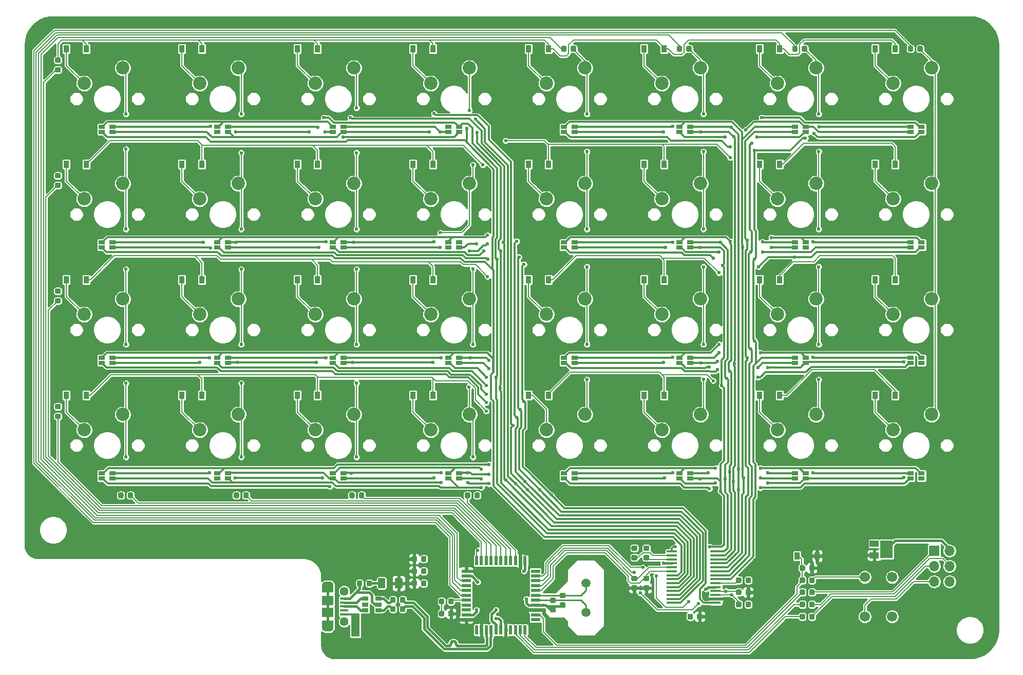
<source format=gbr>
G04 #@! TF.GenerationSoftware,KiCad,Pcbnew,5.1.5+dfsg1-2*
G04 #@! TF.CreationDate,2020-06-27T16:10:21+02:00*
G04 #@! TF.ProjectId,opendeck,6f70656e-6465-4636-9b2e-6b696361645f,1*
G04 #@! TF.SameCoordinates,Original*
G04 #@! TF.FileFunction,Copper,L1,Top*
G04 #@! TF.FilePolarity,Positive*
%FSLAX46Y46*%
G04 Gerber Fmt 4.6, Leading zero omitted, Abs format (unit mm)*
G04 Created by KiCad (PCBNEW 5.1.5+dfsg1-2) date 2020-06-27 16:10:21*
%MOMM*%
%LPD*%
G04 APERTURE LIST*
%ADD10R,1.100000X0.650000*%
%ADD11R,1.500000X0.550000*%
%ADD12R,0.550000X1.500000*%
%ADD13C,0.100000*%
%ADD14C,1.500000*%
%ADD15R,1.750000X0.450000*%
%ADD16R,1.060000X0.650000*%
%ADD17C,1.700000*%
%ADD18C,2.200000*%
%ADD19R,2.050000X2.900000*%
%ADD20R,1.500000X1.000000*%
%ADD21O,1.700000X1.700000*%
%ADD22R,1.700000X1.700000*%
%ADD23R,1.900000X1.200000*%
%ADD24O,1.900000X1.200000*%
%ADD25R,1.900000X1.500000*%
%ADD26C,1.450000*%
%ADD27R,1.350000X0.400000*%
%ADD28R,0.900000X1.200000*%
%ADD29C,0.600000*%
%ADD30C,0.400000*%
%ADD31C,0.200000*%
%ADD32C,0.300000*%
%ADD33C,0.280000*%
%ADD34C,0.220000*%
G04 APERTURE END LIST*
D10*
X56250000Y-99875000D03*
X58050000Y-99875000D03*
X56250000Y-100725000D03*
X58050000Y-100725000D03*
X170550000Y-99875000D03*
X172350000Y-99875000D03*
X170550000Y-100725000D03*
X172350000Y-100725000D03*
X170550000Y-80825000D03*
X172350000Y-80825000D03*
X170550000Y-81675000D03*
X172350000Y-81675000D03*
X94350000Y-99875000D03*
X96150000Y-99875000D03*
X94350000Y-100725000D03*
X96150000Y-100725000D03*
X94350000Y-80825000D03*
X96150000Y-80825000D03*
X94350000Y-81675000D03*
X96150000Y-81675000D03*
X151500000Y-99875000D03*
X153300000Y-99875000D03*
X151500000Y-100725000D03*
X153300000Y-100725000D03*
X151500000Y-80825000D03*
X153300000Y-80825000D03*
X151500000Y-81675000D03*
X153300000Y-81675000D03*
X75300000Y-99875000D03*
X77100000Y-99875000D03*
X75300000Y-100725000D03*
X77100000Y-100725000D03*
X75300000Y-80825000D03*
X77100000Y-80825000D03*
X75300000Y-81675000D03*
X77100000Y-81675000D03*
X132450000Y-99875000D03*
X134250000Y-99875000D03*
X132450000Y-100725000D03*
X134250000Y-100725000D03*
X132450000Y-80825000D03*
X134250000Y-80825000D03*
X132450000Y-81675000D03*
X134250000Y-81675000D03*
X56250000Y-80825000D03*
X58050000Y-80825000D03*
X56250000Y-81675000D03*
X58050000Y-81675000D03*
X113400000Y-99875000D03*
X115200000Y-99875000D03*
X113400000Y-100725000D03*
X115200000Y-100725000D03*
X113400000Y-80825000D03*
X115200000Y-80825000D03*
X113400000Y-81675000D03*
X115200000Y-81675000D03*
X37200000Y-99875000D03*
X39000000Y-99875000D03*
X37200000Y-100725000D03*
X39000000Y-100725000D03*
X37200000Y-80825000D03*
X39000000Y-80825000D03*
X37200000Y-81675000D03*
X39000000Y-81675000D03*
X170550000Y-61775000D03*
X172350000Y-61775000D03*
X170550000Y-62625000D03*
X172350000Y-62625000D03*
X170550000Y-42725000D03*
X172350000Y-42725000D03*
X170550000Y-43575000D03*
X172350000Y-43575000D03*
X94350000Y-61775000D03*
X96150000Y-61775000D03*
X94350000Y-62625000D03*
X96150000Y-62625000D03*
X94350000Y-42725000D03*
X96150000Y-42725000D03*
X94350000Y-43575000D03*
X96150000Y-43575000D03*
X151500000Y-61775000D03*
X153300000Y-61775000D03*
X151500000Y-62625000D03*
X153300000Y-62625000D03*
X151500000Y-42725000D03*
X153300000Y-42725000D03*
X151500000Y-43575000D03*
X153300000Y-43575000D03*
X75300000Y-61775000D03*
X77100000Y-61775000D03*
X75300000Y-62625000D03*
X77100000Y-62625000D03*
X75300000Y-42725000D03*
X77100000Y-42725000D03*
X75300000Y-43575000D03*
X77100000Y-43575000D03*
X132450000Y-61775000D03*
X134250000Y-61775000D03*
X132450000Y-62625000D03*
X134250000Y-62625000D03*
X132450000Y-42725000D03*
X134250000Y-42725000D03*
X132450000Y-43575000D03*
X134250000Y-43575000D03*
X56250000Y-61775000D03*
X58050000Y-61775000D03*
X56250000Y-62625000D03*
X58050000Y-62625000D03*
X56250000Y-42725000D03*
X58050000Y-42725000D03*
X56250000Y-43575000D03*
X58050000Y-43575000D03*
X113400000Y-61775000D03*
X115200000Y-61775000D03*
X113400000Y-62625000D03*
X115200000Y-62625000D03*
X113400000Y-42725000D03*
X115200000Y-42725000D03*
X113400000Y-43575000D03*
X115200000Y-43575000D03*
X37200000Y-61775000D03*
X39000000Y-61775000D03*
X37200000Y-62625000D03*
X39000000Y-62625000D03*
X37200000Y-42725000D03*
X39000000Y-42725000D03*
X37200000Y-43575000D03*
X39000000Y-43575000D03*
D11*
X97300000Y-124000000D03*
X97300000Y-123200000D03*
X97300000Y-122400000D03*
X97300000Y-121600000D03*
X97300000Y-120800000D03*
X97300000Y-120000000D03*
X97300000Y-119200000D03*
X97300000Y-118400000D03*
X97300000Y-117600000D03*
X97300000Y-116800000D03*
X97300000Y-116000000D03*
D12*
X99000000Y-114300000D03*
X99800000Y-114300000D03*
X100600000Y-114300000D03*
X101400000Y-114300000D03*
X102200000Y-114300000D03*
X103000000Y-114300000D03*
X103800000Y-114300000D03*
X104600000Y-114300000D03*
X105400000Y-114300000D03*
X106200000Y-114300000D03*
X107000000Y-114300000D03*
D11*
X108700000Y-116000000D03*
X108700000Y-116800000D03*
X108700000Y-117600000D03*
X108700000Y-118400000D03*
X108700000Y-119200000D03*
X108700000Y-120000000D03*
X108700000Y-120800000D03*
X108700000Y-121600000D03*
X108700000Y-122400000D03*
X108700000Y-123200000D03*
X108700000Y-124000000D03*
D12*
X107000000Y-125700000D03*
X106200000Y-125700000D03*
X105400000Y-125700000D03*
X104600000Y-125700000D03*
X103800000Y-125700000D03*
X103000000Y-125700000D03*
X102200000Y-125700000D03*
X101400000Y-125700000D03*
X100600000Y-125700000D03*
X99800000Y-125700000D03*
X99000000Y-125700000D03*
G04 #@! TA.AperFunction,SMDPad,CuDef*
D13*
G36*
X142452691Y-119026053D02*
G01*
X142473926Y-119029203D01*
X142494750Y-119034419D01*
X142514962Y-119041651D01*
X142534368Y-119050830D01*
X142552781Y-119061866D01*
X142570024Y-119074654D01*
X142585930Y-119089070D01*
X142600346Y-119104976D01*
X142613134Y-119122219D01*
X142624170Y-119140632D01*
X142633349Y-119160038D01*
X142640581Y-119180250D01*
X142645797Y-119201074D01*
X142648947Y-119222309D01*
X142650000Y-119243750D01*
X142650000Y-119756250D01*
X142648947Y-119777691D01*
X142645797Y-119798926D01*
X142640581Y-119819750D01*
X142633349Y-119839962D01*
X142624170Y-119859368D01*
X142613134Y-119877781D01*
X142600346Y-119895024D01*
X142585930Y-119910930D01*
X142570024Y-119925346D01*
X142552781Y-119938134D01*
X142534368Y-119949170D01*
X142514962Y-119958349D01*
X142494750Y-119965581D01*
X142473926Y-119970797D01*
X142452691Y-119973947D01*
X142431250Y-119975000D01*
X141993750Y-119975000D01*
X141972309Y-119973947D01*
X141951074Y-119970797D01*
X141930250Y-119965581D01*
X141910038Y-119958349D01*
X141890632Y-119949170D01*
X141872219Y-119938134D01*
X141854976Y-119925346D01*
X141839070Y-119910930D01*
X141824654Y-119895024D01*
X141811866Y-119877781D01*
X141800830Y-119859368D01*
X141791651Y-119839962D01*
X141784419Y-119819750D01*
X141779203Y-119798926D01*
X141776053Y-119777691D01*
X141775000Y-119756250D01*
X141775000Y-119243750D01*
X141776053Y-119222309D01*
X141779203Y-119201074D01*
X141784419Y-119180250D01*
X141791651Y-119160038D01*
X141800830Y-119140632D01*
X141811866Y-119122219D01*
X141824654Y-119104976D01*
X141839070Y-119089070D01*
X141854976Y-119074654D01*
X141872219Y-119061866D01*
X141890632Y-119050830D01*
X141910038Y-119041651D01*
X141930250Y-119034419D01*
X141951074Y-119029203D01*
X141972309Y-119026053D01*
X141993750Y-119025000D01*
X142431250Y-119025000D01*
X142452691Y-119026053D01*
G37*
G04 #@! TD.AperFunction*
G04 #@! TA.AperFunction,SMDPad,CuDef*
G36*
X144027691Y-119026053D02*
G01*
X144048926Y-119029203D01*
X144069750Y-119034419D01*
X144089962Y-119041651D01*
X144109368Y-119050830D01*
X144127781Y-119061866D01*
X144145024Y-119074654D01*
X144160930Y-119089070D01*
X144175346Y-119104976D01*
X144188134Y-119122219D01*
X144199170Y-119140632D01*
X144208349Y-119160038D01*
X144215581Y-119180250D01*
X144220797Y-119201074D01*
X144223947Y-119222309D01*
X144225000Y-119243750D01*
X144225000Y-119756250D01*
X144223947Y-119777691D01*
X144220797Y-119798926D01*
X144215581Y-119819750D01*
X144208349Y-119839962D01*
X144199170Y-119859368D01*
X144188134Y-119877781D01*
X144175346Y-119895024D01*
X144160930Y-119910930D01*
X144145024Y-119925346D01*
X144127781Y-119938134D01*
X144109368Y-119949170D01*
X144089962Y-119958349D01*
X144069750Y-119965581D01*
X144048926Y-119970797D01*
X144027691Y-119973947D01*
X144006250Y-119975000D01*
X143568750Y-119975000D01*
X143547309Y-119973947D01*
X143526074Y-119970797D01*
X143505250Y-119965581D01*
X143485038Y-119958349D01*
X143465632Y-119949170D01*
X143447219Y-119938134D01*
X143429976Y-119925346D01*
X143414070Y-119910930D01*
X143399654Y-119895024D01*
X143386866Y-119877781D01*
X143375830Y-119859368D01*
X143366651Y-119839962D01*
X143359419Y-119819750D01*
X143354203Y-119798926D01*
X143351053Y-119777691D01*
X143350000Y-119756250D01*
X143350000Y-119243750D01*
X143351053Y-119222309D01*
X143354203Y-119201074D01*
X143359419Y-119180250D01*
X143366651Y-119160038D01*
X143375830Y-119140632D01*
X143386866Y-119122219D01*
X143399654Y-119104976D01*
X143414070Y-119089070D01*
X143429976Y-119074654D01*
X143447219Y-119061866D01*
X143465632Y-119050830D01*
X143485038Y-119041651D01*
X143505250Y-119034419D01*
X143526074Y-119029203D01*
X143547309Y-119026053D01*
X143568750Y-119025000D01*
X144006250Y-119025000D01*
X144027691Y-119026053D01*
G37*
G04 #@! TD.AperFunction*
D14*
X117000000Y-122830000D03*
X117000000Y-117950000D03*
D15*
X131210000Y-121225000D03*
X131210000Y-120575000D03*
X131210000Y-119925000D03*
X131210000Y-119275000D03*
X131210000Y-118625000D03*
X131210000Y-117975000D03*
X131210000Y-117325000D03*
X131210000Y-116675000D03*
X131210000Y-116025000D03*
X131210000Y-115375000D03*
X131210000Y-114725000D03*
X131210000Y-114075000D03*
X131210000Y-113425000D03*
X131210000Y-112775000D03*
X138410000Y-112775000D03*
X138410000Y-113425000D03*
X138410000Y-114075000D03*
X138410000Y-114725000D03*
X138410000Y-115375000D03*
X138410000Y-116025000D03*
X138410000Y-116675000D03*
X138410000Y-117325000D03*
X138410000Y-117975000D03*
X138410000Y-118625000D03*
X138410000Y-119275000D03*
X138410000Y-119925000D03*
X138410000Y-120575000D03*
X138410000Y-121225000D03*
D16*
X82850000Y-121500000D03*
X82850000Y-120550000D03*
X82850000Y-122450000D03*
X80650000Y-122450000D03*
X80650000Y-121500000D03*
X80650000Y-120550000D03*
D17*
X167500000Y-117000000D03*
X167500000Y-123500000D03*
X163000000Y-117000000D03*
X163000000Y-123500000D03*
D18*
X167640000Y-92710000D03*
X173990000Y-90170000D03*
X167640000Y-73660000D03*
X173990000Y-71120000D03*
X167640000Y-54610000D03*
X173990000Y-52070000D03*
X167640000Y-35560000D03*
X173990000Y-33020000D03*
X148590000Y-92710000D03*
X154940000Y-90170000D03*
X148590000Y-73660000D03*
X154940000Y-71120000D03*
X148590000Y-54610000D03*
X154940000Y-52070000D03*
X148590000Y-35560000D03*
X154940000Y-33020000D03*
X129540000Y-92710000D03*
X135890000Y-90170000D03*
X129540000Y-73660000D03*
X135890000Y-71120000D03*
X129540000Y-54610000D03*
X135890000Y-52070000D03*
X129540000Y-35560000D03*
X135890000Y-33020000D03*
X110490000Y-92710000D03*
X116840000Y-90170000D03*
X110490000Y-73660000D03*
X116840000Y-71120000D03*
X110490000Y-54610000D03*
X116840000Y-52070000D03*
X110490000Y-35560000D03*
X116840000Y-33020000D03*
X91440000Y-92710000D03*
X97790000Y-90170000D03*
X91440000Y-73660000D03*
X97790000Y-71120000D03*
X91440000Y-54610000D03*
X97790000Y-52070000D03*
X91440000Y-35560000D03*
X97790000Y-33020000D03*
X72390000Y-92710000D03*
X78740000Y-90170000D03*
X72390000Y-73660000D03*
X78740000Y-71120000D03*
X72390000Y-54610000D03*
X78740000Y-52070000D03*
X72390000Y-35560000D03*
X78740000Y-33020000D03*
X53340000Y-92710000D03*
X59690000Y-90170000D03*
X53340000Y-73660000D03*
X59690000Y-71120000D03*
X53340000Y-54610000D03*
X59690000Y-52070000D03*
X53340000Y-35560000D03*
X59690000Y-33020000D03*
X34290000Y-92710000D03*
X40640000Y-90170000D03*
X34290000Y-73660000D03*
X40640000Y-71120000D03*
X34290000Y-54610000D03*
X40640000Y-52070000D03*
X34290000Y-35560000D03*
X40640000Y-33020000D03*
G04 #@! TA.AperFunction,SMDPad,CuDef*
D13*
G36*
X154527691Y-121026053D02*
G01*
X154548926Y-121029203D01*
X154569750Y-121034419D01*
X154589962Y-121041651D01*
X154609368Y-121050830D01*
X154627781Y-121061866D01*
X154645024Y-121074654D01*
X154660930Y-121089070D01*
X154675346Y-121104976D01*
X154688134Y-121122219D01*
X154699170Y-121140632D01*
X154708349Y-121160038D01*
X154715581Y-121180250D01*
X154720797Y-121201074D01*
X154723947Y-121222309D01*
X154725000Y-121243750D01*
X154725000Y-121756250D01*
X154723947Y-121777691D01*
X154720797Y-121798926D01*
X154715581Y-121819750D01*
X154708349Y-121839962D01*
X154699170Y-121859368D01*
X154688134Y-121877781D01*
X154675346Y-121895024D01*
X154660930Y-121910930D01*
X154645024Y-121925346D01*
X154627781Y-121938134D01*
X154609368Y-121949170D01*
X154589962Y-121958349D01*
X154569750Y-121965581D01*
X154548926Y-121970797D01*
X154527691Y-121973947D01*
X154506250Y-121975000D01*
X154068750Y-121975000D01*
X154047309Y-121973947D01*
X154026074Y-121970797D01*
X154005250Y-121965581D01*
X153985038Y-121958349D01*
X153965632Y-121949170D01*
X153947219Y-121938134D01*
X153929976Y-121925346D01*
X153914070Y-121910930D01*
X153899654Y-121895024D01*
X153886866Y-121877781D01*
X153875830Y-121859368D01*
X153866651Y-121839962D01*
X153859419Y-121819750D01*
X153854203Y-121798926D01*
X153851053Y-121777691D01*
X153850000Y-121756250D01*
X153850000Y-121243750D01*
X153851053Y-121222309D01*
X153854203Y-121201074D01*
X153859419Y-121180250D01*
X153866651Y-121160038D01*
X153875830Y-121140632D01*
X153886866Y-121122219D01*
X153899654Y-121104976D01*
X153914070Y-121089070D01*
X153929976Y-121074654D01*
X153947219Y-121061866D01*
X153965632Y-121050830D01*
X153985038Y-121041651D01*
X154005250Y-121034419D01*
X154026074Y-121029203D01*
X154047309Y-121026053D01*
X154068750Y-121025000D01*
X154506250Y-121025000D01*
X154527691Y-121026053D01*
G37*
G04 #@! TD.AperFunction*
G04 #@! TA.AperFunction,SMDPad,CuDef*
G36*
X152952691Y-121026053D02*
G01*
X152973926Y-121029203D01*
X152994750Y-121034419D01*
X153014962Y-121041651D01*
X153034368Y-121050830D01*
X153052781Y-121061866D01*
X153070024Y-121074654D01*
X153085930Y-121089070D01*
X153100346Y-121104976D01*
X153113134Y-121122219D01*
X153124170Y-121140632D01*
X153133349Y-121160038D01*
X153140581Y-121180250D01*
X153145797Y-121201074D01*
X153148947Y-121222309D01*
X153150000Y-121243750D01*
X153150000Y-121756250D01*
X153148947Y-121777691D01*
X153145797Y-121798926D01*
X153140581Y-121819750D01*
X153133349Y-121839962D01*
X153124170Y-121859368D01*
X153113134Y-121877781D01*
X153100346Y-121895024D01*
X153085930Y-121910930D01*
X153070024Y-121925346D01*
X153052781Y-121938134D01*
X153034368Y-121949170D01*
X153014962Y-121958349D01*
X152994750Y-121965581D01*
X152973926Y-121970797D01*
X152952691Y-121973947D01*
X152931250Y-121975000D01*
X152493750Y-121975000D01*
X152472309Y-121973947D01*
X152451074Y-121970797D01*
X152430250Y-121965581D01*
X152410038Y-121958349D01*
X152390632Y-121949170D01*
X152372219Y-121938134D01*
X152354976Y-121925346D01*
X152339070Y-121910930D01*
X152324654Y-121895024D01*
X152311866Y-121877781D01*
X152300830Y-121859368D01*
X152291651Y-121839962D01*
X152284419Y-121819750D01*
X152279203Y-121798926D01*
X152276053Y-121777691D01*
X152275000Y-121756250D01*
X152275000Y-121243750D01*
X152276053Y-121222309D01*
X152279203Y-121201074D01*
X152284419Y-121180250D01*
X152291651Y-121160038D01*
X152300830Y-121140632D01*
X152311866Y-121122219D01*
X152324654Y-121104976D01*
X152339070Y-121089070D01*
X152354976Y-121074654D01*
X152372219Y-121061866D01*
X152390632Y-121050830D01*
X152410038Y-121041651D01*
X152430250Y-121034419D01*
X152451074Y-121029203D01*
X152472309Y-121026053D01*
X152493750Y-121025000D01*
X152931250Y-121025000D01*
X152952691Y-121026053D01*
G37*
G04 #@! TD.AperFunction*
G04 #@! TA.AperFunction,SMDPad,CuDef*
G36*
X152952691Y-123026053D02*
G01*
X152973926Y-123029203D01*
X152994750Y-123034419D01*
X153014962Y-123041651D01*
X153034368Y-123050830D01*
X153052781Y-123061866D01*
X153070024Y-123074654D01*
X153085930Y-123089070D01*
X153100346Y-123104976D01*
X153113134Y-123122219D01*
X153124170Y-123140632D01*
X153133349Y-123160038D01*
X153140581Y-123180250D01*
X153145797Y-123201074D01*
X153148947Y-123222309D01*
X153150000Y-123243750D01*
X153150000Y-123756250D01*
X153148947Y-123777691D01*
X153145797Y-123798926D01*
X153140581Y-123819750D01*
X153133349Y-123839962D01*
X153124170Y-123859368D01*
X153113134Y-123877781D01*
X153100346Y-123895024D01*
X153085930Y-123910930D01*
X153070024Y-123925346D01*
X153052781Y-123938134D01*
X153034368Y-123949170D01*
X153014962Y-123958349D01*
X152994750Y-123965581D01*
X152973926Y-123970797D01*
X152952691Y-123973947D01*
X152931250Y-123975000D01*
X152493750Y-123975000D01*
X152472309Y-123973947D01*
X152451074Y-123970797D01*
X152430250Y-123965581D01*
X152410038Y-123958349D01*
X152390632Y-123949170D01*
X152372219Y-123938134D01*
X152354976Y-123925346D01*
X152339070Y-123910930D01*
X152324654Y-123895024D01*
X152311866Y-123877781D01*
X152300830Y-123859368D01*
X152291651Y-123839962D01*
X152284419Y-123819750D01*
X152279203Y-123798926D01*
X152276053Y-123777691D01*
X152275000Y-123756250D01*
X152275000Y-123243750D01*
X152276053Y-123222309D01*
X152279203Y-123201074D01*
X152284419Y-123180250D01*
X152291651Y-123160038D01*
X152300830Y-123140632D01*
X152311866Y-123122219D01*
X152324654Y-123104976D01*
X152339070Y-123089070D01*
X152354976Y-123074654D01*
X152372219Y-123061866D01*
X152390632Y-123050830D01*
X152410038Y-123041651D01*
X152430250Y-123034419D01*
X152451074Y-123029203D01*
X152472309Y-123026053D01*
X152493750Y-123025000D01*
X152931250Y-123025000D01*
X152952691Y-123026053D01*
G37*
G04 #@! TD.AperFunction*
G04 #@! TA.AperFunction,SMDPad,CuDef*
G36*
X154527691Y-123026053D02*
G01*
X154548926Y-123029203D01*
X154569750Y-123034419D01*
X154589962Y-123041651D01*
X154609368Y-123050830D01*
X154627781Y-123061866D01*
X154645024Y-123074654D01*
X154660930Y-123089070D01*
X154675346Y-123104976D01*
X154688134Y-123122219D01*
X154699170Y-123140632D01*
X154708349Y-123160038D01*
X154715581Y-123180250D01*
X154720797Y-123201074D01*
X154723947Y-123222309D01*
X154725000Y-123243750D01*
X154725000Y-123756250D01*
X154723947Y-123777691D01*
X154720797Y-123798926D01*
X154715581Y-123819750D01*
X154708349Y-123839962D01*
X154699170Y-123859368D01*
X154688134Y-123877781D01*
X154675346Y-123895024D01*
X154660930Y-123910930D01*
X154645024Y-123925346D01*
X154627781Y-123938134D01*
X154609368Y-123949170D01*
X154589962Y-123958349D01*
X154569750Y-123965581D01*
X154548926Y-123970797D01*
X154527691Y-123973947D01*
X154506250Y-123975000D01*
X154068750Y-123975000D01*
X154047309Y-123973947D01*
X154026074Y-123970797D01*
X154005250Y-123965581D01*
X153985038Y-123958349D01*
X153965632Y-123949170D01*
X153947219Y-123938134D01*
X153929976Y-123925346D01*
X153914070Y-123910930D01*
X153899654Y-123895024D01*
X153886866Y-123877781D01*
X153875830Y-123859368D01*
X153866651Y-123839962D01*
X153859419Y-123819750D01*
X153854203Y-123798926D01*
X153851053Y-123777691D01*
X153850000Y-123756250D01*
X153850000Y-123243750D01*
X153851053Y-123222309D01*
X153854203Y-123201074D01*
X153859419Y-123180250D01*
X153866651Y-123160038D01*
X153875830Y-123140632D01*
X153886866Y-123122219D01*
X153899654Y-123104976D01*
X153914070Y-123089070D01*
X153929976Y-123074654D01*
X153947219Y-123061866D01*
X153965632Y-123050830D01*
X153985038Y-123041651D01*
X154005250Y-123034419D01*
X154026074Y-123029203D01*
X154047309Y-123026053D01*
X154068750Y-123025000D01*
X154506250Y-123025000D01*
X154527691Y-123026053D01*
G37*
G04 #@! TD.AperFunction*
G04 #@! TA.AperFunction,SMDPad,CuDef*
G36*
X152952691Y-119026053D02*
G01*
X152973926Y-119029203D01*
X152994750Y-119034419D01*
X153014962Y-119041651D01*
X153034368Y-119050830D01*
X153052781Y-119061866D01*
X153070024Y-119074654D01*
X153085930Y-119089070D01*
X153100346Y-119104976D01*
X153113134Y-119122219D01*
X153124170Y-119140632D01*
X153133349Y-119160038D01*
X153140581Y-119180250D01*
X153145797Y-119201074D01*
X153148947Y-119222309D01*
X153150000Y-119243750D01*
X153150000Y-119756250D01*
X153148947Y-119777691D01*
X153145797Y-119798926D01*
X153140581Y-119819750D01*
X153133349Y-119839962D01*
X153124170Y-119859368D01*
X153113134Y-119877781D01*
X153100346Y-119895024D01*
X153085930Y-119910930D01*
X153070024Y-119925346D01*
X153052781Y-119938134D01*
X153034368Y-119949170D01*
X153014962Y-119958349D01*
X152994750Y-119965581D01*
X152973926Y-119970797D01*
X152952691Y-119973947D01*
X152931250Y-119975000D01*
X152493750Y-119975000D01*
X152472309Y-119973947D01*
X152451074Y-119970797D01*
X152430250Y-119965581D01*
X152410038Y-119958349D01*
X152390632Y-119949170D01*
X152372219Y-119938134D01*
X152354976Y-119925346D01*
X152339070Y-119910930D01*
X152324654Y-119895024D01*
X152311866Y-119877781D01*
X152300830Y-119859368D01*
X152291651Y-119839962D01*
X152284419Y-119819750D01*
X152279203Y-119798926D01*
X152276053Y-119777691D01*
X152275000Y-119756250D01*
X152275000Y-119243750D01*
X152276053Y-119222309D01*
X152279203Y-119201074D01*
X152284419Y-119180250D01*
X152291651Y-119160038D01*
X152300830Y-119140632D01*
X152311866Y-119122219D01*
X152324654Y-119104976D01*
X152339070Y-119089070D01*
X152354976Y-119074654D01*
X152372219Y-119061866D01*
X152390632Y-119050830D01*
X152410038Y-119041651D01*
X152430250Y-119034419D01*
X152451074Y-119029203D01*
X152472309Y-119026053D01*
X152493750Y-119025000D01*
X152931250Y-119025000D01*
X152952691Y-119026053D01*
G37*
G04 #@! TD.AperFunction*
G04 #@! TA.AperFunction,SMDPad,CuDef*
G36*
X154527691Y-119026053D02*
G01*
X154548926Y-119029203D01*
X154569750Y-119034419D01*
X154589962Y-119041651D01*
X154609368Y-119050830D01*
X154627781Y-119061866D01*
X154645024Y-119074654D01*
X154660930Y-119089070D01*
X154675346Y-119104976D01*
X154688134Y-119122219D01*
X154699170Y-119140632D01*
X154708349Y-119160038D01*
X154715581Y-119180250D01*
X154720797Y-119201074D01*
X154723947Y-119222309D01*
X154725000Y-119243750D01*
X154725000Y-119756250D01*
X154723947Y-119777691D01*
X154720797Y-119798926D01*
X154715581Y-119819750D01*
X154708349Y-119839962D01*
X154699170Y-119859368D01*
X154688134Y-119877781D01*
X154675346Y-119895024D01*
X154660930Y-119910930D01*
X154645024Y-119925346D01*
X154627781Y-119938134D01*
X154609368Y-119949170D01*
X154589962Y-119958349D01*
X154569750Y-119965581D01*
X154548926Y-119970797D01*
X154527691Y-119973947D01*
X154506250Y-119975000D01*
X154068750Y-119975000D01*
X154047309Y-119973947D01*
X154026074Y-119970797D01*
X154005250Y-119965581D01*
X153985038Y-119958349D01*
X153965632Y-119949170D01*
X153947219Y-119938134D01*
X153929976Y-119925346D01*
X153914070Y-119910930D01*
X153899654Y-119895024D01*
X153886866Y-119877781D01*
X153875830Y-119859368D01*
X153866651Y-119839962D01*
X153859419Y-119819750D01*
X153854203Y-119798926D01*
X153851053Y-119777691D01*
X153850000Y-119756250D01*
X153850000Y-119243750D01*
X153851053Y-119222309D01*
X153854203Y-119201074D01*
X153859419Y-119180250D01*
X153866651Y-119160038D01*
X153875830Y-119140632D01*
X153886866Y-119122219D01*
X153899654Y-119104976D01*
X153914070Y-119089070D01*
X153929976Y-119074654D01*
X153947219Y-119061866D01*
X153965632Y-119050830D01*
X153985038Y-119041651D01*
X154005250Y-119034419D01*
X154026074Y-119029203D01*
X154047309Y-119026053D01*
X154068750Y-119025000D01*
X154506250Y-119025000D01*
X154527691Y-119026053D01*
G37*
G04 #@! TD.AperFunction*
G04 #@! TA.AperFunction,SMDPad,CuDef*
G36*
X154527691Y-115026053D02*
G01*
X154548926Y-115029203D01*
X154569750Y-115034419D01*
X154589962Y-115041651D01*
X154609368Y-115050830D01*
X154627781Y-115061866D01*
X154645024Y-115074654D01*
X154660930Y-115089070D01*
X154675346Y-115104976D01*
X154688134Y-115122219D01*
X154699170Y-115140632D01*
X154708349Y-115160038D01*
X154715581Y-115180250D01*
X154720797Y-115201074D01*
X154723947Y-115222309D01*
X154725000Y-115243750D01*
X154725000Y-115756250D01*
X154723947Y-115777691D01*
X154720797Y-115798926D01*
X154715581Y-115819750D01*
X154708349Y-115839962D01*
X154699170Y-115859368D01*
X154688134Y-115877781D01*
X154675346Y-115895024D01*
X154660930Y-115910930D01*
X154645024Y-115925346D01*
X154627781Y-115938134D01*
X154609368Y-115949170D01*
X154589962Y-115958349D01*
X154569750Y-115965581D01*
X154548926Y-115970797D01*
X154527691Y-115973947D01*
X154506250Y-115975000D01*
X154068750Y-115975000D01*
X154047309Y-115973947D01*
X154026074Y-115970797D01*
X154005250Y-115965581D01*
X153985038Y-115958349D01*
X153965632Y-115949170D01*
X153947219Y-115938134D01*
X153929976Y-115925346D01*
X153914070Y-115910930D01*
X153899654Y-115895024D01*
X153886866Y-115877781D01*
X153875830Y-115859368D01*
X153866651Y-115839962D01*
X153859419Y-115819750D01*
X153854203Y-115798926D01*
X153851053Y-115777691D01*
X153850000Y-115756250D01*
X153850000Y-115243750D01*
X153851053Y-115222309D01*
X153854203Y-115201074D01*
X153859419Y-115180250D01*
X153866651Y-115160038D01*
X153875830Y-115140632D01*
X153886866Y-115122219D01*
X153899654Y-115104976D01*
X153914070Y-115089070D01*
X153929976Y-115074654D01*
X153947219Y-115061866D01*
X153965632Y-115050830D01*
X153985038Y-115041651D01*
X154005250Y-115034419D01*
X154026074Y-115029203D01*
X154047309Y-115026053D01*
X154068750Y-115025000D01*
X154506250Y-115025000D01*
X154527691Y-115026053D01*
G37*
G04 #@! TD.AperFunction*
G04 #@! TA.AperFunction,SMDPad,CuDef*
G36*
X152952691Y-115026053D02*
G01*
X152973926Y-115029203D01*
X152994750Y-115034419D01*
X153014962Y-115041651D01*
X153034368Y-115050830D01*
X153052781Y-115061866D01*
X153070024Y-115074654D01*
X153085930Y-115089070D01*
X153100346Y-115104976D01*
X153113134Y-115122219D01*
X153124170Y-115140632D01*
X153133349Y-115160038D01*
X153140581Y-115180250D01*
X153145797Y-115201074D01*
X153148947Y-115222309D01*
X153150000Y-115243750D01*
X153150000Y-115756250D01*
X153148947Y-115777691D01*
X153145797Y-115798926D01*
X153140581Y-115819750D01*
X153133349Y-115839962D01*
X153124170Y-115859368D01*
X153113134Y-115877781D01*
X153100346Y-115895024D01*
X153085930Y-115910930D01*
X153070024Y-115925346D01*
X153052781Y-115938134D01*
X153034368Y-115949170D01*
X153014962Y-115958349D01*
X152994750Y-115965581D01*
X152973926Y-115970797D01*
X152952691Y-115973947D01*
X152931250Y-115975000D01*
X152493750Y-115975000D01*
X152472309Y-115973947D01*
X152451074Y-115970797D01*
X152430250Y-115965581D01*
X152410038Y-115958349D01*
X152390632Y-115949170D01*
X152372219Y-115938134D01*
X152354976Y-115925346D01*
X152339070Y-115910930D01*
X152324654Y-115895024D01*
X152311866Y-115877781D01*
X152300830Y-115859368D01*
X152291651Y-115839962D01*
X152284419Y-115819750D01*
X152279203Y-115798926D01*
X152276053Y-115777691D01*
X152275000Y-115756250D01*
X152275000Y-115243750D01*
X152276053Y-115222309D01*
X152279203Y-115201074D01*
X152284419Y-115180250D01*
X152291651Y-115160038D01*
X152300830Y-115140632D01*
X152311866Y-115122219D01*
X152324654Y-115104976D01*
X152339070Y-115089070D01*
X152354976Y-115074654D01*
X152372219Y-115061866D01*
X152390632Y-115050830D01*
X152410038Y-115041651D01*
X152430250Y-115034419D01*
X152451074Y-115029203D01*
X152472309Y-115026053D01*
X152493750Y-115025000D01*
X152931250Y-115025000D01*
X152952691Y-115026053D01*
G37*
G04 #@! TD.AperFunction*
G04 #@! TA.AperFunction,SMDPad,CuDef*
G36*
X154527691Y-117026053D02*
G01*
X154548926Y-117029203D01*
X154569750Y-117034419D01*
X154589962Y-117041651D01*
X154609368Y-117050830D01*
X154627781Y-117061866D01*
X154645024Y-117074654D01*
X154660930Y-117089070D01*
X154675346Y-117104976D01*
X154688134Y-117122219D01*
X154699170Y-117140632D01*
X154708349Y-117160038D01*
X154715581Y-117180250D01*
X154720797Y-117201074D01*
X154723947Y-117222309D01*
X154725000Y-117243750D01*
X154725000Y-117756250D01*
X154723947Y-117777691D01*
X154720797Y-117798926D01*
X154715581Y-117819750D01*
X154708349Y-117839962D01*
X154699170Y-117859368D01*
X154688134Y-117877781D01*
X154675346Y-117895024D01*
X154660930Y-117910930D01*
X154645024Y-117925346D01*
X154627781Y-117938134D01*
X154609368Y-117949170D01*
X154589962Y-117958349D01*
X154569750Y-117965581D01*
X154548926Y-117970797D01*
X154527691Y-117973947D01*
X154506250Y-117975000D01*
X154068750Y-117975000D01*
X154047309Y-117973947D01*
X154026074Y-117970797D01*
X154005250Y-117965581D01*
X153985038Y-117958349D01*
X153965632Y-117949170D01*
X153947219Y-117938134D01*
X153929976Y-117925346D01*
X153914070Y-117910930D01*
X153899654Y-117895024D01*
X153886866Y-117877781D01*
X153875830Y-117859368D01*
X153866651Y-117839962D01*
X153859419Y-117819750D01*
X153854203Y-117798926D01*
X153851053Y-117777691D01*
X153850000Y-117756250D01*
X153850000Y-117243750D01*
X153851053Y-117222309D01*
X153854203Y-117201074D01*
X153859419Y-117180250D01*
X153866651Y-117160038D01*
X153875830Y-117140632D01*
X153886866Y-117122219D01*
X153899654Y-117104976D01*
X153914070Y-117089070D01*
X153929976Y-117074654D01*
X153947219Y-117061866D01*
X153965632Y-117050830D01*
X153985038Y-117041651D01*
X154005250Y-117034419D01*
X154026074Y-117029203D01*
X154047309Y-117026053D01*
X154068750Y-117025000D01*
X154506250Y-117025000D01*
X154527691Y-117026053D01*
G37*
G04 #@! TD.AperFunction*
G04 #@! TA.AperFunction,SMDPad,CuDef*
G36*
X152952691Y-117026053D02*
G01*
X152973926Y-117029203D01*
X152994750Y-117034419D01*
X153014962Y-117041651D01*
X153034368Y-117050830D01*
X153052781Y-117061866D01*
X153070024Y-117074654D01*
X153085930Y-117089070D01*
X153100346Y-117104976D01*
X153113134Y-117122219D01*
X153124170Y-117140632D01*
X153133349Y-117160038D01*
X153140581Y-117180250D01*
X153145797Y-117201074D01*
X153148947Y-117222309D01*
X153150000Y-117243750D01*
X153150000Y-117756250D01*
X153148947Y-117777691D01*
X153145797Y-117798926D01*
X153140581Y-117819750D01*
X153133349Y-117839962D01*
X153124170Y-117859368D01*
X153113134Y-117877781D01*
X153100346Y-117895024D01*
X153085930Y-117910930D01*
X153070024Y-117925346D01*
X153052781Y-117938134D01*
X153034368Y-117949170D01*
X153014962Y-117958349D01*
X152994750Y-117965581D01*
X152973926Y-117970797D01*
X152952691Y-117973947D01*
X152931250Y-117975000D01*
X152493750Y-117975000D01*
X152472309Y-117973947D01*
X152451074Y-117970797D01*
X152430250Y-117965581D01*
X152410038Y-117958349D01*
X152390632Y-117949170D01*
X152372219Y-117938134D01*
X152354976Y-117925346D01*
X152339070Y-117910930D01*
X152324654Y-117895024D01*
X152311866Y-117877781D01*
X152300830Y-117859368D01*
X152291651Y-117839962D01*
X152284419Y-117819750D01*
X152279203Y-117798926D01*
X152276053Y-117777691D01*
X152275000Y-117756250D01*
X152275000Y-117243750D01*
X152276053Y-117222309D01*
X152279203Y-117201074D01*
X152284419Y-117180250D01*
X152291651Y-117160038D01*
X152300830Y-117140632D01*
X152311866Y-117122219D01*
X152324654Y-117104976D01*
X152339070Y-117089070D01*
X152354976Y-117074654D01*
X152372219Y-117061866D01*
X152390632Y-117050830D01*
X152410038Y-117041651D01*
X152430250Y-117034419D01*
X152451074Y-117029203D01*
X152472309Y-117026053D01*
X152493750Y-117025000D01*
X152931250Y-117025000D01*
X152952691Y-117026053D01*
G37*
G04 #@! TD.AperFunction*
G04 #@! TA.AperFunction,SMDPad,CuDef*
G36*
X144027691Y-117026053D02*
G01*
X144048926Y-117029203D01*
X144069750Y-117034419D01*
X144089962Y-117041651D01*
X144109368Y-117050830D01*
X144127781Y-117061866D01*
X144145024Y-117074654D01*
X144160930Y-117089070D01*
X144175346Y-117104976D01*
X144188134Y-117122219D01*
X144199170Y-117140632D01*
X144208349Y-117160038D01*
X144215581Y-117180250D01*
X144220797Y-117201074D01*
X144223947Y-117222309D01*
X144225000Y-117243750D01*
X144225000Y-117756250D01*
X144223947Y-117777691D01*
X144220797Y-117798926D01*
X144215581Y-117819750D01*
X144208349Y-117839962D01*
X144199170Y-117859368D01*
X144188134Y-117877781D01*
X144175346Y-117895024D01*
X144160930Y-117910930D01*
X144145024Y-117925346D01*
X144127781Y-117938134D01*
X144109368Y-117949170D01*
X144089962Y-117958349D01*
X144069750Y-117965581D01*
X144048926Y-117970797D01*
X144027691Y-117973947D01*
X144006250Y-117975000D01*
X143568750Y-117975000D01*
X143547309Y-117973947D01*
X143526074Y-117970797D01*
X143505250Y-117965581D01*
X143485038Y-117958349D01*
X143465632Y-117949170D01*
X143447219Y-117938134D01*
X143429976Y-117925346D01*
X143414070Y-117910930D01*
X143399654Y-117895024D01*
X143386866Y-117877781D01*
X143375830Y-117859368D01*
X143366651Y-117839962D01*
X143359419Y-117819750D01*
X143354203Y-117798926D01*
X143351053Y-117777691D01*
X143350000Y-117756250D01*
X143350000Y-117243750D01*
X143351053Y-117222309D01*
X143354203Y-117201074D01*
X143359419Y-117180250D01*
X143366651Y-117160038D01*
X143375830Y-117140632D01*
X143386866Y-117122219D01*
X143399654Y-117104976D01*
X143414070Y-117089070D01*
X143429976Y-117074654D01*
X143447219Y-117061866D01*
X143465632Y-117050830D01*
X143485038Y-117041651D01*
X143505250Y-117034419D01*
X143526074Y-117029203D01*
X143547309Y-117026053D01*
X143568750Y-117025000D01*
X144006250Y-117025000D01*
X144027691Y-117026053D01*
G37*
G04 #@! TD.AperFunction*
G04 #@! TA.AperFunction,SMDPad,CuDef*
G36*
X142452691Y-117026053D02*
G01*
X142473926Y-117029203D01*
X142494750Y-117034419D01*
X142514962Y-117041651D01*
X142534368Y-117050830D01*
X142552781Y-117061866D01*
X142570024Y-117074654D01*
X142585930Y-117089070D01*
X142600346Y-117104976D01*
X142613134Y-117122219D01*
X142624170Y-117140632D01*
X142633349Y-117160038D01*
X142640581Y-117180250D01*
X142645797Y-117201074D01*
X142648947Y-117222309D01*
X142650000Y-117243750D01*
X142650000Y-117756250D01*
X142648947Y-117777691D01*
X142645797Y-117798926D01*
X142640581Y-117819750D01*
X142633349Y-117839962D01*
X142624170Y-117859368D01*
X142613134Y-117877781D01*
X142600346Y-117895024D01*
X142585930Y-117910930D01*
X142570024Y-117925346D01*
X142552781Y-117938134D01*
X142534368Y-117949170D01*
X142514962Y-117958349D01*
X142494750Y-117965581D01*
X142473926Y-117970797D01*
X142452691Y-117973947D01*
X142431250Y-117975000D01*
X141993750Y-117975000D01*
X141972309Y-117973947D01*
X141951074Y-117970797D01*
X141930250Y-117965581D01*
X141910038Y-117958349D01*
X141890632Y-117949170D01*
X141872219Y-117938134D01*
X141854976Y-117925346D01*
X141839070Y-117910930D01*
X141824654Y-117895024D01*
X141811866Y-117877781D01*
X141800830Y-117859368D01*
X141791651Y-117839962D01*
X141784419Y-117819750D01*
X141779203Y-117798926D01*
X141776053Y-117777691D01*
X141775000Y-117756250D01*
X141775000Y-117243750D01*
X141776053Y-117222309D01*
X141779203Y-117201074D01*
X141784419Y-117180250D01*
X141791651Y-117160038D01*
X141800830Y-117140632D01*
X141811866Y-117122219D01*
X141824654Y-117104976D01*
X141839070Y-117089070D01*
X141854976Y-117074654D01*
X141872219Y-117061866D01*
X141890632Y-117050830D01*
X141910038Y-117041651D01*
X141930250Y-117034419D01*
X141951074Y-117029203D01*
X141972309Y-117026053D01*
X141993750Y-117025000D01*
X142431250Y-117025000D01*
X142452691Y-117026053D01*
G37*
G04 #@! TD.AperFunction*
G04 #@! TA.AperFunction,SMDPad,CuDef*
G36*
X125277691Y-116776053D02*
G01*
X125298926Y-116779203D01*
X125319750Y-116784419D01*
X125339962Y-116791651D01*
X125359368Y-116800830D01*
X125377781Y-116811866D01*
X125395024Y-116824654D01*
X125410930Y-116839070D01*
X125425346Y-116854976D01*
X125438134Y-116872219D01*
X125449170Y-116890632D01*
X125458349Y-116910038D01*
X125465581Y-116930250D01*
X125470797Y-116951074D01*
X125473947Y-116972309D01*
X125475000Y-116993750D01*
X125475000Y-117431250D01*
X125473947Y-117452691D01*
X125470797Y-117473926D01*
X125465581Y-117494750D01*
X125458349Y-117514962D01*
X125449170Y-117534368D01*
X125438134Y-117552781D01*
X125425346Y-117570024D01*
X125410930Y-117585930D01*
X125395024Y-117600346D01*
X125377781Y-117613134D01*
X125359368Y-117624170D01*
X125339962Y-117633349D01*
X125319750Y-117640581D01*
X125298926Y-117645797D01*
X125277691Y-117648947D01*
X125256250Y-117650000D01*
X124743750Y-117650000D01*
X124722309Y-117648947D01*
X124701074Y-117645797D01*
X124680250Y-117640581D01*
X124660038Y-117633349D01*
X124640632Y-117624170D01*
X124622219Y-117613134D01*
X124604976Y-117600346D01*
X124589070Y-117585930D01*
X124574654Y-117570024D01*
X124561866Y-117552781D01*
X124550830Y-117534368D01*
X124541651Y-117514962D01*
X124534419Y-117494750D01*
X124529203Y-117473926D01*
X124526053Y-117452691D01*
X124525000Y-117431250D01*
X124525000Y-116993750D01*
X124526053Y-116972309D01*
X124529203Y-116951074D01*
X124534419Y-116930250D01*
X124541651Y-116910038D01*
X124550830Y-116890632D01*
X124561866Y-116872219D01*
X124574654Y-116854976D01*
X124589070Y-116839070D01*
X124604976Y-116824654D01*
X124622219Y-116811866D01*
X124640632Y-116800830D01*
X124660038Y-116791651D01*
X124680250Y-116784419D01*
X124701074Y-116779203D01*
X124722309Y-116776053D01*
X124743750Y-116775000D01*
X125256250Y-116775000D01*
X125277691Y-116776053D01*
G37*
G04 #@! TD.AperFunction*
G04 #@! TA.AperFunction,SMDPad,CuDef*
G36*
X125277691Y-118351053D02*
G01*
X125298926Y-118354203D01*
X125319750Y-118359419D01*
X125339962Y-118366651D01*
X125359368Y-118375830D01*
X125377781Y-118386866D01*
X125395024Y-118399654D01*
X125410930Y-118414070D01*
X125425346Y-118429976D01*
X125438134Y-118447219D01*
X125449170Y-118465632D01*
X125458349Y-118485038D01*
X125465581Y-118505250D01*
X125470797Y-118526074D01*
X125473947Y-118547309D01*
X125475000Y-118568750D01*
X125475000Y-119006250D01*
X125473947Y-119027691D01*
X125470797Y-119048926D01*
X125465581Y-119069750D01*
X125458349Y-119089962D01*
X125449170Y-119109368D01*
X125438134Y-119127781D01*
X125425346Y-119145024D01*
X125410930Y-119160930D01*
X125395024Y-119175346D01*
X125377781Y-119188134D01*
X125359368Y-119199170D01*
X125339962Y-119208349D01*
X125319750Y-119215581D01*
X125298926Y-119220797D01*
X125277691Y-119223947D01*
X125256250Y-119225000D01*
X124743750Y-119225000D01*
X124722309Y-119223947D01*
X124701074Y-119220797D01*
X124680250Y-119215581D01*
X124660038Y-119208349D01*
X124640632Y-119199170D01*
X124622219Y-119188134D01*
X124604976Y-119175346D01*
X124589070Y-119160930D01*
X124574654Y-119145024D01*
X124561866Y-119127781D01*
X124550830Y-119109368D01*
X124541651Y-119089962D01*
X124534419Y-119069750D01*
X124529203Y-119048926D01*
X124526053Y-119027691D01*
X124525000Y-119006250D01*
X124525000Y-118568750D01*
X124526053Y-118547309D01*
X124529203Y-118526074D01*
X124534419Y-118505250D01*
X124541651Y-118485038D01*
X124550830Y-118465632D01*
X124561866Y-118447219D01*
X124574654Y-118429976D01*
X124589070Y-118414070D01*
X124604976Y-118399654D01*
X124622219Y-118386866D01*
X124640632Y-118375830D01*
X124660038Y-118366651D01*
X124680250Y-118359419D01*
X124701074Y-118354203D01*
X124722309Y-118351053D01*
X124743750Y-118350000D01*
X125256250Y-118350000D01*
X125277691Y-118351053D01*
G37*
G04 #@! TD.AperFunction*
G04 #@! TA.AperFunction,SMDPad,CuDef*
G36*
X127277691Y-116776053D02*
G01*
X127298926Y-116779203D01*
X127319750Y-116784419D01*
X127339962Y-116791651D01*
X127359368Y-116800830D01*
X127377781Y-116811866D01*
X127395024Y-116824654D01*
X127410930Y-116839070D01*
X127425346Y-116854976D01*
X127438134Y-116872219D01*
X127449170Y-116890632D01*
X127458349Y-116910038D01*
X127465581Y-116930250D01*
X127470797Y-116951074D01*
X127473947Y-116972309D01*
X127475000Y-116993750D01*
X127475000Y-117431250D01*
X127473947Y-117452691D01*
X127470797Y-117473926D01*
X127465581Y-117494750D01*
X127458349Y-117514962D01*
X127449170Y-117534368D01*
X127438134Y-117552781D01*
X127425346Y-117570024D01*
X127410930Y-117585930D01*
X127395024Y-117600346D01*
X127377781Y-117613134D01*
X127359368Y-117624170D01*
X127339962Y-117633349D01*
X127319750Y-117640581D01*
X127298926Y-117645797D01*
X127277691Y-117648947D01*
X127256250Y-117650000D01*
X126743750Y-117650000D01*
X126722309Y-117648947D01*
X126701074Y-117645797D01*
X126680250Y-117640581D01*
X126660038Y-117633349D01*
X126640632Y-117624170D01*
X126622219Y-117613134D01*
X126604976Y-117600346D01*
X126589070Y-117585930D01*
X126574654Y-117570024D01*
X126561866Y-117552781D01*
X126550830Y-117534368D01*
X126541651Y-117514962D01*
X126534419Y-117494750D01*
X126529203Y-117473926D01*
X126526053Y-117452691D01*
X126525000Y-117431250D01*
X126525000Y-116993750D01*
X126526053Y-116972309D01*
X126529203Y-116951074D01*
X126534419Y-116930250D01*
X126541651Y-116910038D01*
X126550830Y-116890632D01*
X126561866Y-116872219D01*
X126574654Y-116854976D01*
X126589070Y-116839070D01*
X126604976Y-116824654D01*
X126622219Y-116811866D01*
X126640632Y-116800830D01*
X126660038Y-116791651D01*
X126680250Y-116784419D01*
X126701074Y-116779203D01*
X126722309Y-116776053D01*
X126743750Y-116775000D01*
X127256250Y-116775000D01*
X127277691Y-116776053D01*
G37*
G04 #@! TD.AperFunction*
G04 #@! TA.AperFunction,SMDPad,CuDef*
G36*
X127277691Y-118351053D02*
G01*
X127298926Y-118354203D01*
X127319750Y-118359419D01*
X127339962Y-118366651D01*
X127359368Y-118375830D01*
X127377781Y-118386866D01*
X127395024Y-118399654D01*
X127410930Y-118414070D01*
X127425346Y-118429976D01*
X127438134Y-118447219D01*
X127449170Y-118465632D01*
X127458349Y-118485038D01*
X127465581Y-118505250D01*
X127470797Y-118526074D01*
X127473947Y-118547309D01*
X127475000Y-118568750D01*
X127475000Y-119006250D01*
X127473947Y-119027691D01*
X127470797Y-119048926D01*
X127465581Y-119069750D01*
X127458349Y-119089962D01*
X127449170Y-119109368D01*
X127438134Y-119127781D01*
X127425346Y-119145024D01*
X127410930Y-119160930D01*
X127395024Y-119175346D01*
X127377781Y-119188134D01*
X127359368Y-119199170D01*
X127339962Y-119208349D01*
X127319750Y-119215581D01*
X127298926Y-119220797D01*
X127277691Y-119223947D01*
X127256250Y-119225000D01*
X126743750Y-119225000D01*
X126722309Y-119223947D01*
X126701074Y-119220797D01*
X126680250Y-119215581D01*
X126660038Y-119208349D01*
X126640632Y-119199170D01*
X126622219Y-119188134D01*
X126604976Y-119175346D01*
X126589070Y-119160930D01*
X126574654Y-119145024D01*
X126561866Y-119127781D01*
X126550830Y-119109368D01*
X126541651Y-119089962D01*
X126534419Y-119069750D01*
X126529203Y-119048926D01*
X126526053Y-119027691D01*
X126525000Y-119006250D01*
X126525000Y-118568750D01*
X126526053Y-118547309D01*
X126529203Y-118526074D01*
X126534419Y-118505250D01*
X126541651Y-118485038D01*
X126550830Y-118465632D01*
X126561866Y-118447219D01*
X126574654Y-118429976D01*
X126589070Y-118414070D01*
X126604976Y-118399654D01*
X126622219Y-118386866D01*
X126640632Y-118375830D01*
X126660038Y-118366651D01*
X126680250Y-118359419D01*
X126701074Y-118354203D01*
X126722309Y-118351053D01*
X126743750Y-118350000D01*
X127256250Y-118350000D01*
X127277691Y-118351053D01*
G37*
G04 #@! TD.AperFunction*
G04 #@! TA.AperFunction,SMDPad,CuDef*
G36*
X127277691Y-111776053D02*
G01*
X127298926Y-111779203D01*
X127319750Y-111784419D01*
X127339962Y-111791651D01*
X127359368Y-111800830D01*
X127377781Y-111811866D01*
X127395024Y-111824654D01*
X127410930Y-111839070D01*
X127425346Y-111854976D01*
X127438134Y-111872219D01*
X127449170Y-111890632D01*
X127458349Y-111910038D01*
X127465581Y-111930250D01*
X127470797Y-111951074D01*
X127473947Y-111972309D01*
X127475000Y-111993750D01*
X127475000Y-112431250D01*
X127473947Y-112452691D01*
X127470797Y-112473926D01*
X127465581Y-112494750D01*
X127458349Y-112514962D01*
X127449170Y-112534368D01*
X127438134Y-112552781D01*
X127425346Y-112570024D01*
X127410930Y-112585930D01*
X127395024Y-112600346D01*
X127377781Y-112613134D01*
X127359368Y-112624170D01*
X127339962Y-112633349D01*
X127319750Y-112640581D01*
X127298926Y-112645797D01*
X127277691Y-112648947D01*
X127256250Y-112650000D01*
X126743750Y-112650000D01*
X126722309Y-112648947D01*
X126701074Y-112645797D01*
X126680250Y-112640581D01*
X126660038Y-112633349D01*
X126640632Y-112624170D01*
X126622219Y-112613134D01*
X126604976Y-112600346D01*
X126589070Y-112585930D01*
X126574654Y-112570024D01*
X126561866Y-112552781D01*
X126550830Y-112534368D01*
X126541651Y-112514962D01*
X126534419Y-112494750D01*
X126529203Y-112473926D01*
X126526053Y-112452691D01*
X126525000Y-112431250D01*
X126525000Y-111993750D01*
X126526053Y-111972309D01*
X126529203Y-111951074D01*
X126534419Y-111930250D01*
X126541651Y-111910038D01*
X126550830Y-111890632D01*
X126561866Y-111872219D01*
X126574654Y-111854976D01*
X126589070Y-111839070D01*
X126604976Y-111824654D01*
X126622219Y-111811866D01*
X126640632Y-111800830D01*
X126660038Y-111791651D01*
X126680250Y-111784419D01*
X126701074Y-111779203D01*
X126722309Y-111776053D01*
X126743750Y-111775000D01*
X127256250Y-111775000D01*
X127277691Y-111776053D01*
G37*
G04 #@! TD.AperFunction*
G04 #@! TA.AperFunction,SMDPad,CuDef*
G36*
X127277691Y-113351053D02*
G01*
X127298926Y-113354203D01*
X127319750Y-113359419D01*
X127339962Y-113366651D01*
X127359368Y-113375830D01*
X127377781Y-113386866D01*
X127395024Y-113399654D01*
X127410930Y-113414070D01*
X127425346Y-113429976D01*
X127438134Y-113447219D01*
X127449170Y-113465632D01*
X127458349Y-113485038D01*
X127465581Y-113505250D01*
X127470797Y-113526074D01*
X127473947Y-113547309D01*
X127475000Y-113568750D01*
X127475000Y-114006250D01*
X127473947Y-114027691D01*
X127470797Y-114048926D01*
X127465581Y-114069750D01*
X127458349Y-114089962D01*
X127449170Y-114109368D01*
X127438134Y-114127781D01*
X127425346Y-114145024D01*
X127410930Y-114160930D01*
X127395024Y-114175346D01*
X127377781Y-114188134D01*
X127359368Y-114199170D01*
X127339962Y-114208349D01*
X127319750Y-114215581D01*
X127298926Y-114220797D01*
X127277691Y-114223947D01*
X127256250Y-114225000D01*
X126743750Y-114225000D01*
X126722309Y-114223947D01*
X126701074Y-114220797D01*
X126680250Y-114215581D01*
X126660038Y-114208349D01*
X126640632Y-114199170D01*
X126622219Y-114188134D01*
X126604976Y-114175346D01*
X126589070Y-114160930D01*
X126574654Y-114145024D01*
X126561866Y-114127781D01*
X126550830Y-114109368D01*
X126541651Y-114089962D01*
X126534419Y-114069750D01*
X126529203Y-114048926D01*
X126526053Y-114027691D01*
X126525000Y-114006250D01*
X126525000Y-113568750D01*
X126526053Y-113547309D01*
X126529203Y-113526074D01*
X126534419Y-113505250D01*
X126541651Y-113485038D01*
X126550830Y-113465632D01*
X126561866Y-113447219D01*
X126574654Y-113429976D01*
X126589070Y-113414070D01*
X126604976Y-113399654D01*
X126622219Y-113386866D01*
X126640632Y-113375830D01*
X126660038Y-113366651D01*
X126680250Y-113359419D01*
X126701074Y-113354203D01*
X126722309Y-113351053D01*
X126743750Y-113350000D01*
X127256250Y-113350000D01*
X127277691Y-113351053D01*
G37*
G04 #@! TD.AperFunction*
G04 #@! TA.AperFunction,SMDPad,CuDef*
G36*
X144027691Y-121026053D02*
G01*
X144048926Y-121029203D01*
X144069750Y-121034419D01*
X144089962Y-121041651D01*
X144109368Y-121050830D01*
X144127781Y-121061866D01*
X144145024Y-121074654D01*
X144160930Y-121089070D01*
X144175346Y-121104976D01*
X144188134Y-121122219D01*
X144199170Y-121140632D01*
X144208349Y-121160038D01*
X144215581Y-121180250D01*
X144220797Y-121201074D01*
X144223947Y-121222309D01*
X144225000Y-121243750D01*
X144225000Y-121756250D01*
X144223947Y-121777691D01*
X144220797Y-121798926D01*
X144215581Y-121819750D01*
X144208349Y-121839962D01*
X144199170Y-121859368D01*
X144188134Y-121877781D01*
X144175346Y-121895024D01*
X144160930Y-121910930D01*
X144145024Y-121925346D01*
X144127781Y-121938134D01*
X144109368Y-121949170D01*
X144089962Y-121958349D01*
X144069750Y-121965581D01*
X144048926Y-121970797D01*
X144027691Y-121973947D01*
X144006250Y-121975000D01*
X143568750Y-121975000D01*
X143547309Y-121973947D01*
X143526074Y-121970797D01*
X143505250Y-121965581D01*
X143485038Y-121958349D01*
X143465632Y-121949170D01*
X143447219Y-121938134D01*
X143429976Y-121925346D01*
X143414070Y-121910930D01*
X143399654Y-121895024D01*
X143386866Y-121877781D01*
X143375830Y-121859368D01*
X143366651Y-121839962D01*
X143359419Y-121819750D01*
X143354203Y-121798926D01*
X143351053Y-121777691D01*
X143350000Y-121756250D01*
X143350000Y-121243750D01*
X143351053Y-121222309D01*
X143354203Y-121201074D01*
X143359419Y-121180250D01*
X143366651Y-121160038D01*
X143375830Y-121140632D01*
X143386866Y-121122219D01*
X143399654Y-121104976D01*
X143414070Y-121089070D01*
X143429976Y-121074654D01*
X143447219Y-121061866D01*
X143465632Y-121050830D01*
X143485038Y-121041651D01*
X143505250Y-121034419D01*
X143526074Y-121029203D01*
X143547309Y-121026053D01*
X143568750Y-121025000D01*
X144006250Y-121025000D01*
X144027691Y-121026053D01*
G37*
G04 #@! TD.AperFunction*
G04 #@! TA.AperFunction,SMDPad,CuDef*
G36*
X142452691Y-121026053D02*
G01*
X142473926Y-121029203D01*
X142494750Y-121034419D01*
X142514962Y-121041651D01*
X142534368Y-121050830D01*
X142552781Y-121061866D01*
X142570024Y-121074654D01*
X142585930Y-121089070D01*
X142600346Y-121104976D01*
X142613134Y-121122219D01*
X142624170Y-121140632D01*
X142633349Y-121160038D01*
X142640581Y-121180250D01*
X142645797Y-121201074D01*
X142648947Y-121222309D01*
X142650000Y-121243750D01*
X142650000Y-121756250D01*
X142648947Y-121777691D01*
X142645797Y-121798926D01*
X142640581Y-121819750D01*
X142633349Y-121839962D01*
X142624170Y-121859368D01*
X142613134Y-121877781D01*
X142600346Y-121895024D01*
X142585930Y-121910930D01*
X142570024Y-121925346D01*
X142552781Y-121938134D01*
X142534368Y-121949170D01*
X142514962Y-121958349D01*
X142494750Y-121965581D01*
X142473926Y-121970797D01*
X142452691Y-121973947D01*
X142431250Y-121975000D01*
X141993750Y-121975000D01*
X141972309Y-121973947D01*
X141951074Y-121970797D01*
X141930250Y-121965581D01*
X141910038Y-121958349D01*
X141890632Y-121949170D01*
X141872219Y-121938134D01*
X141854976Y-121925346D01*
X141839070Y-121910930D01*
X141824654Y-121895024D01*
X141811866Y-121877781D01*
X141800830Y-121859368D01*
X141791651Y-121839962D01*
X141784419Y-121819750D01*
X141779203Y-121798926D01*
X141776053Y-121777691D01*
X141775000Y-121756250D01*
X141775000Y-121243750D01*
X141776053Y-121222309D01*
X141779203Y-121201074D01*
X141784419Y-121180250D01*
X141791651Y-121160038D01*
X141800830Y-121140632D01*
X141811866Y-121122219D01*
X141824654Y-121104976D01*
X141839070Y-121089070D01*
X141854976Y-121074654D01*
X141872219Y-121061866D01*
X141890632Y-121050830D01*
X141910038Y-121041651D01*
X141930250Y-121034419D01*
X141951074Y-121029203D01*
X141972309Y-121026053D01*
X141993750Y-121025000D01*
X142431250Y-121025000D01*
X142452691Y-121026053D01*
G37*
G04 #@! TD.AperFunction*
G04 #@! TA.AperFunction,SMDPad,CuDef*
G36*
X95027691Y-122526053D02*
G01*
X95048926Y-122529203D01*
X95069750Y-122534419D01*
X95089962Y-122541651D01*
X95109368Y-122550830D01*
X95127781Y-122561866D01*
X95145024Y-122574654D01*
X95160930Y-122589070D01*
X95175346Y-122604976D01*
X95188134Y-122622219D01*
X95199170Y-122640632D01*
X95208349Y-122660038D01*
X95215581Y-122680250D01*
X95220797Y-122701074D01*
X95223947Y-122722309D01*
X95225000Y-122743750D01*
X95225000Y-123256250D01*
X95223947Y-123277691D01*
X95220797Y-123298926D01*
X95215581Y-123319750D01*
X95208349Y-123339962D01*
X95199170Y-123359368D01*
X95188134Y-123377781D01*
X95175346Y-123395024D01*
X95160930Y-123410930D01*
X95145024Y-123425346D01*
X95127781Y-123438134D01*
X95109368Y-123449170D01*
X95089962Y-123458349D01*
X95069750Y-123465581D01*
X95048926Y-123470797D01*
X95027691Y-123473947D01*
X95006250Y-123475000D01*
X94568750Y-123475000D01*
X94547309Y-123473947D01*
X94526074Y-123470797D01*
X94505250Y-123465581D01*
X94485038Y-123458349D01*
X94465632Y-123449170D01*
X94447219Y-123438134D01*
X94429976Y-123425346D01*
X94414070Y-123410930D01*
X94399654Y-123395024D01*
X94386866Y-123377781D01*
X94375830Y-123359368D01*
X94366651Y-123339962D01*
X94359419Y-123319750D01*
X94354203Y-123298926D01*
X94351053Y-123277691D01*
X94350000Y-123256250D01*
X94350000Y-122743750D01*
X94351053Y-122722309D01*
X94354203Y-122701074D01*
X94359419Y-122680250D01*
X94366651Y-122660038D01*
X94375830Y-122640632D01*
X94386866Y-122622219D01*
X94399654Y-122604976D01*
X94414070Y-122589070D01*
X94429976Y-122574654D01*
X94447219Y-122561866D01*
X94465632Y-122550830D01*
X94485038Y-122541651D01*
X94505250Y-122534419D01*
X94526074Y-122529203D01*
X94547309Y-122526053D01*
X94568750Y-122525000D01*
X95006250Y-122525000D01*
X95027691Y-122526053D01*
G37*
G04 #@! TD.AperFunction*
G04 #@! TA.AperFunction,SMDPad,CuDef*
G36*
X93452691Y-122526053D02*
G01*
X93473926Y-122529203D01*
X93494750Y-122534419D01*
X93514962Y-122541651D01*
X93534368Y-122550830D01*
X93552781Y-122561866D01*
X93570024Y-122574654D01*
X93585930Y-122589070D01*
X93600346Y-122604976D01*
X93613134Y-122622219D01*
X93624170Y-122640632D01*
X93633349Y-122660038D01*
X93640581Y-122680250D01*
X93645797Y-122701074D01*
X93648947Y-122722309D01*
X93650000Y-122743750D01*
X93650000Y-123256250D01*
X93648947Y-123277691D01*
X93645797Y-123298926D01*
X93640581Y-123319750D01*
X93633349Y-123339962D01*
X93624170Y-123359368D01*
X93613134Y-123377781D01*
X93600346Y-123395024D01*
X93585930Y-123410930D01*
X93570024Y-123425346D01*
X93552781Y-123438134D01*
X93534368Y-123449170D01*
X93514962Y-123458349D01*
X93494750Y-123465581D01*
X93473926Y-123470797D01*
X93452691Y-123473947D01*
X93431250Y-123475000D01*
X92993750Y-123475000D01*
X92972309Y-123473947D01*
X92951074Y-123470797D01*
X92930250Y-123465581D01*
X92910038Y-123458349D01*
X92890632Y-123449170D01*
X92872219Y-123438134D01*
X92854976Y-123425346D01*
X92839070Y-123410930D01*
X92824654Y-123395024D01*
X92811866Y-123377781D01*
X92800830Y-123359368D01*
X92791651Y-123339962D01*
X92784419Y-123319750D01*
X92779203Y-123298926D01*
X92776053Y-123277691D01*
X92775000Y-123256250D01*
X92775000Y-122743750D01*
X92776053Y-122722309D01*
X92779203Y-122701074D01*
X92784419Y-122680250D01*
X92791651Y-122660038D01*
X92800830Y-122640632D01*
X92811866Y-122622219D01*
X92824654Y-122604976D01*
X92839070Y-122589070D01*
X92854976Y-122574654D01*
X92872219Y-122561866D01*
X92890632Y-122550830D01*
X92910038Y-122541651D01*
X92930250Y-122534419D01*
X92951074Y-122529203D01*
X92972309Y-122526053D01*
X92993750Y-122525000D01*
X93431250Y-122525000D01*
X93452691Y-122526053D01*
G37*
G04 #@! TD.AperFunction*
G04 #@! TA.AperFunction,SMDPad,CuDef*
G36*
X87027691Y-120276053D02*
G01*
X87048926Y-120279203D01*
X87069750Y-120284419D01*
X87089962Y-120291651D01*
X87109368Y-120300830D01*
X87127781Y-120311866D01*
X87145024Y-120324654D01*
X87160930Y-120339070D01*
X87175346Y-120354976D01*
X87188134Y-120372219D01*
X87199170Y-120390632D01*
X87208349Y-120410038D01*
X87215581Y-120430250D01*
X87220797Y-120451074D01*
X87223947Y-120472309D01*
X87225000Y-120493750D01*
X87225000Y-121006250D01*
X87223947Y-121027691D01*
X87220797Y-121048926D01*
X87215581Y-121069750D01*
X87208349Y-121089962D01*
X87199170Y-121109368D01*
X87188134Y-121127781D01*
X87175346Y-121145024D01*
X87160930Y-121160930D01*
X87145024Y-121175346D01*
X87127781Y-121188134D01*
X87109368Y-121199170D01*
X87089962Y-121208349D01*
X87069750Y-121215581D01*
X87048926Y-121220797D01*
X87027691Y-121223947D01*
X87006250Y-121225000D01*
X86568750Y-121225000D01*
X86547309Y-121223947D01*
X86526074Y-121220797D01*
X86505250Y-121215581D01*
X86485038Y-121208349D01*
X86465632Y-121199170D01*
X86447219Y-121188134D01*
X86429976Y-121175346D01*
X86414070Y-121160930D01*
X86399654Y-121145024D01*
X86386866Y-121127781D01*
X86375830Y-121109368D01*
X86366651Y-121089962D01*
X86359419Y-121069750D01*
X86354203Y-121048926D01*
X86351053Y-121027691D01*
X86350000Y-121006250D01*
X86350000Y-120493750D01*
X86351053Y-120472309D01*
X86354203Y-120451074D01*
X86359419Y-120430250D01*
X86366651Y-120410038D01*
X86375830Y-120390632D01*
X86386866Y-120372219D01*
X86399654Y-120354976D01*
X86414070Y-120339070D01*
X86429976Y-120324654D01*
X86447219Y-120311866D01*
X86465632Y-120300830D01*
X86485038Y-120291651D01*
X86505250Y-120284419D01*
X86526074Y-120279203D01*
X86547309Y-120276053D01*
X86568750Y-120275000D01*
X87006250Y-120275000D01*
X87027691Y-120276053D01*
G37*
G04 #@! TD.AperFunction*
G04 #@! TA.AperFunction,SMDPad,CuDef*
G36*
X85452691Y-120276053D02*
G01*
X85473926Y-120279203D01*
X85494750Y-120284419D01*
X85514962Y-120291651D01*
X85534368Y-120300830D01*
X85552781Y-120311866D01*
X85570024Y-120324654D01*
X85585930Y-120339070D01*
X85600346Y-120354976D01*
X85613134Y-120372219D01*
X85624170Y-120390632D01*
X85633349Y-120410038D01*
X85640581Y-120430250D01*
X85645797Y-120451074D01*
X85648947Y-120472309D01*
X85650000Y-120493750D01*
X85650000Y-121006250D01*
X85648947Y-121027691D01*
X85645797Y-121048926D01*
X85640581Y-121069750D01*
X85633349Y-121089962D01*
X85624170Y-121109368D01*
X85613134Y-121127781D01*
X85600346Y-121145024D01*
X85585930Y-121160930D01*
X85570024Y-121175346D01*
X85552781Y-121188134D01*
X85534368Y-121199170D01*
X85514962Y-121208349D01*
X85494750Y-121215581D01*
X85473926Y-121220797D01*
X85452691Y-121223947D01*
X85431250Y-121225000D01*
X84993750Y-121225000D01*
X84972309Y-121223947D01*
X84951074Y-121220797D01*
X84930250Y-121215581D01*
X84910038Y-121208349D01*
X84890632Y-121199170D01*
X84872219Y-121188134D01*
X84854976Y-121175346D01*
X84839070Y-121160930D01*
X84824654Y-121145024D01*
X84811866Y-121127781D01*
X84800830Y-121109368D01*
X84791651Y-121089962D01*
X84784419Y-121069750D01*
X84779203Y-121048926D01*
X84776053Y-121027691D01*
X84775000Y-121006250D01*
X84775000Y-120493750D01*
X84776053Y-120472309D01*
X84779203Y-120451074D01*
X84784419Y-120430250D01*
X84791651Y-120410038D01*
X84800830Y-120390632D01*
X84811866Y-120372219D01*
X84824654Y-120354976D01*
X84839070Y-120339070D01*
X84854976Y-120324654D01*
X84872219Y-120311866D01*
X84890632Y-120300830D01*
X84910038Y-120291651D01*
X84930250Y-120284419D01*
X84951074Y-120279203D01*
X84972309Y-120276053D01*
X84993750Y-120275000D01*
X85431250Y-120275000D01*
X85452691Y-120276053D01*
G37*
G04 #@! TD.AperFunction*
G04 #@! TA.AperFunction,SMDPad,CuDef*
G36*
X85452691Y-121776053D02*
G01*
X85473926Y-121779203D01*
X85494750Y-121784419D01*
X85514962Y-121791651D01*
X85534368Y-121800830D01*
X85552781Y-121811866D01*
X85570024Y-121824654D01*
X85585930Y-121839070D01*
X85600346Y-121854976D01*
X85613134Y-121872219D01*
X85624170Y-121890632D01*
X85633349Y-121910038D01*
X85640581Y-121930250D01*
X85645797Y-121951074D01*
X85648947Y-121972309D01*
X85650000Y-121993750D01*
X85650000Y-122506250D01*
X85648947Y-122527691D01*
X85645797Y-122548926D01*
X85640581Y-122569750D01*
X85633349Y-122589962D01*
X85624170Y-122609368D01*
X85613134Y-122627781D01*
X85600346Y-122645024D01*
X85585930Y-122660930D01*
X85570024Y-122675346D01*
X85552781Y-122688134D01*
X85534368Y-122699170D01*
X85514962Y-122708349D01*
X85494750Y-122715581D01*
X85473926Y-122720797D01*
X85452691Y-122723947D01*
X85431250Y-122725000D01*
X84993750Y-122725000D01*
X84972309Y-122723947D01*
X84951074Y-122720797D01*
X84930250Y-122715581D01*
X84910038Y-122708349D01*
X84890632Y-122699170D01*
X84872219Y-122688134D01*
X84854976Y-122675346D01*
X84839070Y-122660930D01*
X84824654Y-122645024D01*
X84811866Y-122627781D01*
X84800830Y-122609368D01*
X84791651Y-122589962D01*
X84784419Y-122569750D01*
X84779203Y-122548926D01*
X84776053Y-122527691D01*
X84775000Y-122506250D01*
X84775000Y-121993750D01*
X84776053Y-121972309D01*
X84779203Y-121951074D01*
X84784419Y-121930250D01*
X84791651Y-121910038D01*
X84800830Y-121890632D01*
X84811866Y-121872219D01*
X84824654Y-121854976D01*
X84839070Y-121839070D01*
X84854976Y-121824654D01*
X84872219Y-121811866D01*
X84890632Y-121800830D01*
X84910038Y-121791651D01*
X84930250Y-121784419D01*
X84951074Y-121779203D01*
X84972309Y-121776053D01*
X84993750Y-121775000D01*
X85431250Y-121775000D01*
X85452691Y-121776053D01*
G37*
G04 #@! TD.AperFunction*
G04 #@! TA.AperFunction,SMDPad,CuDef*
G36*
X87027691Y-121776053D02*
G01*
X87048926Y-121779203D01*
X87069750Y-121784419D01*
X87089962Y-121791651D01*
X87109368Y-121800830D01*
X87127781Y-121811866D01*
X87145024Y-121824654D01*
X87160930Y-121839070D01*
X87175346Y-121854976D01*
X87188134Y-121872219D01*
X87199170Y-121890632D01*
X87208349Y-121910038D01*
X87215581Y-121930250D01*
X87220797Y-121951074D01*
X87223947Y-121972309D01*
X87225000Y-121993750D01*
X87225000Y-122506250D01*
X87223947Y-122527691D01*
X87220797Y-122548926D01*
X87215581Y-122569750D01*
X87208349Y-122589962D01*
X87199170Y-122609368D01*
X87188134Y-122627781D01*
X87175346Y-122645024D01*
X87160930Y-122660930D01*
X87145024Y-122675346D01*
X87127781Y-122688134D01*
X87109368Y-122699170D01*
X87089962Y-122708349D01*
X87069750Y-122715581D01*
X87048926Y-122720797D01*
X87027691Y-122723947D01*
X87006250Y-122725000D01*
X86568750Y-122725000D01*
X86547309Y-122723947D01*
X86526074Y-122720797D01*
X86505250Y-122715581D01*
X86485038Y-122708349D01*
X86465632Y-122699170D01*
X86447219Y-122688134D01*
X86429976Y-122675346D01*
X86414070Y-122660930D01*
X86399654Y-122645024D01*
X86386866Y-122627781D01*
X86375830Y-122609368D01*
X86366651Y-122589962D01*
X86359419Y-122569750D01*
X86354203Y-122548926D01*
X86351053Y-122527691D01*
X86350000Y-122506250D01*
X86350000Y-121993750D01*
X86351053Y-121972309D01*
X86354203Y-121951074D01*
X86359419Y-121930250D01*
X86366651Y-121910038D01*
X86375830Y-121890632D01*
X86386866Y-121872219D01*
X86399654Y-121854976D01*
X86414070Y-121839070D01*
X86429976Y-121824654D01*
X86447219Y-121811866D01*
X86465632Y-121800830D01*
X86485038Y-121791651D01*
X86505250Y-121784419D01*
X86526074Y-121779203D01*
X86547309Y-121776053D01*
X86568750Y-121775000D01*
X87006250Y-121775000D01*
X87027691Y-121776053D01*
G37*
G04 #@! TD.AperFunction*
G04 #@! TA.AperFunction,SMDPad,CuDef*
G36*
X170775691Y-29371053D02*
G01*
X170796926Y-29374203D01*
X170817750Y-29379419D01*
X170837962Y-29386651D01*
X170857368Y-29395830D01*
X170875781Y-29406866D01*
X170893024Y-29419654D01*
X170908930Y-29434070D01*
X170923346Y-29449976D01*
X170936134Y-29467219D01*
X170947170Y-29485632D01*
X170956349Y-29505038D01*
X170963581Y-29525250D01*
X170968797Y-29546074D01*
X170971947Y-29567309D01*
X170973000Y-29588750D01*
X170973000Y-30101250D01*
X170971947Y-30122691D01*
X170968797Y-30143926D01*
X170963581Y-30164750D01*
X170956349Y-30184962D01*
X170947170Y-30204368D01*
X170936134Y-30222781D01*
X170923346Y-30240024D01*
X170908930Y-30255930D01*
X170893024Y-30270346D01*
X170875781Y-30283134D01*
X170857368Y-30294170D01*
X170837962Y-30303349D01*
X170817750Y-30310581D01*
X170796926Y-30315797D01*
X170775691Y-30318947D01*
X170754250Y-30320000D01*
X170316750Y-30320000D01*
X170295309Y-30318947D01*
X170274074Y-30315797D01*
X170253250Y-30310581D01*
X170233038Y-30303349D01*
X170213632Y-30294170D01*
X170195219Y-30283134D01*
X170177976Y-30270346D01*
X170162070Y-30255930D01*
X170147654Y-30240024D01*
X170134866Y-30222781D01*
X170123830Y-30204368D01*
X170114651Y-30184962D01*
X170107419Y-30164750D01*
X170102203Y-30143926D01*
X170099053Y-30122691D01*
X170098000Y-30101250D01*
X170098000Y-29588750D01*
X170099053Y-29567309D01*
X170102203Y-29546074D01*
X170107419Y-29525250D01*
X170114651Y-29505038D01*
X170123830Y-29485632D01*
X170134866Y-29467219D01*
X170147654Y-29449976D01*
X170162070Y-29434070D01*
X170177976Y-29419654D01*
X170195219Y-29406866D01*
X170213632Y-29395830D01*
X170233038Y-29386651D01*
X170253250Y-29379419D01*
X170274074Y-29374203D01*
X170295309Y-29371053D01*
X170316750Y-29370000D01*
X170754250Y-29370000D01*
X170775691Y-29371053D01*
G37*
G04 #@! TD.AperFunction*
G04 #@! TA.AperFunction,SMDPad,CuDef*
G36*
X172350691Y-29371053D02*
G01*
X172371926Y-29374203D01*
X172392750Y-29379419D01*
X172412962Y-29386651D01*
X172432368Y-29395830D01*
X172450781Y-29406866D01*
X172468024Y-29419654D01*
X172483930Y-29434070D01*
X172498346Y-29449976D01*
X172511134Y-29467219D01*
X172522170Y-29485632D01*
X172531349Y-29505038D01*
X172538581Y-29525250D01*
X172543797Y-29546074D01*
X172546947Y-29567309D01*
X172548000Y-29588750D01*
X172548000Y-30101250D01*
X172546947Y-30122691D01*
X172543797Y-30143926D01*
X172538581Y-30164750D01*
X172531349Y-30184962D01*
X172522170Y-30204368D01*
X172511134Y-30222781D01*
X172498346Y-30240024D01*
X172483930Y-30255930D01*
X172468024Y-30270346D01*
X172450781Y-30283134D01*
X172432368Y-30294170D01*
X172412962Y-30303349D01*
X172392750Y-30310581D01*
X172371926Y-30315797D01*
X172350691Y-30318947D01*
X172329250Y-30320000D01*
X171891750Y-30320000D01*
X171870309Y-30318947D01*
X171849074Y-30315797D01*
X171828250Y-30310581D01*
X171808038Y-30303349D01*
X171788632Y-30294170D01*
X171770219Y-30283134D01*
X171752976Y-30270346D01*
X171737070Y-30255930D01*
X171722654Y-30240024D01*
X171709866Y-30222781D01*
X171698830Y-30204368D01*
X171689651Y-30184962D01*
X171682419Y-30164750D01*
X171677203Y-30143926D01*
X171674053Y-30122691D01*
X171673000Y-30101250D01*
X171673000Y-29588750D01*
X171674053Y-29567309D01*
X171677203Y-29546074D01*
X171682419Y-29525250D01*
X171689651Y-29505038D01*
X171698830Y-29485632D01*
X171709866Y-29467219D01*
X171722654Y-29449976D01*
X171737070Y-29434070D01*
X171752976Y-29419654D01*
X171770219Y-29406866D01*
X171788632Y-29395830D01*
X171808038Y-29386651D01*
X171828250Y-29379419D01*
X171849074Y-29374203D01*
X171870309Y-29371053D01*
X171891750Y-29370000D01*
X172329250Y-29370000D01*
X172350691Y-29371053D01*
G37*
G04 #@! TD.AperFunction*
G04 #@! TA.AperFunction,SMDPad,CuDef*
G36*
X151725691Y-29371053D02*
G01*
X151746926Y-29374203D01*
X151767750Y-29379419D01*
X151787962Y-29386651D01*
X151807368Y-29395830D01*
X151825781Y-29406866D01*
X151843024Y-29419654D01*
X151858930Y-29434070D01*
X151873346Y-29449976D01*
X151886134Y-29467219D01*
X151897170Y-29485632D01*
X151906349Y-29505038D01*
X151913581Y-29525250D01*
X151918797Y-29546074D01*
X151921947Y-29567309D01*
X151923000Y-29588750D01*
X151923000Y-30101250D01*
X151921947Y-30122691D01*
X151918797Y-30143926D01*
X151913581Y-30164750D01*
X151906349Y-30184962D01*
X151897170Y-30204368D01*
X151886134Y-30222781D01*
X151873346Y-30240024D01*
X151858930Y-30255930D01*
X151843024Y-30270346D01*
X151825781Y-30283134D01*
X151807368Y-30294170D01*
X151787962Y-30303349D01*
X151767750Y-30310581D01*
X151746926Y-30315797D01*
X151725691Y-30318947D01*
X151704250Y-30320000D01*
X151266750Y-30320000D01*
X151245309Y-30318947D01*
X151224074Y-30315797D01*
X151203250Y-30310581D01*
X151183038Y-30303349D01*
X151163632Y-30294170D01*
X151145219Y-30283134D01*
X151127976Y-30270346D01*
X151112070Y-30255930D01*
X151097654Y-30240024D01*
X151084866Y-30222781D01*
X151073830Y-30204368D01*
X151064651Y-30184962D01*
X151057419Y-30164750D01*
X151052203Y-30143926D01*
X151049053Y-30122691D01*
X151048000Y-30101250D01*
X151048000Y-29588750D01*
X151049053Y-29567309D01*
X151052203Y-29546074D01*
X151057419Y-29525250D01*
X151064651Y-29505038D01*
X151073830Y-29485632D01*
X151084866Y-29467219D01*
X151097654Y-29449976D01*
X151112070Y-29434070D01*
X151127976Y-29419654D01*
X151145219Y-29406866D01*
X151163632Y-29395830D01*
X151183038Y-29386651D01*
X151203250Y-29379419D01*
X151224074Y-29374203D01*
X151245309Y-29371053D01*
X151266750Y-29370000D01*
X151704250Y-29370000D01*
X151725691Y-29371053D01*
G37*
G04 #@! TD.AperFunction*
G04 #@! TA.AperFunction,SMDPad,CuDef*
G36*
X153300691Y-29371053D02*
G01*
X153321926Y-29374203D01*
X153342750Y-29379419D01*
X153362962Y-29386651D01*
X153382368Y-29395830D01*
X153400781Y-29406866D01*
X153418024Y-29419654D01*
X153433930Y-29434070D01*
X153448346Y-29449976D01*
X153461134Y-29467219D01*
X153472170Y-29485632D01*
X153481349Y-29505038D01*
X153488581Y-29525250D01*
X153493797Y-29546074D01*
X153496947Y-29567309D01*
X153498000Y-29588750D01*
X153498000Y-30101250D01*
X153496947Y-30122691D01*
X153493797Y-30143926D01*
X153488581Y-30164750D01*
X153481349Y-30184962D01*
X153472170Y-30204368D01*
X153461134Y-30222781D01*
X153448346Y-30240024D01*
X153433930Y-30255930D01*
X153418024Y-30270346D01*
X153400781Y-30283134D01*
X153382368Y-30294170D01*
X153362962Y-30303349D01*
X153342750Y-30310581D01*
X153321926Y-30315797D01*
X153300691Y-30318947D01*
X153279250Y-30320000D01*
X152841750Y-30320000D01*
X152820309Y-30318947D01*
X152799074Y-30315797D01*
X152778250Y-30310581D01*
X152758038Y-30303349D01*
X152738632Y-30294170D01*
X152720219Y-30283134D01*
X152702976Y-30270346D01*
X152687070Y-30255930D01*
X152672654Y-30240024D01*
X152659866Y-30222781D01*
X152648830Y-30204368D01*
X152639651Y-30184962D01*
X152632419Y-30164750D01*
X152627203Y-30143926D01*
X152624053Y-30122691D01*
X152623000Y-30101250D01*
X152623000Y-29588750D01*
X152624053Y-29567309D01*
X152627203Y-29546074D01*
X152632419Y-29525250D01*
X152639651Y-29505038D01*
X152648830Y-29485632D01*
X152659866Y-29467219D01*
X152672654Y-29449976D01*
X152687070Y-29434070D01*
X152702976Y-29419654D01*
X152720219Y-29406866D01*
X152738632Y-29395830D01*
X152758038Y-29386651D01*
X152778250Y-29379419D01*
X152799074Y-29374203D01*
X152820309Y-29371053D01*
X152841750Y-29370000D01*
X153279250Y-29370000D01*
X153300691Y-29371053D01*
G37*
G04 #@! TD.AperFunction*
G04 #@! TA.AperFunction,SMDPad,CuDef*
G36*
X132675691Y-29371053D02*
G01*
X132696926Y-29374203D01*
X132717750Y-29379419D01*
X132737962Y-29386651D01*
X132757368Y-29395830D01*
X132775781Y-29406866D01*
X132793024Y-29419654D01*
X132808930Y-29434070D01*
X132823346Y-29449976D01*
X132836134Y-29467219D01*
X132847170Y-29485632D01*
X132856349Y-29505038D01*
X132863581Y-29525250D01*
X132868797Y-29546074D01*
X132871947Y-29567309D01*
X132873000Y-29588750D01*
X132873000Y-30101250D01*
X132871947Y-30122691D01*
X132868797Y-30143926D01*
X132863581Y-30164750D01*
X132856349Y-30184962D01*
X132847170Y-30204368D01*
X132836134Y-30222781D01*
X132823346Y-30240024D01*
X132808930Y-30255930D01*
X132793024Y-30270346D01*
X132775781Y-30283134D01*
X132757368Y-30294170D01*
X132737962Y-30303349D01*
X132717750Y-30310581D01*
X132696926Y-30315797D01*
X132675691Y-30318947D01*
X132654250Y-30320000D01*
X132216750Y-30320000D01*
X132195309Y-30318947D01*
X132174074Y-30315797D01*
X132153250Y-30310581D01*
X132133038Y-30303349D01*
X132113632Y-30294170D01*
X132095219Y-30283134D01*
X132077976Y-30270346D01*
X132062070Y-30255930D01*
X132047654Y-30240024D01*
X132034866Y-30222781D01*
X132023830Y-30204368D01*
X132014651Y-30184962D01*
X132007419Y-30164750D01*
X132002203Y-30143926D01*
X131999053Y-30122691D01*
X131998000Y-30101250D01*
X131998000Y-29588750D01*
X131999053Y-29567309D01*
X132002203Y-29546074D01*
X132007419Y-29525250D01*
X132014651Y-29505038D01*
X132023830Y-29485632D01*
X132034866Y-29467219D01*
X132047654Y-29449976D01*
X132062070Y-29434070D01*
X132077976Y-29419654D01*
X132095219Y-29406866D01*
X132113632Y-29395830D01*
X132133038Y-29386651D01*
X132153250Y-29379419D01*
X132174074Y-29374203D01*
X132195309Y-29371053D01*
X132216750Y-29370000D01*
X132654250Y-29370000D01*
X132675691Y-29371053D01*
G37*
G04 #@! TD.AperFunction*
G04 #@! TA.AperFunction,SMDPad,CuDef*
G36*
X134250691Y-29371053D02*
G01*
X134271926Y-29374203D01*
X134292750Y-29379419D01*
X134312962Y-29386651D01*
X134332368Y-29395830D01*
X134350781Y-29406866D01*
X134368024Y-29419654D01*
X134383930Y-29434070D01*
X134398346Y-29449976D01*
X134411134Y-29467219D01*
X134422170Y-29485632D01*
X134431349Y-29505038D01*
X134438581Y-29525250D01*
X134443797Y-29546074D01*
X134446947Y-29567309D01*
X134448000Y-29588750D01*
X134448000Y-30101250D01*
X134446947Y-30122691D01*
X134443797Y-30143926D01*
X134438581Y-30164750D01*
X134431349Y-30184962D01*
X134422170Y-30204368D01*
X134411134Y-30222781D01*
X134398346Y-30240024D01*
X134383930Y-30255930D01*
X134368024Y-30270346D01*
X134350781Y-30283134D01*
X134332368Y-30294170D01*
X134312962Y-30303349D01*
X134292750Y-30310581D01*
X134271926Y-30315797D01*
X134250691Y-30318947D01*
X134229250Y-30320000D01*
X133791750Y-30320000D01*
X133770309Y-30318947D01*
X133749074Y-30315797D01*
X133728250Y-30310581D01*
X133708038Y-30303349D01*
X133688632Y-30294170D01*
X133670219Y-30283134D01*
X133652976Y-30270346D01*
X133637070Y-30255930D01*
X133622654Y-30240024D01*
X133609866Y-30222781D01*
X133598830Y-30204368D01*
X133589651Y-30184962D01*
X133582419Y-30164750D01*
X133577203Y-30143926D01*
X133574053Y-30122691D01*
X133573000Y-30101250D01*
X133573000Y-29588750D01*
X133574053Y-29567309D01*
X133577203Y-29546074D01*
X133582419Y-29525250D01*
X133589651Y-29505038D01*
X133598830Y-29485632D01*
X133609866Y-29467219D01*
X133622654Y-29449976D01*
X133637070Y-29434070D01*
X133652976Y-29419654D01*
X133670219Y-29406866D01*
X133688632Y-29395830D01*
X133708038Y-29386651D01*
X133728250Y-29379419D01*
X133749074Y-29374203D01*
X133770309Y-29371053D01*
X133791750Y-29370000D01*
X134229250Y-29370000D01*
X134250691Y-29371053D01*
G37*
G04 #@! TD.AperFunction*
G04 #@! TA.AperFunction,SMDPad,CuDef*
G36*
X113625691Y-29371053D02*
G01*
X113646926Y-29374203D01*
X113667750Y-29379419D01*
X113687962Y-29386651D01*
X113707368Y-29395830D01*
X113725781Y-29406866D01*
X113743024Y-29419654D01*
X113758930Y-29434070D01*
X113773346Y-29449976D01*
X113786134Y-29467219D01*
X113797170Y-29485632D01*
X113806349Y-29505038D01*
X113813581Y-29525250D01*
X113818797Y-29546074D01*
X113821947Y-29567309D01*
X113823000Y-29588750D01*
X113823000Y-30101250D01*
X113821947Y-30122691D01*
X113818797Y-30143926D01*
X113813581Y-30164750D01*
X113806349Y-30184962D01*
X113797170Y-30204368D01*
X113786134Y-30222781D01*
X113773346Y-30240024D01*
X113758930Y-30255930D01*
X113743024Y-30270346D01*
X113725781Y-30283134D01*
X113707368Y-30294170D01*
X113687962Y-30303349D01*
X113667750Y-30310581D01*
X113646926Y-30315797D01*
X113625691Y-30318947D01*
X113604250Y-30320000D01*
X113166750Y-30320000D01*
X113145309Y-30318947D01*
X113124074Y-30315797D01*
X113103250Y-30310581D01*
X113083038Y-30303349D01*
X113063632Y-30294170D01*
X113045219Y-30283134D01*
X113027976Y-30270346D01*
X113012070Y-30255930D01*
X112997654Y-30240024D01*
X112984866Y-30222781D01*
X112973830Y-30204368D01*
X112964651Y-30184962D01*
X112957419Y-30164750D01*
X112952203Y-30143926D01*
X112949053Y-30122691D01*
X112948000Y-30101250D01*
X112948000Y-29588750D01*
X112949053Y-29567309D01*
X112952203Y-29546074D01*
X112957419Y-29525250D01*
X112964651Y-29505038D01*
X112973830Y-29485632D01*
X112984866Y-29467219D01*
X112997654Y-29449976D01*
X113012070Y-29434070D01*
X113027976Y-29419654D01*
X113045219Y-29406866D01*
X113063632Y-29395830D01*
X113083038Y-29386651D01*
X113103250Y-29379419D01*
X113124074Y-29374203D01*
X113145309Y-29371053D01*
X113166750Y-29370000D01*
X113604250Y-29370000D01*
X113625691Y-29371053D01*
G37*
G04 #@! TD.AperFunction*
G04 #@! TA.AperFunction,SMDPad,CuDef*
G36*
X115200691Y-29371053D02*
G01*
X115221926Y-29374203D01*
X115242750Y-29379419D01*
X115262962Y-29386651D01*
X115282368Y-29395830D01*
X115300781Y-29406866D01*
X115318024Y-29419654D01*
X115333930Y-29434070D01*
X115348346Y-29449976D01*
X115361134Y-29467219D01*
X115372170Y-29485632D01*
X115381349Y-29505038D01*
X115388581Y-29525250D01*
X115393797Y-29546074D01*
X115396947Y-29567309D01*
X115398000Y-29588750D01*
X115398000Y-30101250D01*
X115396947Y-30122691D01*
X115393797Y-30143926D01*
X115388581Y-30164750D01*
X115381349Y-30184962D01*
X115372170Y-30204368D01*
X115361134Y-30222781D01*
X115348346Y-30240024D01*
X115333930Y-30255930D01*
X115318024Y-30270346D01*
X115300781Y-30283134D01*
X115282368Y-30294170D01*
X115262962Y-30303349D01*
X115242750Y-30310581D01*
X115221926Y-30315797D01*
X115200691Y-30318947D01*
X115179250Y-30320000D01*
X114741750Y-30320000D01*
X114720309Y-30318947D01*
X114699074Y-30315797D01*
X114678250Y-30310581D01*
X114658038Y-30303349D01*
X114638632Y-30294170D01*
X114620219Y-30283134D01*
X114602976Y-30270346D01*
X114587070Y-30255930D01*
X114572654Y-30240024D01*
X114559866Y-30222781D01*
X114548830Y-30204368D01*
X114539651Y-30184962D01*
X114532419Y-30164750D01*
X114527203Y-30143926D01*
X114524053Y-30122691D01*
X114523000Y-30101250D01*
X114523000Y-29588750D01*
X114524053Y-29567309D01*
X114527203Y-29546074D01*
X114532419Y-29525250D01*
X114539651Y-29505038D01*
X114548830Y-29485632D01*
X114559866Y-29467219D01*
X114572654Y-29449976D01*
X114587070Y-29434070D01*
X114602976Y-29419654D01*
X114620219Y-29406866D01*
X114638632Y-29395830D01*
X114658038Y-29386651D01*
X114678250Y-29379419D01*
X114699074Y-29374203D01*
X114720309Y-29371053D01*
X114741750Y-29370000D01*
X115179250Y-29370000D01*
X115200691Y-29371053D01*
G37*
G04 #@! TD.AperFunction*
G04 #@! TA.AperFunction,SMDPad,CuDef*
G36*
X97750691Y-103031053D02*
G01*
X97771926Y-103034203D01*
X97792750Y-103039419D01*
X97812962Y-103046651D01*
X97832368Y-103055830D01*
X97850781Y-103066866D01*
X97868024Y-103079654D01*
X97883930Y-103094070D01*
X97898346Y-103109976D01*
X97911134Y-103127219D01*
X97922170Y-103145632D01*
X97931349Y-103165038D01*
X97938581Y-103185250D01*
X97943797Y-103206074D01*
X97946947Y-103227309D01*
X97948000Y-103248750D01*
X97948000Y-103761250D01*
X97946947Y-103782691D01*
X97943797Y-103803926D01*
X97938581Y-103824750D01*
X97931349Y-103844962D01*
X97922170Y-103864368D01*
X97911134Y-103882781D01*
X97898346Y-103900024D01*
X97883930Y-103915930D01*
X97868024Y-103930346D01*
X97850781Y-103943134D01*
X97832368Y-103954170D01*
X97812962Y-103963349D01*
X97792750Y-103970581D01*
X97771926Y-103975797D01*
X97750691Y-103978947D01*
X97729250Y-103980000D01*
X97291750Y-103980000D01*
X97270309Y-103978947D01*
X97249074Y-103975797D01*
X97228250Y-103970581D01*
X97208038Y-103963349D01*
X97188632Y-103954170D01*
X97170219Y-103943134D01*
X97152976Y-103930346D01*
X97137070Y-103915930D01*
X97122654Y-103900024D01*
X97109866Y-103882781D01*
X97098830Y-103864368D01*
X97089651Y-103844962D01*
X97082419Y-103824750D01*
X97077203Y-103803926D01*
X97074053Y-103782691D01*
X97073000Y-103761250D01*
X97073000Y-103248750D01*
X97074053Y-103227309D01*
X97077203Y-103206074D01*
X97082419Y-103185250D01*
X97089651Y-103165038D01*
X97098830Y-103145632D01*
X97109866Y-103127219D01*
X97122654Y-103109976D01*
X97137070Y-103094070D01*
X97152976Y-103079654D01*
X97170219Y-103066866D01*
X97188632Y-103055830D01*
X97208038Y-103046651D01*
X97228250Y-103039419D01*
X97249074Y-103034203D01*
X97270309Y-103031053D01*
X97291750Y-103030000D01*
X97729250Y-103030000D01*
X97750691Y-103031053D01*
G37*
G04 #@! TD.AperFunction*
G04 #@! TA.AperFunction,SMDPad,CuDef*
G36*
X99325691Y-103031053D02*
G01*
X99346926Y-103034203D01*
X99367750Y-103039419D01*
X99387962Y-103046651D01*
X99407368Y-103055830D01*
X99425781Y-103066866D01*
X99443024Y-103079654D01*
X99458930Y-103094070D01*
X99473346Y-103109976D01*
X99486134Y-103127219D01*
X99497170Y-103145632D01*
X99506349Y-103165038D01*
X99513581Y-103185250D01*
X99518797Y-103206074D01*
X99521947Y-103227309D01*
X99523000Y-103248750D01*
X99523000Y-103761250D01*
X99521947Y-103782691D01*
X99518797Y-103803926D01*
X99513581Y-103824750D01*
X99506349Y-103844962D01*
X99497170Y-103864368D01*
X99486134Y-103882781D01*
X99473346Y-103900024D01*
X99458930Y-103915930D01*
X99443024Y-103930346D01*
X99425781Y-103943134D01*
X99407368Y-103954170D01*
X99387962Y-103963349D01*
X99367750Y-103970581D01*
X99346926Y-103975797D01*
X99325691Y-103978947D01*
X99304250Y-103980000D01*
X98866750Y-103980000D01*
X98845309Y-103978947D01*
X98824074Y-103975797D01*
X98803250Y-103970581D01*
X98783038Y-103963349D01*
X98763632Y-103954170D01*
X98745219Y-103943134D01*
X98727976Y-103930346D01*
X98712070Y-103915930D01*
X98697654Y-103900024D01*
X98684866Y-103882781D01*
X98673830Y-103864368D01*
X98664651Y-103844962D01*
X98657419Y-103824750D01*
X98652203Y-103803926D01*
X98649053Y-103782691D01*
X98648000Y-103761250D01*
X98648000Y-103248750D01*
X98649053Y-103227309D01*
X98652203Y-103206074D01*
X98657419Y-103185250D01*
X98664651Y-103165038D01*
X98673830Y-103145632D01*
X98684866Y-103127219D01*
X98697654Y-103109976D01*
X98712070Y-103094070D01*
X98727976Y-103079654D01*
X98745219Y-103066866D01*
X98763632Y-103055830D01*
X98783038Y-103046651D01*
X98803250Y-103039419D01*
X98824074Y-103034203D01*
X98845309Y-103031053D01*
X98866750Y-103030000D01*
X99304250Y-103030000D01*
X99325691Y-103031053D01*
G37*
G04 #@! TD.AperFunction*
G04 #@! TA.AperFunction,SMDPad,CuDef*
G36*
X80275691Y-103031053D02*
G01*
X80296926Y-103034203D01*
X80317750Y-103039419D01*
X80337962Y-103046651D01*
X80357368Y-103055830D01*
X80375781Y-103066866D01*
X80393024Y-103079654D01*
X80408930Y-103094070D01*
X80423346Y-103109976D01*
X80436134Y-103127219D01*
X80447170Y-103145632D01*
X80456349Y-103165038D01*
X80463581Y-103185250D01*
X80468797Y-103206074D01*
X80471947Y-103227309D01*
X80473000Y-103248750D01*
X80473000Y-103761250D01*
X80471947Y-103782691D01*
X80468797Y-103803926D01*
X80463581Y-103824750D01*
X80456349Y-103844962D01*
X80447170Y-103864368D01*
X80436134Y-103882781D01*
X80423346Y-103900024D01*
X80408930Y-103915930D01*
X80393024Y-103930346D01*
X80375781Y-103943134D01*
X80357368Y-103954170D01*
X80337962Y-103963349D01*
X80317750Y-103970581D01*
X80296926Y-103975797D01*
X80275691Y-103978947D01*
X80254250Y-103980000D01*
X79816750Y-103980000D01*
X79795309Y-103978947D01*
X79774074Y-103975797D01*
X79753250Y-103970581D01*
X79733038Y-103963349D01*
X79713632Y-103954170D01*
X79695219Y-103943134D01*
X79677976Y-103930346D01*
X79662070Y-103915930D01*
X79647654Y-103900024D01*
X79634866Y-103882781D01*
X79623830Y-103864368D01*
X79614651Y-103844962D01*
X79607419Y-103824750D01*
X79602203Y-103803926D01*
X79599053Y-103782691D01*
X79598000Y-103761250D01*
X79598000Y-103248750D01*
X79599053Y-103227309D01*
X79602203Y-103206074D01*
X79607419Y-103185250D01*
X79614651Y-103165038D01*
X79623830Y-103145632D01*
X79634866Y-103127219D01*
X79647654Y-103109976D01*
X79662070Y-103094070D01*
X79677976Y-103079654D01*
X79695219Y-103066866D01*
X79713632Y-103055830D01*
X79733038Y-103046651D01*
X79753250Y-103039419D01*
X79774074Y-103034203D01*
X79795309Y-103031053D01*
X79816750Y-103030000D01*
X80254250Y-103030000D01*
X80275691Y-103031053D01*
G37*
G04 #@! TD.AperFunction*
G04 #@! TA.AperFunction,SMDPad,CuDef*
G36*
X78700691Y-103031053D02*
G01*
X78721926Y-103034203D01*
X78742750Y-103039419D01*
X78762962Y-103046651D01*
X78782368Y-103055830D01*
X78800781Y-103066866D01*
X78818024Y-103079654D01*
X78833930Y-103094070D01*
X78848346Y-103109976D01*
X78861134Y-103127219D01*
X78872170Y-103145632D01*
X78881349Y-103165038D01*
X78888581Y-103185250D01*
X78893797Y-103206074D01*
X78896947Y-103227309D01*
X78898000Y-103248750D01*
X78898000Y-103761250D01*
X78896947Y-103782691D01*
X78893797Y-103803926D01*
X78888581Y-103824750D01*
X78881349Y-103844962D01*
X78872170Y-103864368D01*
X78861134Y-103882781D01*
X78848346Y-103900024D01*
X78833930Y-103915930D01*
X78818024Y-103930346D01*
X78800781Y-103943134D01*
X78782368Y-103954170D01*
X78762962Y-103963349D01*
X78742750Y-103970581D01*
X78721926Y-103975797D01*
X78700691Y-103978947D01*
X78679250Y-103980000D01*
X78241750Y-103980000D01*
X78220309Y-103978947D01*
X78199074Y-103975797D01*
X78178250Y-103970581D01*
X78158038Y-103963349D01*
X78138632Y-103954170D01*
X78120219Y-103943134D01*
X78102976Y-103930346D01*
X78087070Y-103915930D01*
X78072654Y-103900024D01*
X78059866Y-103882781D01*
X78048830Y-103864368D01*
X78039651Y-103844962D01*
X78032419Y-103824750D01*
X78027203Y-103803926D01*
X78024053Y-103782691D01*
X78023000Y-103761250D01*
X78023000Y-103248750D01*
X78024053Y-103227309D01*
X78027203Y-103206074D01*
X78032419Y-103185250D01*
X78039651Y-103165038D01*
X78048830Y-103145632D01*
X78059866Y-103127219D01*
X78072654Y-103109976D01*
X78087070Y-103094070D01*
X78102976Y-103079654D01*
X78120219Y-103066866D01*
X78138632Y-103055830D01*
X78158038Y-103046651D01*
X78178250Y-103039419D01*
X78199074Y-103034203D01*
X78220309Y-103031053D01*
X78241750Y-103030000D01*
X78679250Y-103030000D01*
X78700691Y-103031053D01*
G37*
G04 #@! TD.AperFunction*
G04 #@! TA.AperFunction,SMDPad,CuDef*
G36*
X61225691Y-103031053D02*
G01*
X61246926Y-103034203D01*
X61267750Y-103039419D01*
X61287962Y-103046651D01*
X61307368Y-103055830D01*
X61325781Y-103066866D01*
X61343024Y-103079654D01*
X61358930Y-103094070D01*
X61373346Y-103109976D01*
X61386134Y-103127219D01*
X61397170Y-103145632D01*
X61406349Y-103165038D01*
X61413581Y-103185250D01*
X61418797Y-103206074D01*
X61421947Y-103227309D01*
X61423000Y-103248750D01*
X61423000Y-103761250D01*
X61421947Y-103782691D01*
X61418797Y-103803926D01*
X61413581Y-103824750D01*
X61406349Y-103844962D01*
X61397170Y-103864368D01*
X61386134Y-103882781D01*
X61373346Y-103900024D01*
X61358930Y-103915930D01*
X61343024Y-103930346D01*
X61325781Y-103943134D01*
X61307368Y-103954170D01*
X61287962Y-103963349D01*
X61267750Y-103970581D01*
X61246926Y-103975797D01*
X61225691Y-103978947D01*
X61204250Y-103980000D01*
X60766750Y-103980000D01*
X60745309Y-103978947D01*
X60724074Y-103975797D01*
X60703250Y-103970581D01*
X60683038Y-103963349D01*
X60663632Y-103954170D01*
X60645219Y-103943134D01*
X60627976Y-103930346D01*
X60612070Y-103915930D01*
X60597654Y-103900024D01*
X60584866Y-103882781D01*
X60573830Y-103864368D01*
X60564651Y-103844962D01*
X60557419Y-103824750D01*
X60552203Y-103803926D01*
X60549053Y-103782691D01*
X60548000Y-103761250D01*
X60548000Y-103248750D01*
X60549053Y-103227309D01*
X60552203Y-103206074D01*
X60557419Y-103185250D01*
X60564651Y-103165038D01*
X60573830Y-103145632D01*
X60584866Y-103127219D01*
X60597654Y-103109976D01*
X60612070Y-103094070D01*
X60627976Y-103079654D01*
X60645219Y-103066866D01*
X60663632Y-103055830D01*
X60683038Y-103046651D01*
X60703250Y-103039419D01*
X60724074Y-103034203D01*
X60745309Y-103031053D01*
X60766750Y-103030000D01*
X61204250Y-103030000D01*
X61225691Y-103031053D01*
G37*
G04 #@! TD.AperFunction*
G04 #@! TA.AperFunction,SMDPad,CuDef*
G36*
X59650691Y-103031053D02*
G01*
X59671926Y-103034203D01*
X59692750Y-103039419D01*
X59712962Y-103046651D01*
X59732368Y-103055830D01*
X59750781Y-103066866D01*
X59768024Y-103079654D01*
X59783930Y-103094070D01*
X59798346Y-103109976D01*
X59811134Y-103127219D01*
X59822170Y-103145632D01*
X59831349Y-103165038D01*
X59838581Y-103185250D01*
X59843797Y-103206074D01*
X59846947Y-103227309D01*
X59848000Y-103248750D01*
X59848000Y-103761250D01*
X59846947Y-103782691D01*
X59843797Y-103803926D01*
X59838581Y-103824750D01*
X59831349Y-103844962D01*
X59822170Y-103864368D01*
X59811134Y-103882781D01*
X59798346Y-103900024D01*
X59783930Y-103915930D01*
X59768024Y-103930346D01*
X59750781Y-103943134D01*
X59732368Y-103954170D01*
X59712962Y-103963349D01*
X59692750Y-103970581D01*
X59671926Y-103975797D01*
X59650691Y-103978947D01*
X59629250Y-103980000D01*
X59191750Y-103980000D01*
X59170309Y-103978947D01*
X59149074Y-103975797D01*
X59128250Y-103970581D01*
X59108038Y-103963349D01*
X59088632Y-103954170D01*
X59070219Y-103943134D01*
X59052976Y-103930346D01*
X59037070Y-103915930D01*
X59022654Y-103900024D01*
X59009866Y-103882781D01*
X58998830Y-103864368D01*
X58989651Y-103844962D01*
X58982419Y-103824750D01*
X58977203Y-103803926D01*
X58974053Y-103782691D01*
X58973000Y-103761250D01*
X58973000Y-103248750D01*
X58974053Y-103227309D01*
X58977203Y-103206074D01*
X58982419Y-103185250D01*
X58989651Y-103165038D01*
X58998830Y-103145632D01*
X59009866Y-103127219D01*
X59022654Y-103109976D01*
X59037070Y-103094070D01*
X59052976Y-103079654D01*
X59070219Y-103066866D01*
X59088632Y-103055830D01*
X59108038Y-103046651D01*
X59128250Y-103039419D01*
X59149074Y-103034203D01*
X59170309Y-103031053D01*
X59191750Y-103030000D01*
X59629250Y-103030000D01*
X59650691Y-103031053D01*
G37*
G04 #@! TD.AperFunction*
G04 #@! TA.AperFunction,SMDPad,CuDef*
G36*
X42175691Y-103031053D02*
G01*
X42196926Y-103034203D01*
X42217750Y-103039419D01*
X42237962Y-103046651D01*
X42257368Y-103055830D01*
X42275781Y-103066866D01*
X42293024Y-103079654D01*
X42308930Y-103094070D01*
X42323346Y-103109976D01*
X42336134Y-103127219D01*
X42347170Y-103145632D01*
X42356349Y-103165038D01*
X42363581Y-103185250D01*
X42368797Y-103206074D01*
X42371947Y-103227309D01*
X42373000Y-103248750D01*
X42373000Y-103761250D01*
X42371947Y-103782691D01*
X42368797Y-103803926D01*
X42363581Y-103824750D01*
X42356349Y-103844962D01*
X42347170Y-103864368D01*
X42336134Y-103882781D01*
X42323346Y-103900024D01*
X42308930Y-103915930D01*
X42293024Y-103930346D01*
X42275781Y-103943134D01*
X42257368Y-103954170D01*
X42237962Y-103963349D01*
X42217750Y-103970581D01*
X42196926Y-103975797D01*
X42175691Y-103978947D01*
X42154250Y-103980000D01*
X41716750Y-103980000D01*
X41695309Y-103978947D01*
X41674074Y-103975797D01*
X41653250Y-103970581D01*
X41633038Y-103963349D01*
X41613632Y-103954170D01*
X41595219Y-103943134D01*
X41577976Y-103930346D01*
X41562070Y-103915930D01*
X41547654Y-103900024D01*
X41534866Y-103882781D01*
X41523830Y-103864368D01*
X41514651Y-103844962D01*
X41507419Y-103824750D01*
X41502203Y-103803926D01*
X41499053Y-103782691D01*
X41498000Y-103761250D01*
X41498000Y-103248750D01*
X41499053Y-103227309D01*
X41502203Y-103206074D01*
X41507419Y-103185250D01*
X41514651Y-103165038D01*
X41523830Y-103145632D01*
X41534866Y-103127219D01*
X41547654Y-103109976D01*
X41562070Y-103094070D01*
X41577976Y-103079654D01*
X41595219Y-103066866D01*
X41613632Y-103055830D01*
X41633038Y-103046651D01*
X41653250Y-103039419D01*
X41674074Y-103034203D01*
X41695309Y-103031053D01*
X41716750Y-103030000D01*
X42154250Y-103030000D01*
X42175691Y-103031053D01*
G37*
G04 #@! TD.AperFunction*
G04 #@! TA.AperFunction,SMDPad,CuDef*
G36*
X40600691Y-103031053D02*
G01*
X40621926Y-103034203D01*
X40642750Y-103039419D01*
X40662962Y-103046651D01*
X40682368Y-103055830D01*
X40700781Y-103066866D01*
X40718024Y-103079654D01*
X40733930Y-103094070D01*
X40748346Y-103109976D01*
X40761134Y-103127219D01*
X40772170Y-103145632D01*
X40781349Y-103165038D01*
X40788581Y-103185250D01*
X40793797Y-103206074D01*
X40796947Y-103227309D01*
X40798000Y-103248750D01*
X40798000Y-103761250D01*
X40796947Y-103782691D01*
X40793797Y-103803926D01*
X40788581Y-103824750D01*
X40781349Y-103844962D01*
X40772170Y-103864368D01*
X40761134Y-103882781D01*
X40748346Y-103900024D01*
X40733930Y-103915930D01*
X40718024Y-103930346D01*
X40700781Y-103943134D01*
X40682368Y-103954170D01*
X40662962Y-103963349D01*
X40642750Y-103970581D01*
X40621926Y-103975797D01*
X40600691Y-103978947D01*
X40579250Y-103980000D01*
X40141750Y-103980000D01*
X40120309Y-103978947D01*
X40099074Y-103975797D01*
X40078250Y-103970581D01*
X40058038Y-103963349D01*
X40038632Y-103954170D01*
X40020219Y-103943134D01*
X40002976Y-103930346D01*
X39987070Y-103915930D01*
X39972654Y-103900024D01*
X39959866Y-103882781D01*
X39948830Y-103864368D01*
X39939651Y-103844962D01*
X39932419Y-103824750D01*
X39927203Y-103803926D01*
X39924053Y-103782691D01*
X39923000Y-103761250D01*
X39923000Y-103248750D01*
X39924053Y-103227309D01*
X39927203Y-103206074D01*
X39932419Y-103185250D01*
X39939651Y-103165038D01*
X39948830Y-103145632D01*
X39959866Y-103127219D01*
X39972654Y-103109976D01*
X39987070Y-103094070D01*
X40002976Y-103079654D01*
X40020219Y-103066866D01*
X40038632Y-103055830D01*
X40058038Y-103046651D01*
X40078250Y-103039419D01*
X40099074Y-103034203D01*
X40120309Y-103031053D01*
X40141750Y-103030000D01*
X40579250Y-103030000D01*
X40600691Y-103031053D01*
G37*
G04 #@! TD.AperFunction*
G04 #@! TA.AperFunction,SMDPad,CuDef*
G36*
X30249691Y-90013053D02*
G01*
X30270926Y-90016203D01*
X30291750Y-90021419D01*
X30311962Y-90028651D01*
X30331368Y-90037830D01*
X30349781Y-90048866D01*
X30367024Y-90061654D01*
X30382930Y-90076070D01*
X30397346Y-90091976D01*
X30410134Y-90109219D01*
X30421170Y-90127632D01*
X30430349Y-90147038D01*
X30437581Y-90167250D01*
X30442797Y-90188074D01*
X30445947Y-90209309D01*
X30447000Y-90230750D01*
X30447000Y-90668250D01*
X30445947Y-90689691D01*
X30442797Y-90710926D01*
X30437581Y-90731750D01*
X30430349Y-90751962D01*
X30421170Y-90771368D01*
X30410134Y-90789781D01*
X30397346Y-90807024D01*
X30382930Y-90822930D01*
X30367024Y-90837346D01*
X30349781Y-90850134D01*
X30331368Y-90861170D01*
X30311962Y-90870349D01*
X30291750Y-90877581D01*
X30270926Y-90882797D01*
X30249691Y-90885947D01*
X30228250Y-90887000D01*
X29715750Y-90887000D01*
X29694309Y-90885947D01*
X29673074Y-90882797D01*
X29652250Y-90877581D01*
X29632038Y-90870349D01*
X29612632Y-90861170D01*
X29594219Y-90850134D01*
X29576976Y-90837346D01*
X29561070Y-90822930D01*
X29546654Y-90807024D01*
X29533866Y-90789781D01*
X29522830Y-90771368D01*
X29513651Y-90751962D01*
X29506419Y-90731750D01*
X29501203Y-90710926D01*
X29498053Y-90689691D01*
X29497000Y-90668250D01*
X29497000Y-90230750D01*
X29498053Y-90209309D01*
X29501203Y-90188074D01*
X29506419Y-90167250D01*
X29513651Y-90147038D01*
X29522830Y-90127632D01*
X29533866Y-90109219D01*
X29546654Y-90091976D01*
X29561070Y-90076070D01*
X29576976Y-90061654D01*
X29594219Y-90048866D01*
X29612632Y-90037830D01*
X29632038Y-90028651D01*
X29652250Y-90021419D01*
X29673074Y-90016203D01*
X29694309Y-90013053D01*
X29715750Y-90012000D01*
X30228250Y-90012000D01*
X30249691Y-90013053D01*
G37*
G04 #@! TD.AperFunction*
G04 #@! TA.AperFunction,SMDPad,CuDef*
G36*
X30249691Y-88438053D02*
G01*
X30270926Y-88441203D01*
X30291750Y-88446419D01*
X30311962Y-88453651D01*
X30331368Y-88462830D01*
X30349781Y-88473866D01*
X30367024Y-88486654D01*
X30382930Y-88501070D01*
X30397346Y-88516976D01*
X30410134Y-88534219D01*
X30421170Y-88552632D01*
X30430349Y-88572038D01*
X30437581Y-88592250D01*
X30442797Y-88613074D01*
X30445947Y-88634309D01*
X30447000Y-88655750D01*
X30447000Y-89093250D01*
X30445947Y-89114691D01*
X30442797Y-89135926D01*
X30437581Y-89156750D01*
X30430349Y-89176962D01*
X30421170Y-89196368D01*
X30410134Y-89214781D01*
X30397346Y-89232024D01*
X30382930Y-89247930D01*
X30367024Y-89262346D01*
X30349781Y-89275134D01*
X30331368Y-89286170D01*
X30311962Y-89295349D01*
X30291750Y-89302581D01*
X30270926Y-89307797D01*
X30249691Y-89310947D01*
X30228250Y-89312000D01*
X29715750Y-89312000D01*
X29694309Y-89310947D01*
X29673074Y-89307797D01*
X29652250Y-89302581D01*
X29632038Y-89295349D01*
X29612632Y-89286170D01*
X29594219Y-89275134D01*
X29576976Y-89262346D01*
X29561070Y-89247930D01*
X29546654Y-89232024D01*
X29533866Y-89214781D01*
X29522830Y-89196368D01*
X29513651Y-89176962D01*
X29506419Y-89156750D01*
X29501203Y-89135926D01*
X29498053Y-89114691D01*
X29497000Y-89093250D01*
X29497000Y-88655750D01*
X29498053Y-88634309D01*
X29501203Y-88613074D01*
X29506419Y-88592250D01*
X29513651Y-88572038D01*
X29522830Y-88552632D01*
X29533866Y-88534219D01*
X29546654Y-88516976D01*
X29561070Y-88501070D01*
X29576976Y-88486654D01*
X29594219Y-88473866D01*
X29612632Y-88462830D01*
X29632038Y-88453651D01*
X29652250Y-88446419D01*
X29673074Y-88441203D01*
X29694309Y-88438053D01*
X29715750Y-88437000D01*
X30228250Y-88437000D01*
X30249691Y-88438053D01*
G37*
G04 #@! TD.AperFunction*
G04 #@! TA.AperFunction,SMDPad,CuDef*
G36*
X30249691Y-70963053D02*
G01*
X30270926Y-70966203D01*
X30291750Y-70971419D01*
X30311962Y-70978651D01*
X30331368Y-70987830D01*
X30349781Y-70998866D01*
X30367024Y-71011654D01*
X30382930Y-71026070D01*
X30397346Y-71041976D01*
X30410134Y-71059219D01*
X30421170Y-71077632D01*
X30430349Y-71097038D01*
X30437581Y-71117250D01*
X30442797Y-71138074D01*
X30445947Y-71159309D01*
X30447000Y-71180750D01*
X30447000Y-71618250D01*
X30445947Y-71639691D01*
X30442797Y-71660926D01*
X30437581Y-71681750D01*
X30430349Y-71701962D01*
X30421170Y-71721368D01*
X30410134Y-71739781D01*
X30397346Y-71757024D01*
X30382930Y-71772930D01*
X30367024Y-71787346D01*
X30349781Y-71800134D01*
X30331368Y-71811170D01*
X30311962Y-71820349D01*
X30291750Y-71827581D01*
X30270926Y-71832797D01*
X30249691Y-71835947D01*
X30228250Y-71837000D01*
X29715750Y-71837000D01*
X29694309Y-71835947D01*
X29673074Y-71832797D01*
X29652250Y-71827581D01*
X29632038Y-71820349D01*
X29612632Y-71811170D01*
X29594219Y-71800134D01*
X29576976Y-71787346D01*
X29561070Y-71772930D01*
X29546654Y-71757024D01*
X29533866Y-71739781D01*
X29522830Y-71721368D01*
X29513651Y-71701962D01*
X29506419Y-71681750D01*
X29501203Y-71660926D01*
X29498053Y-71639691D01*
X29497000Y-71618250D01*
X29497000Y-71180750D01*
X29498053Y-71159309D01*
X29501203Y-71138074D01*
X29506419Y-71117250D01*
X29513651Y-71097038D01*
X29522830Y-71077632D01*
X29533866Y-71059219D01*
X29546654Y-71041976D01*
X29561070Y-71026070D01*
X29576976Y-71011654D01*
X29594219Y-70998866D01*
X29612632Y-70987830D01*
X29632038Y-70978651D01*
X29652250Y-70971419D01*
X29673074Y-70966203D01*
X29694309Y-70963053D01*
X29715750Y-70962000D01*
X30228250Y-70962000D01*
X30249691Y-70963053D01*
G37*
G04 #@! TD.AperFunction*
G04 #@! TA.AperFunction,SMDPad,CuDef*
G36*
X30249691Y-69388053D02*
G01*
X30270926Y-69391203D01*
X30291750Y-69396419D01*
X30311962Y-69403651D01*
X30331368Y-69412830D01*
X30349781Y-69423866D01*
X30367024Y-69436654D01*
X30382930Y-69451070D01*
X30397346Y-69466976D01*
X30410134Y-69484219D01*
X30421170Y-69502632D01*
X30430349Y-69522038D01*
X30437581Y-69542250D01*
X30442797Y-69563074D01*
X30445947Y-69584309D01*
X30447000Y-69605750D01*
X30447000Y-70043250D01*
X30445947Y-70064691D01*
X30442797Y-70085926D01*
X30437581Y-70106750D01*
X30430349Y-70126962D01*
X30421170Y-70146368D01*
X30410134Y-70164781D01*
X30397346Y-70182024D01*
X30382930Y-70197930D01*
X30367024Y-70212346D01*
X30349781Y-70225134D01*
X30331368Y-70236170D01*
X30311962Y-70245349D01*
X30291750Y-70252581D01*
X30270926Y-70257797D01*
X30249691Y-70260947D01*
X30228250Y-70262000D01*
X29715750Y-70262000D01*
X29694309Y-70260947D01*
X29673074Y-70257797D01*
X29652250Y-70252581D01*
X29632038Y-70245349D01*
X29612632Y-70236170D01*
X29594219Y-70225134D01*
X29576976Y-70212346D01*
X29561070Y-70197930D01*
X29546654Y-70182024D01*
X29533866Y-70164781D01*
X29522830Y-70146368D01*
X29513651Y-70126962D01*
X29506419Y-70106750D01*
X29501203Y-70085926D01*
X29498053Y-70064691D01*
X29497000Y-70043250D01*
X29497000Y-69605750D01*
X29498053Y-69584309D01*
X29501203Y-69563074D01*
X29506419Y-69542250D01*
X29513651Y-69522038D01*
X29522830Y-69502632D01*
X29533866Y-69484219D01*
X29546654Y-69466976D01*
X29561070Y-69451070D01*
X29576976Y-69436654D01*
X29594219Y-69423866D01*
X29612632Y-69412830D01*
X29632038Y-69403651D01*
X29652250Y-69396419D01*
X29673074Y-69391203D01*
X29694309Y-69388053D01*
X29715750Y-69387000D01*
X30228250Y-69387000D01*
X30249691Y-69388053D01*
G37*
G04 #@! TD.AperFunction*
G04 #@! TA.AperFunction,SMDPad,CuDef*
G36*
X30249691Y-51913053D02*
G01*
X30270926Y-51916203D01*
X30291750Y-51921419D01*
X30311962Y-51928651D01*
X30331368Y-51937830D01*
X30349781Y-51948866D01*
X30367024Y-51961654D01*
X30382930Y-51976070D01*
X30397346Y-51991976D01*
X30410134Y-52009219D01*
X30421170Y-52027632D01*
X30430349Y-52047038D01*
X30437581Y-52067250D01*
X30442797Y-52088074D01*
X30445947Y-52109309D01*
X30447000Y-52130750D01*
X30447000Y-52568250D01*
X30445947Y-52589691D01*
X30442797Y-52610926D01*
X30437581Y-52631750D01*
X30430349Y-52651962D01*
X30421170Y-52671368D01*
X30410134Y-52689781D01*
X30397346Y-52707024D01*
X30382930Y-52722930D01*
X30367024Y-52737346D01*
X30349781Y-52750134D01*
X30331368Y-52761170D01*
X30311962Y-52770349D01*
X30291750Y-52777581D01*
X30270926Y-52782797D01*
X30249691Y-52785947D01*
X30228250Y-52787000D01*
X29715750Y-52787000D01*
X29694309Y-52785947D01*
X29673074Y-52782797D01*
X29652250Y-52777581D01*
X29632038Y-52770349D01*
X29612632Y-52761170D01*
X29594219Y-52750134D01*
X29576976Y-52737346D01*
X29561070Y-52722930D01*
X29546654Y-52707024D01*
X29533866Y-52689781D01*
X29522830Y-52671368D01*
X29513651Y-52651962D01*
X29506419Y-52631750D01*
X29501203Y-52610926D01*
X29498053Y-52589691D01*
X29497000Y-52568250D01*
X29497000Y-52130750D01*
X29498053Y-52109309D01*
X29501203Y-52088074D01*
X29506419Y-52067250D01*
X29513651Y-52047038D01*
X29522830Y-52027632D01*
X29533866Y-52009219D01*
X29546654Y-51991976D01*
X29561070Y-51976070D01*
X29576976Y-51961654D01*
X29594219Y-51948866D01*
X29612632Y-51937830D01*
X29632038Y-51928651D01*
X29652250Y-51921419D01*
X29673074Y-51916203D01*
X29694309Y-51913053D01*
X29715750Y-51912000D01*
X30228250Y-51912000D01*
X30249691Y-51913053D01*
G37*
G04 #@! TD.AperFunction*
G04 #@! TA.AperFunction,SMDPad,CuDef*
G36*
X30249691Y-50338053D02*
G01*
X30270926Y-50341203D01*
X30291750Y-50346419D01*
X30311962Y-50353651D01*
X30331368Y-50362830D01*
X30349781Y-50373866D01*
X30367024Y-50386654D01*
X30382930Y-50401070D01*
X30397346Y-50416976D01*
X30410134Y-50434219D01*
X30421170Y-50452632D01*
X30430349Y-50472038D01*
X30437581Y-50492250D01*
X30442797Y-50513074D01*
X30445947Y-50534309D01*
X30447000Y-50555750D01*
X30447000Y-50993250D01*
X30445947Y-51014691D01*
X30442797Y-51035926D01*
X30437581Y-51056750D01*
X30430349Y-51076962D01*
X30421170Y-51096368D01*
X30410134Y-51114781D01*
X30397346Y-51132024D01*
X30382930Y-51147930D01*
X30367024Y-51162346D01*
X30349781Y-51175134D01*
X30331368Y-51186170D01*
X30311962Y-51195349D01*
X30291750Y-51202581D01*
X30270926Y-51207797D01*
X30249691Y-51210947D01*
X30228250Y-51212000D01*
X29715750Y-51212000D01*
X29694309Y-51210947D01*
X29673074Y-51207797D01*
X29652250Y-51202581D01*
X29632038Y-51195349D01*
X29612632Y-51186170D01*
X29594219Y-51175134D01*
X29576976Y-51162346D01*
X29561070Y-51147930D01*
X29546654Y-51132024D01*
X29533866Y-51114781D01*
X29522830Y-51096368D01*
X29513651Y-51076962D01*
X29506419Y-51056750D01*
X29501203Y-51035926D01*
X29498053Y-51014691D01*
X29497000Y-50993250D01*
X29497000Y-50555750D01*
X29498053Y-50534309D01*
X29501203Y-50513074D01*
X29506419Y-50492250D01*
X29513651Y-50472038D01*
X29522830Y-50452632D01*
X29533866Y-50434219D01*
X29546654Y-50416976D01*
X29561070Y-50401070D01*
X29576976Y-50386654D01*
X29594219Y-50373866D01*
X29612632Y-50362830D01*
X29632038Y-50353651D01*
X29652250Y-50346419D01*
X29673074Y-50341203D01*
X29694309Y-50338053D01*
X29715750Y-50337000D01*
X30228250Y-50337000D01*
X30249691Y-50338053D01*
G37*
G04 #@! TD.AperFunction*
G04 #@! TA.AperFunction,SMDPad,CuDef*
G36*
X30249691Y-32863053D02*
G01*
X30270926Y-32866203D01*
X30291750Y-32871419D01*
X30311962Y-32878651D01*
X30331368Y-32887830D01*
X30349781Y-32898866D01*
X30367024Y-32911654D01*
X30382930Y-32926070D01*
X30397346Y-32941976D01*
X30410134Y-32959219D01*
X30421170Y-32977632D01*
X30430349Y-32997038D01*
X30437581Y-33017250D01*
X30442797Y-33038074D01*
X30445947Y-33059309D01*
X30447000Y-33080750D01*
X30447000Y-33518250D01*
X30445947Y-33539691D01*
X30442797Y-33560926D01*
X30437581Y-33581750D01*
X30430349Y-33601962D01*
X30421170Y-33621368D01*
X30410134Y-33639781D01*
X30397346Y-33657024D01*
X30382930Y-33672930D01*
X30367024Y-33687346D01*
X30349781Y-33700134D01*
X30331368Y-33711170D01*
X30311962Y-33720349D01*
X30291750Y-33727581D01*
X30270926Y-33732797D01*
X30249691Y-33735947D01*
X30228250Y-33737000D01*
X29715750Y-33737000D01*
X29694309Y-33735947D01*
X29673074Y-33732797D01*
X29652250Y-33727581D01*
X29632038Y-33720349D01*
X29612632Y-33711170D01*
X29594219Y-33700134D01*
X29576976Y-33687346D01*
X29561070Y-33672930D01*
X29546654Y-33657024D01*
X29533866Y-33639781D01*
X29522830Y-33621368D01*
X29513651Y-33601962D01*
X29506419Y-33581750D01*
X29501203Y-33560926D01*
X29498053Y-33539691D01*
X29497000Y-33518250D01*
X29497000Y-33080750D01*
X29498053Y-33059309D01*
X29501203Y-33038074D01*
X29506419Y-33017250D01*
X29513651Y-32997038D01*
X29522830Y-32977632D01*
X29533866Y-32959219D01*
X29546654Y-32941976D01*
X29561070Y-32926070D01*
X29576976Y-32911654D01*
X29594219Y-32898866D01*
X29612632Y-32887830D01*
X29632038Y-32878651D01*
X29652250Y-32871419D01*
X29673074Y-32866203D01*
X29694309Y-32863053D01*
X29715750Y-32862000D01*
X30228250Y-32862000D01*
X30249691Y-32863053D01*
G37*
G04 #@! TD.AperFunction*
G04 #@! TA.AperFunction,SMDPad,CuDef*
G36*
X30249691Y-31288053D02*
G01*
X30270926Y-31291203D01*
X30291750Y-31296419D01*
X30311962Y-31303651D01*
X30331368Y-31312830D01*
X30349781Y-31323866D01*
X30367024Y-31336654D01*
X30382930Y-31351070D01*
X30397346Y-31366976D01*
X30410134Y-31384219D01*
X30421170Y-31402632D01*
X30430349Y-31422038D01*
X30437581Y-31442250D01*
X30442797Y-31463074D01*
X30445947Y-31484309D01*
X30447000Y-31505750D01*
X30447000Y-31943250D01*
X30445947Y-31964691D01*
X30442797Y-31985926D01*
X30437581Y-32006750D01*
X30430349Y-32026962D01*
X30421170Y-32046368D01*
X30410134Y-32064781D01*
X30397346Y-32082024D01*
X30382930Y-32097930D01*
X30367024Y-32112346D01*
X30349781Y-32125134D01*
X30331368Y-32136170D01*
X30311962Y-32145349D01*
X30291750Y-32152581D01*
X30270926Y-32157797D01*
X30249691Y-32160947D01*
X30228250Y-32162000D01*
X29715750Y-32162000D01*
X29694309Y-32160947D01*
X29673074Y-32157797D01*
X29652250Y-32152581D01*
X29632038Y-32145349D01*
X29612632Y-32136170D01*
X29594219Y-32125134D01*
X29576976Y-32112346D01*
X29561070Y-32097930D01*
X29546654Y-32082024D01*
X29533866Y-32064781D01*
X29522830Y-32046368D01*
X29513651Y-32026962D01*
X29506419Y-32006750D01*
X29501203Y-31985926D01*
X29498053Y-31964691D01*
X29497000Y-31943250D01*
X29497000Y-31505750D01*
X29498053Y-31484309D01*
X29501203Y-31463074D01*
X29506419Y-31442250D01*
X29513651Y-31422038D01*
X29522830Y-31402632D01*
X29533866Y-31384219D01*
X29546654Y-31366976D01*
X29561070Y-31351070D01*
X29576976Y-31336654D01*
X29594219Y-31323866D01*
X29612632Y-31312830D01*
X29632038Y-31303651D01*
X29652250Y-31296419D01*
X29673074Y-31291203D01*
X29694309Y-31288053D01*
X29715750Y-31287000D01*
X30228250Y-31287000D01*
X30249691Y-31288053D01*
G37*
G04 #@! TD.AperFunction*
D19*
X166570000Y-112435000D03*
D20*
X164570000Y-113385000D03*
X164570000Y-111485000D03*
D21*
X176970000Y-117730000D03*
X174430000Y-117730000D03*
X176970000Y-115190000D03*
X174430000Y-115190000D03*
X176970000Y-112650000D03*
D22*
X174430000Y-112650000D03*
D23*
X74462500Y-118925000D03*
X74462500Y-124725000D03*
D24*
X74462500Y-125325000D03*
X74462500Y-118325000D03*
D25*
X74462500Y-120825000D03*
D26*
X77162500Y-124325000D03*
D27*
X77162500Y-121825000D03*
X77162500Y-122475000D03*
X77162500Y-123125000D03*
X77162500Y-120525000D03*
X77162500Y-121175000D03*
D26*
X77162500Y-119325000D03*
D25*
X74462500Y-122825000D03*
G04 #@! TA.AperFunction,SMDPad,CuDef*
D13*
G36*
X79952691Y-117526053D02*
G01*
X79973926Y-117529203D01*
X79994750Y-117534419D01*
X80014962Y-117541651D01*
X80034368Y-117550830D01*
X80052781Y-117561866D01*
X80070024Y-117574654D01*
X80085930Y-117589070D01*
X80100346Y-117604976D01*
X80113134Y-117622219D01*
X80124170Y-117640632D01*
X80133349Y-117660038D01*
X80140581Y-117680250D01*
X80145797Y-117701074D01*
X80148947Y-117722309D01*
X80150000Y-117743750D01*
X80150000Y-118256250D01*
X80148947Y-118277691D01*
X80145797Y-118298926D01*
X80140581Y-118319750D01*
X80133349Y-118339962D01*
X80124170Y-118359368D01*
X80113134Y-118377781D01*
X80100346Y-118395024D01*
X80085930Y-118410930D01*
X80070024Y-118425346D01*
X80052781Y-118438134D01*
X80034368Y-118449170D01*
X80014962Y-118458349D01*
X79994750Y-118465581D01*
X79973926Y-118470797D01*
X79952691Y-118473947D01*
X79931250Y-118475000D01*
X79493750Y-118475000D01*
X79472309Y-118473947D01*
X79451074Y-118470797D01*
X79430250Y-118465581D01*
X79410038Y-118458349D01*
X79390632Y-118449170D01*
X79372219Y-118438134D01*
X79354976Y-118425346D01*
X79339070Y-118410930D01*
X79324654Y-118395024D01*
X79311866Y-118377781D01*
X79300830Y-118359368D01*
X79291651Y-118339962D01*
X79284419Y-118319750D01*
X79279203Y-118298926D01*
X79276053Y-118277691D01*
X79275000Y-118256250D01*
X79275000Y-117743750D01*
X79276053Y-117722309D01*
X79279203Y-117701074D01*
X79284419Y-117680250D01*
X79291651Y-117660038D01*
X79300830Y-117640632D01*
X79311866Y-117622219D01*
X79324654Y-117604976D01*
X79339070Y-117589070D01*
X79354976Y-117574654D01*
X79372219Y-117561866D01*
X79390632Y-117550830D01*
X79410038Y-117541651D01*
X79430250Y-117534419D01*
X79451074Y-117529203D01*
X79472309Y-117526053D01*
X79493750Y-117525000D01*
X79931250Y-117525000D01*
X79952691Y-117526053D01*
G37*
G04 #@! TD.AperFunction*
G04 #@! TA.AperFunction,SMDPad,CuDef*
G36*
X81527691Y-117526053D02*
G01*
X81548926Y-117529203D01*
X81569750Y-117534419D01*
X81589962Y-117541651D01*
X81609368Y-117550830D01*
X81627781Y-117561866D01*
X81645024Y-117574654D01*
X81660930Y-117589070D01*
X81675346Y-117604976D01*
X81688134Y-117622219D01*
X81699170Y-117640632D01*
X81708349Y-117660038D01*
X81715581Y-117680250D01*
X81720797Y-117701074D01*
X81723947Y-117722309D01*
X81725000Y-117743750D01*
X81725000Y-118256250D01*
X81723947Y-118277691D01*
X81720797Y-118298926D01*
X81715581Y-118319750D01*
X81708349Y-118339962D01*
X81699170Y-118359368D01*
X81688134Y-118377781D01*
X81675346Y-118395024D01*
X81660930Y-118410930D01*
X81645024Y-118425346D01*
X81627781Y-118438134D01*
X81609368Y-118449170D01*
X81589962Y-118458349D01*
X81569750Y-118465581D01*
X81548926Y-118470797D01*
X81527691Y-118473947D01*
X81506250Y-118475000D01*
X81068750Y-118475000D01*
X81047309Y-118473947D01*
X81026074Y-118470797D01*
X81005250Y-118465581D01*
X80985038Y-118458349D01*
X80965632Y-118449170D01*
X80947219Y-118438134D01*
X80929976Y-118425346D01*
X80914070Y-118410930D01*
X80899654Y-118395024D01*
X80886866Y-118377781D01*
X80875830Y-118359368D01*
X80866651Y-118339962D01*
X80859419Y-118319750D01*
X80854203Y-118298926D01*
X80851053Y-118277691D01*
X80850000Y-118256250D01*
X80850000Y-117743750D01*
X80851053Y-117722309D01*
X80854203Y-117701074D01*
X80859419Y-117680250D01*
X80866651Y-117660038D01*
X80875830Y-117640632D01*
X80886866Y-117622219D01*
X80899654Y-117604976D01*
X80914070Y-117589070D01*
X80929976Y-117574654D01*
X80947219Y-117561866D01*
X80965632Y-117550830D01*
X80985038Y-117541651D01*
X81005250Y-117534419D01*
X81026074Y-117529203D01*
X81047309Y-117526053D01*
X81068750Y-117525000D01*
X81506250Y-117525000D01*
X81527691Y-117526053D01*
G37*
G04 #@! TD.AperFunction*
G04 #@! TA.AperFunction,SMDPad,CuDef*
G36*
X83749504Y-117126204D02*
G01*
X83773773Y-117129804D01*
X83797571Y-117135765D01*
X83820671Y-117144030D01*
X83842849Y-117154520D01*
X83863893Y-117167133D01*
X83883598Y-117181747D01*
X83901777Y-117198223D01*
X83918253Y-117216402D01*
X83932867Y-117236107D01*
X83945480Y-117257151D01*
X83955970Y-117279329D01*
X83964235Y-117302429D01*
X83970196Y-117326227D01*
X83973796Y-117350496D01*
X83975000Y-117375000D01*
X83975000Y-118625000D01*
X83973796Y-118649504D01*
X83970196Y-118673773D01*
X83964235Y-118697571D01*
X83955970Y-118720671D01*
X83945480Y-118742849D01*
X83932867Y-118763893D01*
X83918253Y-118783598D01*
X83901777Y-118801777D01*
X83883598Y-118818253D01*
X83863893Y-118832867D01*
X83842849Y-118845480D01*
X83820671Y-118855970D01*
X83797571Y-118864235D01*
X83773773Y-118870196D01*
X83749504Y-118873796D01*
X83725000Y-118875000D01*
X82975000Y-118875000D01*
X82950496Y-118873796D01*
X82926227Y-118870196D01*
X82902429Y-118864235D01*
X82879329Y-118855970D01*
X82857151Y-118845480D01*
X82836107Y-118832867D01*
X82816402Y-118818253D01*
X82798223Y-118801777D01*
X82781747Y-118783598D01*
X82767133Y-118763893D01*
X82754520Y-118742849D01*
X82744030Y-118720671D01*
X82735765Y-118697571D01*
X82729804Y-118673773D01*
X82726204Y-118649504D01*
X82725000Y-118625000D01*
X82725000Y-117375000D01*
X82726204Y-117350496D01*
X82729804Y-117326227D01*
X82735765Y-117302429D01*
X82744030Y-117279329D01*
X82754520Y-117257151D01*
X82767133Y-117236107D01*
X82781747Y-117216402D01*
X82798223Y-117198223D01*
X82816402Y-117181747D01*
X82836107Y-117167133D01*
X82857151Y-117154520D01*
X82879329Y-117144030D01*
X82902429Y-117135765D01*
X82926227Y-117129804D01*
X82950496Y-117126204D01*
X82975000Y-117125000D01*
X83725000Y-117125000D01*
X83749504Y-117126204D01*
G37*
G04 #@! TD.AperFunction*
G04 #@! TA.AperFunction,SMDPad,CuDef*
G36*
X86549504Y-117126204D02*
G01*
X86573773Y-117129804D01*
X86597571Y-117135765D01*
X86620671Y-117144030D01*
X86642849Y-117154520D01*
X86663893Y-117167133D01*
X86683598Y-117181747D01*
X86701777Y-117198223D01*
X86718253Y-117216402D01*
X86732867Y-117236107D01*
X86745480Y-117257151D01*
X86755970Y-117279329D01*
X86764235Y-117302429D01*
X86770196Y-117326227D01*
X86773796Y-117350496D01*
X86775000Y-117375000D01*
X86775000Y-118625000D01*
X86773796Y-118649504D01*
X86770196Y-118673773D01*
X86764235Y-118697571D01*
X86755970Y-118720671D01*
X86745480Y-118742849D01*
X86732867Y-118763893D01*
X86718253Y-118783598D01*
X86701777Y-118801777D01*
X86683598Y-118818253D01*
X86663893Y-118832867D01*
X86642849Y-118845480D01*
X86620671Y-118855970D01*
X86597571Y-118864235D01*
X86573773Y-118870196D01*
X86549504Y-118873796D01*
X86525000Y-118875000D01*
X85775000Y-118875000D01*
X85750496Y-118873796D01*
X85726227Y-118870196D01*
X85702429Y-118864235D01*
X85679329Y-118855970D01*
X85657151Y-118845480D01*
X85636107Y-118832867D01*
X85616402Y-118818253D01*
X85598223Y-118801777D01*
X85581747Y-118783598D01*
X85567133Y-118763893D01*
X85554520Y-118742849D01*
X85544030Y-118720671D01*
X85535765Y-118697571D01*
X85529804Y-118673773D01*
X85526204Y-118649504D01*
X85525000Y-118625000D01*
X85525000Y-117375000D01*
X85526204Y-117350496D01*
X85529804Y-117326227D01*
X85535765Y-117302429D01*
X85544030Y-117279329D01*
X85554520Y-117257151D01*
X85567133Y-117236107D01*
X85581747Y-117216402D01*
X85598223Y-117198223D01*
X85616402Y-117181747D01*
X85636107Y-117167133D01*
X85657151Y-117154520D01*
X85679329Y-117144030D01*
X85702429Y-117135765D01*
X85726227Y-117129804D01*
X85750496Y-117126204D01*
X85775000Y-117125000D01*
X86525000Y-117125000D01*
X86549504Y-117126204D01*
G37*
G04 #@! TD.AperFunction*
D28*
X151850000Y-113500000D03*
X155150000Y-113500000D03*
G04 #@! TA.AperFunction,SMDPad,CuDef*
D13*
G36*
X93452691Y-120526053D02*
G01*
X93473926Y-120529203D01*
X93494750Y-120534419D01*
X93514962Y-120541651D01*
X93534368Y-120550830D01*
X93552781Y-120561866D01*
X93570024Y-120574654D01*
X93585930Y-120589070D01*
X93600346Y-120604976D01*
X93613134Y-120622219D01*
X93624170Y-120640632D01*
X93633349Y-120660038D01*
X93640581Y-120680250D01*
X93645797Y-120701074D01*
X93648947Y-120722309D01*
X93650000Y-120743750D01*
X93650000Y-121256250D01*
X93648947Y-121277691D01*
X93645797Y-121298926D01*
X93640581Y-121319750D01*
X93633349Y-121339962D01*
X93624170Y-121359368D01*
X93613134Y-121377781D01*
X93600346Y-121395024D01*
X93585930Y-121410930D01*
X93570024Y-121425346D01*
X93552781Y-121438134D01*
X93534368Y-121449170D01*
X93514962Y-121458349D01*
X93494750Y-121465581D01*
X93473926Y-121470797D01*
X93452691Y-121473947D01*
X93431250Y-121475000D01*
X92993750Y-121475000D01*
X92972309Y-121473947D01*
X92951074Y-121470797D01*
X92930250Y-121465581D01*
X92910038Y-121458349D01*
X92890632Y-121449170D01*
X92872219Y-121438134D01*
X92854976Y-121425346D01*
X92839070Y-121410930D01*
X92824654Y-121395024D01*
X92811866Y-121377781D01*
X92800830Y-121359368D01*
X92791651Y-121339962D01*
X92784419Y-121319750D01*
X92779203Y-121298926D01*
X92776053Y-121277691D01*
X92775000Y-121256250D01*
X92775000Y-120743750D01*
X92776053Y-120722309D01*
X92779203Y-120701074D01*
X92784419Y-120680250D01*
X92791651Y-120660038D01*
X92800830Y-120640632D01*
X92811866Y-120622219D01*
X92824654Y-120604976D01*
X92839070Y-120589070D01*
X92854976Y-120574654D01*
X92872219Y-120561866D01*
X92890632Y-120550830D01*
X92910038Y-120541651D01*
X92930250Y-120534419D01*
X92951074Y-120529203D01*
X92972309Y-120526053D01*
X92993750Y-120525000D01*
X93431250Y-120525000D01*
X93452691Y-120526053D01*
G37*
G04 #@! TD.AperFunction*
G04 #@! TA.AperFunction,SMDPad,CuDef*
G36*
X95027691Y-120526053D02*
G01*
X95048926Y-120529203D01*
X95069750Y-120534419D01*
X95089962Y-120541651D01*
X95109368Y-120550830D01*
X95127781Y-120561866D01*
X95145024Y-120574654D01*
X95160930Y-120589070D01*
X95175346Y-120604976D01*
X95188134Y-120622219D01*
X95199170Y-120640632D01*
X95208349Y-120660038D01*
X95215581Y-120680250D01*
X95220797Y-120701074D01*
X95223947Y-120722309D01*
X95225000Y-120743750D01*
X95225000Y-121256250D01*
X95223947Y-121277691D01*
X95220797Y-121298926D01*
X95215581Y-121319750D01*
X95208349Y-121339962D01*
X95199170Y-121359368D01*
X95188134Y-121377781D01*
X95175346Y-121395024D01*
X95160930Y-121410930D01*
X95145024Y-121425346D01*
X95127781Y-121438134D01*
X95109368Y-121449170D01*
X95089962Y-121458349D01*
X95069750Y-121465581D01*
X95048926Y-121470797D01*
X95027691Y-121473947D01*
X95006250Y-121475000D01*
X94568750Y-121475000D01*
X94547309Y-121473947D01*
X94526074Y-121470797D01*
X94505250Y-121465581D01*
X94485038Y-121458349D01*
X94465632Y-121449170D01*
X94447219Y-121438134D01*
X94429976Y-121425346D01*
X94414070Y-121410930D01*
X94399654Y-121395024D01*
X94386866Y-121377781D01*
X94375830Y-121359368D01*
X94366651Y-121339962D01*
X94359419Y-121319750D01*
X94354203Y-121298926D01*
X94351053Y-121277691D01*
X94350000Y-121256250D01*
X94350000Y-120743750D01*
X94351053Y-120722309D01*
X94354203Y-120701074D01*
X94359419Y-120680250D01*
X94366651Y-120660038D01*
X94375830Y-120640632D01*
X94386866Y-120622219D01*
X94399654Y-120604976D01*
X94414070Y-120589070D01*
X94429976Y-120574654D01*
X94447219Y-120561866D01*
X94465632Y-120550830D01*
X94485038Y-120541651D01*
X94505250Y-120534419D01*
X94526074Y-120529203D01*
X94547309Y-120526053D01*
X94568750Y-120525000D01*
X95006250Y-120525000D01*
X95027691Y-120526053D01*
G37*
G04 #@! TD.AperFunction*
D28*
X164720000Y-86995000D03*
X168020000Y-86995000D03*
X164720000Y-67945000D03*
X168020000Y-67945000D03*
X164720000Y-48895000D03*
X168020000Y-48895000D03*
X164720000Y-29845000D03*
X168020000Y-29845000D03*
X145670000Y-86995000D03*
X148970000Y-86995000D03*
X145670000Y-67945000D03*
X148970000Y-67945000D03*
X145670000Y-48895000D03*
X148970000Y-48895000D03*
X145670000Y-29845000D03*
X148970000Y-29845000D03*
X126620000Y-86995000D03*
X129920000Y-86995000D03*
X126620000Y-67945000D03*
X129920000Y-67945000D03*
X126620000Y-48895000D03*
X129920000Y-48895000D03*
X126620000Y-29845000D03*
X129920000Y-29845000D03*
X107570000Y-86995000D03*
X110870000Y-86995000D03*
X107570000Y-67945000D03*
X110870000Y-67945000D03*
X107570000Y-48895000D03*
X110870000Y-48895000D03*
X107570000Y-29845000D03*
X110870000Y-29845000D03*
X88520000Y-86995000D03*
X91820000Y-86995000D03*
X88520000Y-67945000D03*
X91820000Y-67945000D03*
X88520000Y-48895000D03*
X91820000Y-48895000D03*
X88520000Y-29845000D03*
X91820000Y-29845000D03*
X69470000Y-86995000D03*
X72770000Y-86995000D03*
X69470000Y-67945000D03*
X72770000Y-67945000D03*
X69470000Y-48895000D03*
X72770000Y-48895000D03*
X69470000Y-29845000D03*
X72770000Y-29845000D03*
X50420000Y-86995000D03*
X53720000Y-86995000D03*
X50420000Y-67945000D03*
X53720000Y-67945000D03*
X50420000Y-48895000D03*
X53720000Y-48895000D03*
X50420000Y-29845000D03*
X53720000Y-29845000D03*
X31370000Y-86995000D03*
X34670000Y-86995000D03*
X31370000Y-67945000D03*
X34670000Y-67945000D03*
X31370000Y-48895000D03*
X34670000Y-48895000D03*
X31370000Y-29845000D03*
X34670000Y-29845000D03*
G04 #@! TA.AperFunction,SMDPad,CuDef*
D13*
G36*
X134452691Y-123026053D02*
G01*
X134473926Y-123029203D01*
X134494750Y-123034419D01*
X134514962Y-123041651D01*
X134534368Y-123050830D01*
X134552781Y-123061866D01*
X134570024Y-123074654D01*
X134585930Y-123089070D01*
X134600346Y-123104976D01*
X134613134Y-123122219D01*
X134624170Y-123140632D01*
X134633349Y-123160038D01*
X134640581Y-123180250D01*
X134645797Y-123201074D01*
X134648947Y-123222309D01*
X134650000Y-123243750D01*
X134650000Y-123756250D01*
X134648947Y-123777691D01*
X134645797Y-123798926D01*
X134640581Y-123819750D01*
X134633349Y-123839962D01*
X134624170Y-123859368D01*
X134613134Y-123877781D01*
X134600346Y-123895024D01*
X134585930Y-123910930D01*
X134570024Y-123925346D01*
X134552781Y-123938134D01*
X134534368Y-123949170D01*
X134514962Y-123958349D01*
X134494750Y-123965581D01*
X134473926Y-123970797D01*
X134452691Y-123973947D01*
X134431250Y-123975000D01*
X133993750Y-123975000D01*
X133972309Y-123973947D01*
X133951074Y-123970797D01*
X133930250Y-123965581D01*
X133910038Y-123958349D01*
X133890632Y-123949170D01*
X133872219Y-123938134D01*
X133854976Y-123925346D01*
X133839070Y-123910930D01*
X133824654Y-123895024D01*
X133811866Y-123877781D01*
X133800830Y-123859368D01*
X133791651Y-123839962D01*
X133784419Y-123819750D01*
X133779203Y-123798926D01*
X133776053Y-123777691D01*
X133775000Y-123756250D01*
X133775000Y-123243750D01*
X133776053Y-123222309D01*
X133779203Y-123201074D01*
X133784419Y-123180250D01*
X133791651Y-123160038D01*
X133800830Y-123140632D01*
X133811866Y-123122219D01*
X133824654Y-123104976D01*
X133839070Y-123089070D01*
X133854976Y-123074654D01*
X133872219Y-123061866D01*
X133890632Y-123050830D01*
X133910038Y-123041651D01*
X133930250Y-123034419D01*
X133951074Y-123029203D01*
X133972309Y-123026053D01*
X133993750Y-123025000D01*
X134431250Y-123025000D01*
X134452691Y-123026053D01*
G37*
G04 #@! TD.AperFunction*
G04 #@! TA.AperFunction,SMDPad,CuDef*
G36*
X136027691Y-123026053D02*
G01*
X136048926Y-123029203D01*
X136069750Y-123034419D01*
X136089962Y-123041651D01*
X136109368Y-123050830D01*
X136127781Y-123061866D01*
X136145024Y-123074654D01*
X136160930Y-123089070D01*
X136175346Y-123104976D01*
X136188134Y-123122219D01*
X136199170Y-123140632D01*
X136208349Y-123160038D01*
X136215581Y-123180250D01*
X136220797Y-123201074D01*
X136223947Y-123222309D01*
X136225000Y-123243750D01*
X136225000Y-123756250D01*
X136223947Y-123777691D01*
X136220797Y-123798926D01*
X136215581Y-123819750D01*
X136208349Y-123839962D01*
X136199170Y-123859368D01*
X136188134Y-123877781D01*
X136175346Y-123895024D01*
X136160930Y-123910930D01*
X136145024Y-123925346D01*
X136127781Y-123938134D01*
X136109368Y-123949170D01*
X136089962Y-123958349D01*
X136069750Y-123965581D01*
X136048926Y-123970797D01*
X136027691Y-123973947D01*
X136006250Y-123975000D01*
X135568750Y-123975000D01*
X135547309Y-123973947D01*
X135526074Y-123970797D01*
X135505250Y-123965581D01*
X135485038Y-123958349D01*
X135465632Y-123949170D01*
X135447219Y-123938134D01*
X135429976Y-123925346D01*
X135414070Y-123910930D01*
X135399654Y-123895024D01*
X135386866Y-123877781D01*
X135375830Y-123859368D01*
X135366651Y-123839962D01*
X135359419Y-123819750D01*
X135354203Y-123798926D01*
X135351053Y-123777691D01*
X135350000Y-123756250D01*
X135350000Y-123243750D01*
X135351053Y-123222309D01*
X135354203Y-123201074D01*
X135359419Y-123180250D01*
X135366651Y-123160038D01*
X135375830Y-123140632D01*
X135386866Y-123122219D01*
X135399654Y-123104976D01*
X135414070Y-123089070D01*
X135429976Y-123074654D01*
X135447219Y-123061866D01*
X135465632Y-123050830D01*
X135485038Y-123041651D01*
X135505250Y-123034419D01*
X135526074Y-123029203D01*
X135547309Y-123026053D01*
X135568750Y-123025000D01*
X136006250Y-123025000D01*
X136027691Y-123026053D01*
G37*
G04 #@! TD.AperFunction*
G04 #@! TA.AperFunction,SMDPad,CuDef*
G36*
X90527691Y-113526053D02*
G01*
X90548926Y-113529203D01*
X90569750Y-113534419D01*
X90589962Y-113541651D01*
X90609368Y-113550830D01*
X90627781Y-113561866D01*
X90645024Y-113574654D01*
X90660930Y-113589070D01*
X90675346Y-113604976D01*
X90688134Y-113622219D01*
X90699170Y-113640632D01*
X90708349Y-113660038D01*
X90715581Y-113680250D01*
X90720797Y-113701074D01*
X90723947Y-113722309D01*
X90725000Y-113743750D01*
X90725000Y-114256250D01*
X90723947Y-114277691D01*
X90720797Y-114298926D01*
X90715581Y-114319750D01*
X90708349Y-114339962D01*
X90699170Y-114359368D01*
X90688134Y-114377781D01*
X90675346Y-114395024D01*
X90660930Y-114410930D01*
X90645024Y-114425346D01*
X90627781Y-114438134D01*
X90609368Y-114449170D01*
X90589962Y-114458349D01*
X90569750Y-114465581D01*
X90548926Y-114470797D01*
X90527691Y-114473947D01*
X90506250Y-114475000D01*
X90068750Y-114475000D01*
X90047309Y-114473947D01*
X90026074Y-114470797D01*
X90005250Y-114465581D01*
X89985038Y-114458349D01*
X89965632Y-114449170D01*
X89947219Y-114438134D01*
X89929976Y-114425346D01*
X89914070Y-114410930D01*
X89899654Y-114395024D01*
X89886866Y-114377781D01*
X89875830Y-114359368D01*
X89866651Y-114339962D01*
X89859419Y-114319750D01*
X89854203Y-114298926D01*
X89851053Y-114277691D01*
X89850000Y-114256250D01*
X89850000Y-113743750D01*
X89851053Y-113722309D01*
X89854203Y-113701074D01*
X89859419Y-113680250D01*
X89866651Y-113660038D01*
X89875830Y-113640632D01*
X89886866Y-113622219D01*
X89899654Y-113604976D01*
X89914070Y-113589070D01*
X89929976Y-113574654D01*
X89947219Y-113561866D01*
X89965632Y-113550830D01*
X89985038Y-113541651D01*
X90005250Y-113534419D01*
X90026074Y-113529203D01*
X90047309Y-113526053D01*
X90068750Y-113525000D01*
X90506250Y-113525000D01*
X90527691Y-113526053D01*
G37*
G04 #@! TD.AperFunction*
G04 #@! TA.AperFunction,SMDPad,CuDef*
G36*
X88952691Y-113526053D02*
G01*
X88973926Y-113529203D01*
X88994750Y-113534419D01*
X89014962Y-113541651D01*
X89034368Y-113550830D01*
X89052781Y-113561866D01*
X89070024Y-113574654D01*
X89085930Y-113589070D01*
X89100346Y-113604976D01*
X89113134Y-113622219D01*
X89124170Y-113640632D01*
X89133349Y-113660038D01*
X89140581Y-113680250D01*
X89145797Y-113701074D01*
X89148947Y-113722309D01*
X89150000Y-113743750D01*
X89150000Y-114256250D01*
X89148947Y-114277691D01*
X89145797Y-114298926D01*
X89140581Y-114319750D01*
X89133349Y-114339962D01*
X89124170Y-114359368D01*
X89113134Y-114377781D01*
X89100346Y-114395024D01*
X89085930Y-114410930D01*
X89070024Y-114425346D01*
X89052781Y-114438134D01*
X89034368Y-114449170D01*
X89014962Y-114458349D01*
X88994750Y-114465581D01*
X88973926Y-114470797D01*
X88952691Y-114473947D01*
X88931250Y-114475000D01*
X88493750Y-114475000D01*
X88472309Y-114473947D01*
X88451074Y-114470797D01*
X88430250Y-114465581D01*
X88410038Y-114458349D01*
X88390632Y-114449170D01*
X88372219Y-114438134D01*
X88354976Y-114425346D01*
X88339070Y-114410930D01*
X88324654Y-114395024D01*
X88311866Y-114377781D01*
X88300830Y-114359368D01*
X88291651Y-114339962D01*
X88284419Y-114319750D01*
X88279203Y-114298926D01*
X88276053Y-114277691D01*
X88275000Y-114256250D01*
X88275000Y-113743750D01*
X88276053Y-113722309D01*
X88279203Y-113701074D01*
X88284419Y-113680250D01*
X88291651Y-113660038D01*
X88300830Y-113640632D01*
X88311866Y-113622219D01*
X88324654Y-113604976D01*
X88339070Y-113589070D01*
X88354976Y-113574654D01*
X88372219Y-113561866D01*
X88390632Y-113550830D01*
X88410038Y-113541651D01*
X88430250Y-113534419D01*
X88451074Y-113529203D01*
X88472309Y-113526053D01*
X88493750Y-113525000D01*
X88931250Y-113525000D01*
X88952691Y-113526053D01*
G37*
G04 #@! TD.AperFunction*
G04 #@! TA.AperFunction,SMDPad,CuDef*
G36*
X90527691Y-115526053D02*
G01*
X90548926Y-115529203D01*
X90569750Y-115534419D01*
X90589962Y-115541651D01*
X90609368Y-115550830D01*
X90627781Y-115561866D01*
X90645024Y-115574654D01*
X90660930Y-115589070D01*
X90675346Y-115604976D01*
X90688134Y-115622219D01*
X90699170Y-115640632D01*
X90708349Y-115660038D01*
X90715581Y-115680250D01*
X90720797Y-115701074D01*
X90723947Y-115722309D01*
X90725000Y-115743750D01*
X90725000Y-116256250D01*
X90723947Y-116277691D01*
X90720797Y-116298926D01*
X90715581Y-116319750D01*
X90708349Y-116339962D01*
X90699170Y-116359368D01*
X90688134Y-116377781D01*
X90675346Y-116395024D01*
X90660930Y-116410930D01*
X90645024Y-116425346D01*
X90627781Y-116438134D01*
X90609368Y-116449170D01*
X90589962Y-116458349D01*
X90569750Y-116465581D01*
X90548926Y-116470797D01*
X90527691Y-116473947D01*
X90506250Y-116475000D01*
X90068750Y-116475000D01*
X90047309Y-116473947D01*
X90026074Y-116470797D01*
X90005250Y-116465581D01*
X89985038Y-116458349D01*
X89965632Y-116449170D01*
X89947219Y-116438134D01*
X89929976Y-116425346D01*
X89914070Y-116410930D01*
X89899654Y-116395024D01*
X89886866Y-116377781D01*
X89875830Y-116359368D01*
X89866651Y-116339962D01*
X89859419Y-116319750D01*
X89854203Y-116298926D01*
X89851053Y-116277691D01*
X89850000Y-116256250D01*
X89850000Y-115743750D01*
X89851053Y-115722309D01*
X89854203Y-115701074D01*
X89859419Y-115680250D01*
X89866651Y-115660038D01*
X89875830Y-115640632D01*
X89886866Y-115622219D01*
X89899654Y-115604976D01*
X89914070Y-115589070D01*
X89929976Y-115574654D01*
X89947219Y-115561866D01*
X89965632Y-115550830D01*
X89985038Y-115541651D01*
X90005250Y-115534419D01*
X90026074Y-115529203D01*
X90047309Y-115526053D01*
X90068750Y-115525000D01*
X90506250Y-115525000D01*
X90527691Y-115526053D01*
G37*
G04 #@! TD.AperFunction*
G04 #@! TA.AperFunction,SMDPad,CuDef*
G36*
X88952691Y-115526053D02*
G01*
X88973926Y-115529203D01*
X88994750Y-115534419D01*
X89014962Y-115541651D01*
X89034368Y-115550830D01*
X89052781Y-115561866D01*
X89070024Y-115574654D01*
X89085930Y-115589070D01*
X89100346Y-115604976D01*
X89113134Y-115622219D01*
X89124170Y-115640632D01*
X89133349Y-115660038D01*
X89140581Y-115680250D01*
X89145797Y-115701074D01*
X89148947Y-115722309D01*
X89150000Y-115743750D01*
X89150000Y-116256250D01*
X89148947Y-116277691D01*
X89145797Y-116298926D01*
X89140581Y-116319750D01*
X89133349Y-116339962D01*
X89124170Y-116359368D01*
X89113134Y-116377781D01*
X89100346Y-116395024D01*
X89085930Y-116410930D01*
X89070024Y-116425346D01*
X89052781Y-116438134D01*
X89034368Y-116449170D01*
X89014962Y-116458349D01*
X88994750Y-116465581D01*
X88973926Y-116470797D01*
X88952691Y-116473947D01*
X88931250Y-116475000D01*
X88493750Y-116475000D01*
X88472309Y-116473947D01*
X88451074Y-116470797D01*
X88430250Y-116465581D01*
X88410038Y-116458349D01*
X88390632Y-116449170D01*
X88372219Y-116438134D01*
X88354976Y-116425346D01*
X88339070Y-116410930D01*
X88324654Y-116395024D01*
X88311866Y-116377781D01*
X88300830Y-116359368D01*
X88291651Y-116339962D01*
X88284419Y-116319750D01*
X88279203Y-116298926D01*
X88276053Y-116277691D01*
X88275000Y-116256250D01*
X88275000Y-115743750D01*
X88276053Y-115722309D01*
X88279203Y-115701074D01*
X88284419Y-115680250D01*
X88291651Y-115660038D01*
X88300830Y-115640632D01*
X88311866Y-115622219D01*
X88324654Y-115604976D01*
X88339070Y-115589070D01*
X88354976Y-115574654D01*
X88372219Y-115561866D01*
X88390632Y-115550830D01*
X88410038Y-115541651D01*
X88430250Y-115534419D01*
X88451074Y-115529203D01*
X88472309Y-115526053D01*
X88493750Y-115525000D01*
X88931250Y-115525000D01*
X88952691Y-115526053D01*
G37*
G04 #@! TD.AperFunction*
G04 #@! TA.AperFunction,SMDPad,CuDef*
G36*
X90527691Y-117526053D02*
G01*
X90548926Y-117529203D01*
X90569750Y-117534419D01*
X90589962Y-117541651D01*
X90609368Y-117550830D01*
X90627781Y-117561866D01*
X90645024Y-117574654D01*
X90660930Y-117589070D01*
X90675346Y-117604976D01*
X90688134Y-117622219D01*
X90699170Y-117640632D01*
X90708349Y-117660038D01*
X90715581Y-117680250D01*
X90720797Y-117701074D01*
X90723947Y-117722309D01*
X90725000Y-117743750D01*
X90725000Y-118256250D01*
X90723947Y-118277691D01*
X90720797Y-118298926D01*
X90715581Y-118319750D01*
X90708349Y-118339962D01*
X90699170Y-118359368D01*
X90688134Y-118377781D01*
X90675346Y-118395024D01*
X90660930Y-118410930D01*
X90645024Y-118425346D01*
X90627781Y-118438134D01*
X90609368Y-118449170D01*
X90589962Y-118458349D01*
X90569750Y-118465581D01*
X90548926Y-118470797D01*
X90527691Y-118473947D01*
X90506250Y-118475000D01*
X90068750Y-118475000D01*
X90047309Y-118473947D01*
X90026074Y-118470797D01*
X90005250Y-118465581D01*
X89985038Y-118458349D01*
X89965632Y-118449170D01*
X89947219Y-118438134D01*
X89929976Y-118425346D01*
X89914070Y-118410930D01*
X89899654Y-118395024D01*
X89886866Y-118377781D01*
X89875830Y-118359368D01*
X89866651Y-118339962D01*
X89859419Y-118319750D01*
X89854203Y-118298926D01*
X89851053Y-118277691D01*
X89850000Y-118256250D01*
X89850000Y-117743750D01*
X89851053Y-117722309D01*
X89854203Y-117701074D01*
X89859419Y-117680250D01*
X89866651Y-117660038D01*
X89875830Y-117640632D01*
X89886866Y-117622219D01*
X89899654Y-117604976D01*
X89914070Y-117589070D01*
X89929976Y-117574654D01*
X89947219Y-117561866D01*
X89965632Y-117550830D01*
X89985038Y-117541651D01*
X90005250Y-117534419D01*
X90026074Y-117529203D01*
X90047309Y-117526053D01*
X90068750Y-117525000D01*
X90506250Y-117525000D01*
X90527691Y-117526053D01*
G37*
G04 #@! TD.AperFunction*
G04 #@! TA.AperFunction,SMDPad,CuDef*
G36*
X88952691Y-117526053D02*
G01*
X88973926Y-117529203D01*
X88994750Y-117534419D01*
X89014962Y-117541651D01*
X89034368Y-117550830D01*
X89052781Y-117561866D01*
X89070024Y-117574654D01*
X89085930Y-117589070D01*
X89100346Y-117604976D01*
X89113134Y-117622219D01*
X89124170Y-117640632D01*
X89133349Y-117660038D01*
X89140581Y-117680250D01*
X89145797Y-117701074D01*
X89148947Y-117722309D01*
X89150000Y-117743750D01*
X89150000Y-118256250D01*
X89148947Y-118277691D01*
X89145797Y-118298926D01*
X89140581Y-118319750D01*
X89133349Y-118339962D01*
X89124170Y-118359368D01*
X89113134Y-118377781D01*
X89100346Y-118395024D01*
X89085930Y-118410930D01*
X89070024Y-118425346D01*
X89052781Y-118438134D01*
X89034368Y-118449170D01*
X89014962Y-118458349D01*
X88994750Y-118465581D01*
X88973926Y-118470797D01*
X88952691Y-118473947D01*
X88931250Y-118475000D01*
X88493750Y-118475000D01*
X88472309Y-118473947D01*
X88451074Y-118470797D01*
X88430250Y-118465581D01*
X88410038Y-118458349D01*
X88390632Y-118449170D01*
X88372219Y-118438134D01*
X88354976Y-118425346D01*
X88339070Y-118410930D01*
X88324654Y-118395024D01*
X88311866Y-118377781D01*
X88300830Y-118359368D01*
X88291651Y-118339962D01*
X88284419Y-118319750D01*
X88279203Y-118298926D01*
X88276053Y-118277691D01*
X88275000Y-118256250D01*
X88275000Y-117743750D01*
X88276053Y-117722309D01*
X88279203Y-117701074D01*
X88284419Y-117680250D01*
X88291651Y-117660038D01*
X88300830Y-117640632D01*
X88311866Y-117622219D01*
X88324654Y-117604976D01*
X88339070Y-117589070D01*
X88354976Y-117574654D01*
X88372219Y-117561866D01*
X88390632Y-117550830D01*
X88410038Y-117541651D01*
X88430250Y-117534419D01*
X88451074Y-117529203D01*
X88472309Y-117526053D01*
X88493750Y-117525000D01*
X88931250Y-117525000D01*
X88952691Y-117526053D01*
G37*
G04 #@! TD.AperFunction*
G04 #@! TA.AperFunction,SMDPad,CuDef*
G36*
X125277691Y-111776053D02*
G01*
X125298926Y-111779203D01*
X125319750Y-111784419D01*
X125339962Y-111791651D01*
X125359368Y-111800830D01*
X125377781Y-111811866D01*
X125395024Y-111824654D01*
X125410930Y-111839070D01*
X125425346Y-111854976D01*
X125438134Y-111872219D01*
X125449170Y-111890632D01*
X125458349Y-111910038D01*
X125465581Y-111930250D01*
X125470797Y-111951074D01*
X125473947Y-111972309D01*
X125475000Y-111993750D01*
X125475000Y-112431250D01*
X125473947Y-112452691D01*
X125470797Y-112473926D01*
X125465581Y-112494750D01*
X125458349Y-112514962D01*
X125449170Y-112534368D01*
X125438134Y-112552781D01*
X125425346Y-112570024D01*
X125410930Y-112585930D01*
X125395024Y-112600346D01*
X125377781Y-112613134D01*
X125359368Y-112624170D01*
X125339962Y-112633349D01*
X125319750Y-112640581D01*
X125298926Y-112645797D01*
X125277691Y-112648947D01*
X125256250Y-112650000D01*
X124743750Y-112650000D01*
X124722309Y-112648947D01*
X124701074Y-112645797D01*
X124680250Y-112640581D01*
X124660038Y-112633349D01*
X124640632Y-112624170D01*
X124622219Y-112613134D01*
X124604976Y-112600346D01*
X124589070Y-112585930D01*
X124574654Y-112570024D01*
X124561866Y-112552781D01*
X124550830Y-112534368D01*
X124541651Y-112514962D01*
X124534419Y-112494750D01*
X124529203Y-112473926D01*
X124526053Y-112452691D01*
X124525000Y-112431250D01*
X124525000Y-111993750D01*
X124526053Y-111972309D01*
X124529203Y-111951074D01*
X124534419Y-111930250D01*
X124541651Y-111910038D01*
X124550830Y-111890632D01*
X124561866Y-111872219D01*
X124574654Y-111854976D01*
X124589070Y-111839070D01*
X124604976Y-111824654D01*
X124622219Y-111811866D01*
X124640632Y-111800830D01*
X124660038Y-111791651D01*
X124680250Y-111784419D01*
X124701074Y-111779203D01*
X124722309Y-111776053D01*
X124743750Y-111775000D01*
X125256250Y-111775000D01*
X125277691Y-111776053D01*
G37*
G04 #@! TD.AperFunction*
G04 #@! TA.AperFunction,SMDPad,CuDef*
G36*
X125277691Y-113351053D02*
G01*
X125298926Y-113354203D01*
X125319750Y-113359419D01*
X125339962Y-113366651D01*
X125359368Y-113375830D01*
X125377781Y-113386866D01*
X125395024Y-113399654D01*
X125410930Y-113414070D01*
X125425346Y-113429976D01*
X125438134Y-113447219D01*
X125449170Y-113465632D01*
X125458349Y-113485038D01*
X125465581Y-113505250D01*
X125470797Y-113526074D01*
X125473947Y-113547309D01*
X125475000Y-113568750D01*
X125475000Y-114006250D01*
X125473947Y-114027691D01*
X125470797Y-114048926D01*
X125465581Y-114069750D01*
X125458349Y-114089962D01*
X125449170Y-114109368D01*
X125438134Y-114127781D01*
X125425346Y-114145024D01*
X125410930Y-114160930D01*
X125395024Y-114175346D01*
X125377781Y-114188134D01*
X125359368Y-114199170D01*
X125339962Y-114208349D01*
X125319750Y-114215581D01*
X125298926Y-114220797D01*
X125277691Y-114223947D01*
X125256250Y-114225000D01*
X124743750Y-114225000D01*
X124722309Y-114223947D01*
X124701074Y-114220797D01*
X124680250Y-114215581D01*
X124660038Y-114208349D01*
X124640632Y-114199170D01*
X124622219Y-114188134D01*
X124604976Y-114175346D01*
X124589070Y-114160930D01*
X124574654Y-114145024D01*
X124561866Y-114127781D01*
X124550830Y-114109368D01*
X124541651Y-114089962D01*
X124534419Y-114069750D01*
X124529203Y-114048926D01*
X124526053Y-114027691D01*
X124525000Y-114006250D01*
X124525000Y-113568750D01*
X124526053Y-113547309D01*
X124529203Y-113526074D01*
X124534419Y-113505250D01*
X124541651Y-113485038D01*
X124550830Y-113465632D01*
X124561866Y-113447219D01*
X124574654Y-113429976D01*
X124589070Y-113414070D01*
X124604976Y-113399654D01*
X124622219Y-113386866D01*
X124640632Y-113375830D01*
X124660038Y-113366651D01*
X124680250Y-113359419D01*
X124701074Y-113354203D01*
X124722309Y-113351053D01*
X124743750Y-113350000D01*
X125256250Y-113350000D01*
X125277691Y-113351053D01*
G37*
G04 #@! TD.AperFunction*
G04 #@! TA.AperFunction,SMDPad,CuDef*
G36*
X111877691Y-121951053D02*
G01*
X111898926Y-121954203D01*
X111919750Y-121959419D01*
X111939962Y-121966651D01*
X111959368Y-121975830D01*
X111977781Y-121986866D01*
X111995024Y-121999654D01*
X112010930Y-122014070D01*
X112025346Y-122029976D01*
X112038134Y-122047219D01*
X112049170Y-122065632D01*
X112058349Y-122085038D01*
X112065581Y-122105250D01*
X112070797Y-122126074D01*
X112073947Y-122147309D01*
X112075000Y-122168750D01*
X112075000Y-122606250D01*
X112073947Y-122627691D01*
X112070797Y-122648926D01*
X112065581Y-122669750D01*
X112058349Y-122689962D01*
X112049170Y-122709368D01*
X112038134Y-122727781D01*
X112025346Y-122745024D01*
X112010930Y-122760930D01*
X111995024Y-122775346D01*
X111977781Y-122788134D01*
X111959368Y-122799170D01*
X111939962Y-122808349D01*
X111919750Y-122815581D01*
X111898926Y-122820797D01*
X111877691Y-122823947D01*
X111856250Y-122825000D01*
X111343750Y-122825000D01*
X111322309Y-122823947D01*
X111301074Y-122820797D01*
X111280250Y-122815581D01*
X111260038Y-122808349D01*
X111240632Y-122799170D01*
X111222219Y-122788134D01*
X111204976Y-122775346D01*
X111189070Y-122760930D01*
X111174654Y-122745024D01*
X111161866Y-122727781D01*
X111150830Y-122709368D01*
X111141651Y-122689962D01*
X111134419Y-122669750D01*
X111129203Y-122648926D01*
X111126053Y-122627691D01*
X111125000Y-122606250D01*
X111125000Y-122168750D01*
X111126053Y-122147309D01*
X111129203Y-122126074D01*
X111134419Y-122105250D01*
X111141651Y-122085038D01*
X111150830Y-122065632D01*
X111161866Y-122047219D01*
X111174654Y-122029976D01*
X111189070Y-122014070D01*
X111204976Y-121999654D01*
X111222219Y-121986866D01*
X111240632Y-121975830D01*
X111260038Y-121966651D01*
X111280250Y-121959419D01*
X111301074Y-121954203D01*
X111322309Y-121951053D01*
X111343750Y-121950000D01*
X111856250Y-121950000D01*
X111877691Y-121951053D01*
G37*
G04 #@! TD.AperFunction*
G04 #@! TA.AperFunction,SMDPad,CuDef*
G36*
X111877691Y-120376053D02*
G01*
X111898926Y-120379203D01*
X111919750Y-120384419D01*
X111939962Y-120391651D01*
X111959368Y-120400830D01*
X111977781Y-120411866D01*
X111995024Y-120424654D01*
X112010930Y-120439070D01*
X112025346Y-120454976D01*
X112038134Y-120472219D01*
X112049170Y-120490632D01*
X112058349Y-120510038D01*
X112065581Y-120530250D01*
X112070797Y-120551074D01*
X112073947Y-120572309D01*
X112075000Y-120593750D01*
X112075000Y-121031250D01*
X112073947Y-121052691D01*
X112070797Y-121073926D01*
X112065581Y-121094750D01*
X112058349Y-121114962D01*
X112049170Y-121134368D01*
X112038134Y-121152781D01*
X112025346Y-121170024D01*
X112010930Y-121185930D01*
X111995024Y-121200346D01*
X111977781Y-121213134D01*
X111959368Y-121224170D01*
X111939962Y-121233349D01*
X111919750Y-121240581D01*
X111898926Y-121245797D01*
X111877691Y-121248947D01*
X111856250Y-121250000D01*
X111343750Y-121250000D01*
X111322309Y-121248947D01*
X111301074Y-121245797D01*
X111280250Y-121240581D01*
X111260038Y-121233349D01*
X111240632Y-121224170D01*
X111222219Y-121213134D01*
X111204976Y-121200346D01*
X111189070Y-121185930D01*
X111174654Y-121170024D01*
X111161866Y-121152781D01*
X111150830Y-121134368D01*
X111141651Y-121114962D01*
X111134419Y-121094750D01*
X111129203Y-121073926D01*
X111126053Y-121052691D01*
X111125000Y-121031250D01*
X111125000Y-120593750D01*
X111126053Y-120572309D01*
X111129203Y-120551074D01*
X111134419Y-120530250D01*
X111141651Y-120510038D01*
X111150830Y-120490632D01*
X111161866Y-120472219D01*
X111174654Y-120454976D01*
X111189070Y-120439070D01*
X111204976Y-120424654D01*
X111222219Y-120411866D01*
X111240632Y-120400830D01*
X111260038Y-120391651D01*
X111280250Y-120384419D01*
X111301074Y-120379203D01*
X111322309Y-120376053D01*
X111343750Y-120375000D01*
X111856250Y-120375000D01*
X111877691Y-120376053D01*
G37*
G04 #@! TD.AperFunction*
G04 #@! TA.AperFunction,SMDPad,CuDef*
G36*
X113477691Y-121151053D02*
G01*
X113498926Y-121154203D01*
X113519750Y-121159419D01*
X113539962Y-121166651D01*
X113559368Y-121175830D01*
X113577781Y-121186866D01*
X113595024Y-121199654D01*
X113610930Y-121214070D01*
X113625346Y-121229976D01*
X113638134Y-121247219D01*
X113649170Y-121265632D01*
X113658349Y-121285038D01*
X113665581Y-121305250D01*
X113670797Y-121326074D01*
X113673947Y-121347309D01*
X113675000Y-121368750D01*
X113675000Y-121806250D01*
X113673947Y-121827691D01*
X113670797Y-121848926D01*
X113665581Y-121869750D01*
X113658349Y-121889962D01*
X113649170Y-121909368D01*
X113638134Y-121927781D01*
X113625346Y-121945024D01*
X113610930Y-121960930D01*
X113595024Y-121975346D01*
X113577781Y-121988134D01*
X113559368Y-121999170D01*
X113539962Y-122008349D01*
X113519750Y-122015581D01*
X113498926Y-122020797D01*
X113477691Y-122023947D01*
X113456250Y-122025000D01*
X112943750Y-122025000D01*
X112922309Y-122023947D01*
X112901074Y-122020797D01*
X112880250Y-122015581D01*
X112860038Y-122008349D01*
X112840632Y-121999170D01*
X112822219Y-121988134D01*
X112804976Y-121975346D01*
X112789070Y-121960930D01*
X112774654Y-121945024D01*
X112761866Y-121927781D01*
X112750830Y-121909368D01*
X112741651Y-121889962D01*
X112734419Y-121869750D01*
X112729203Y-121848926D01*
X112726053Y-121827691D01*
X112725000Y-121806250D01*
X112725000Y-121368750D01*
X112726053Y-121347309D01*
X112729203Y-121326074D01*
X112734419Y-121305250D01*
X112741651Y-121285038D01*
X112750830Y-121265632D01*
X112761866Y-121247219D01*
X112774654Y-121229976D01*
X112789070Y-121214070D01*
X112804976Y-121199654D01*
X112822219Y-121186866D01*
X112840632Y-121175830D01*
X112860038Y-121166651D01*
X112880250Y-121159419D01*
X112901074Y-121154203D01*
X112922309Y-121151053D01*
X112943750Y-121150000D01*
X113456250Y-121150000D01*
X113477691Y-121151053D01*
G37*
G04 #@! TD.AperFunction*
G04 #@! TA.AperFunction,SMDPad,CuDef*
G36*
X113477691Y-119576053D02*
G01*
X113498926Y-119579203D01*
X113519750Y-119584419D01*
X113539962Y-119591651D01*
X113559368Y-119600830D01*
X113577781Y-119611866D01*
X113595024Y-119624654D01*
X113610930Y-119639070D01*
X113625346Y-119654976D01*
X113638134Y-119672219D01*
X113649170Y-119690632D01*
X113658349Y-119710038D01*
X113665581Y-119730250D01*
X113670797Y-119751074D01*
X113673947Y-119772309D01*
X113675000Y-119793750D01*
X113675000Y-120231250D01*
X113673947Y-120252691D01*
X113670797Y-120273926D01*
X113665581Y-120294750D01*
X113658349Y-120314962D01*
X113649170Y-120334368D01*
X113638134Y-120352781D01*
X113625346Y-120370024D01*
X113610930Y-120385930D01*
X113595024Y-120400346D01*
X113577781Y-120413134D01*
X113559368Y-120424170D01*
X113539962Y-120433349D01*
X113519750Y-120440581D01*
X113498926Y-120445797D01*
X113477691Y-120448947D01*
X113456250Y-120450000D01*
X112943750Y-120450000D01*
X112922309Y-120448947D01*
X112901074Y-120445797D01*
X112880250Y-120440581D01*
X112860038Y-120433349D01*
X112840632Y-120424170D01*
X112822219Y-120413134D01*
X112804976Y-120400346D01*
X112789070Y-120385930D01*
X112774654Y-120370024D01*
X112761866Y-120352781D01*
X112750830Y-120334368D01*
X112741651Y-120314962D01*
X112734419Y-120294750D01*
X112729203Y-120273926D01*
X112726053Y-120252691D01*
X112725000Y-120231250D01*
X112725000Y-119793750D01*
X112726053Y-119772309D01*
X112729203Y-119751074D01*
X112734419Y-119730250D01*
X112741651Y-119710038D01*
X112750830Y-119690632D01*
X112761866Y-119672219D01*
X112774654Y-119654976D01*
X112789070Y-119639070D01*
X112804976Y-119624654D01*
X112822219Y-119611866D01*
X112840632Y-119600830D01*
X112860038Y-119591651D01*
X112880250Y-119584419D01*
X112901074Y-119579203D01*
X112922309Y-119576053D01*
X112943750Y-119575000D01*
X113456250Y-119575000D01*
X113477691Y-119576053D01*
G37*
G04 #@! TD.AperFunction*
D29*
X164570000Y-111435000D03*
X80650082Y-121500000D03*
X134250000Y-123500000D03*
X90287488Y-118000000D03*
X90287508Y-116000000D03*
X90287514Y-114000000D03*
X143787500Y-121499982D03*
X143787500Y-117500020D03*
X126999942Y-112212500D03*
X125000000Y-112212524D03*
X79000000Y-123400000D03*
X79000000Y-124800000D03*
X129800000Y-114675000D03*
X136800000Y-118974999D03*
X79000000Y-126200000D03*
X110000000Y-121600000D03*
X106800000Y-116000000D03*
X99200000Y-117800000D03*
X100600000Y-124000000D03*
X99000000Y-124000000D03*
X103800000Y-124000000D03*
X107000000Y-122400000D03*
X136694975Y-120305025D03*
X105200000Y-116000000D03*
X99200000Y-116200000D03*
X148970028Y-48895000D03*
X34670000Y-48894962D03*
X29972014Y-50774514D03*
X140800000Y-47800024D03*
X103800000Y-45000000D03*
X100000000Y-49000000D03*
X34670000Y-67944948D03*
X29972000Y-69824526D03*
X110870006Y-67944994D03*
X148970000Y-67944986D03*
X138949990Y-66802000D03*
X100800000Y-67400000D03*
X34670000Y-86994990D03*
X29972000Y-88874506D03*
X110870000Y-86994988D03*
X148969971Y-86994971D03*
X100600000Y-89600000D03*
X138000000Y-84599990D03*
X77100000Y-100725000D03*
X96150000Y-100725000D03*
X56250034Y-100725000D03*
X59200000Y-100600000D03*
X73600000Y-100600000D03*
X92000000Y-100600000D03*
X99800000Y-100800000D03*
X105000000Y-92000000D03*
X100600006Y-88200000D03*
X91200000Y-43600000D03*
X107400000Y-102600000D03*
X92000000Y-40550000D03*
X97400024Y-43000000D03*
X94372127Y-42747127D03*
X58050000Y-42725000D03*
X77100070Y-42725000D03*
X55118000Y-42672000D03*
X93200020Y-99800000D03*
X74800000Y-102050000D03*
X78325000Y-99875000D03*
X97600000Y-99800000D03*
X101000000Y-100000000D03*
X105400000Y-101600000D03*
X98800000Y-41450000D03*
X93000000Y-43575000D03*
X72800000Y-42800000D03*
X94349995Y-62625005D03*
X78199982Y-41200000D03*
X75300011Y-42725011D03*
X99800000Y-99200000D03*
X103800008Y-101000000D03*
X97800000Y-63200000D03*
X100800000Y-62000000D03*
X103400000Y-61800000D03*
X55118000Y-62738000D03*
X58049982Y-62625018D03*
X77099985Y-62625015D03*
X93000000Y-62600000D03*
X106800000Y-65400000D03*
X99800000Y-102200006D03*
X111337001Y-103463001D03*
X106800000Y-88000000D03*
X100600000Y-84000000D03*
X72999984Y-62600000D03*
X98999990Y-62000000D03*
X96150000Y-61775000D03*
X74168000Y-61722000D03*
X97600000Y-101400000D03*
X93200000Y-101400000D03*
X55000008Y-99800000D03*
X58050000Y-99875032D03*
X100599993Y-85400000D03*
X101000000Y-101600000D03*
X109400000Y-102600000D03*
X106200000Y-89400008D03*
X54000000Y-61800000D03*
X59400000Y-61775000D03*
X78800000Y-61775000D03*
X92000000Y-61722000D03*
X106000000Y-64200000D03*
X105600000Y-61600000D03*
X101000000Y-98400000D03*
X107000000Y-101199996D03*
X105600000Y-90600026D03*
X100600000Y-86800000D03*
X100800000Y-60600000D03*
X169418010Y-100584000D03*
X172350006Y-100724994D03*
X138749976Y-82782111D03*
X138391677Y-101500011D03*
X136000000Y-43600000D03*
X129800000Y-43600000D03*
X145200000Y-44400000D03*
X141440373Y-44359627D03*
X141495301Y-81800000D03*
X147000000Y-101470736D03*
X141369341Y-101241848D03*
X154432000Y-80772000D03*
X151500000Y-80825000D03*
X155458084Y-42757967D03*
X153200000Y-44600000D03*
X144850032Y-46600000D03*
X140794462Y-46016653D03*
X138000000Y-64400000D03*
X144800000Y-64600000D03*
X139000000Y-78600000D03*
X144800000Y-78000000D03*
X131318000Y-42672000D03*
X134249995Y-42724995D03*
X145800000Y-98999959D03*
X143400000Y-43200000D03*
X141000000Y-42800000D03*
X137400000Y-102400000D03*
X142200000Y-102600000D03*
X142199995Y-99200000D03*
X154432000Y-99822000D03*
X151500000Y-99875000D03*
X146200000Y-63400000D03*
X142850005Y-62599872D03*
X147000000Y-99799972D03*
X143000000Y-100600000D03*
X153300012Y-62625012D03*
X131800000Y-112000000D03*
X137450010Y-112014000D03*
X139549990Y-65600000D03*
X151400000Y-64200000D03*
X130200000Y-62600000D03*
X135800000Y-62600000D03*
X145512181Y-65800000D03*
X145400000Y-84000000D03*
X139400000Y-85400000D03*
X145799932Y-102270747D03*
X130000000Y-100600000D03*
X135800000Y-100800000D03*
X139200000Y-102800000D03*
X134250000Y-99875000D03*
X134250000Y-61775000D03*
X131337177Y-61800000D03*
X131319966Y-99809034D03*
X145400000Y-82400000D03*
X139200000Y-61800000D03*
X147600000Y-61000000D03*
X140200000Y-84200000D03*
X145792647Y-100600000D03*
X137200000Y-99800000D03*
X140000000Y-100800000D03*
X154432000Y-61722000D03*
X151500130Y-61775000D03*
X140799991Y-61600009D03*
X138400000Y-99000000D03*
X146125646Y-61699271D03*
X137400000Y-82325010D03*
X140734351Y-83000000D03*
X140719331Y-99602666D03*
X56261000Y-43561000D03*
X59309000Y-43561000D03*
X55000000Y-80800000D03*
X58050000Y-80825000D03*
X77100000Y-80825000D03*
X93200000Y-80800000D03*
X74168000Y-80825000D03*
X102200000Y-83999984D03*
X73800000Y-41200000D03*
X71400000Y-43600000D03*
X98000000Y-80825000D03*
X101000000Y-81200000D03*
X100859622Y-64540369D03*
X102349990Y-64600000D03*
X134250000Y-80825000D03*
X131318000Y-80772000D03*
X146000000Y-41200000D03*
X144200000Y-63400000D03*
X139000000Y-63400004D03*
X145800000Y-80000000D03*
X144350021Y-45399992D03*
X140000000Y-44400000D03*
X139000000Y-80000000D03*
X144200000Y-79400000D03*
X96150000Y-81675000D03*
X99060000Y-43688000D03*
X76962000Y-44450000D03*
X96149992Y-43575008D03*
X74000000Y-43575000D03*
X72600000Y-81600000D03*
X78600010Y-81600000D03*
X59600000Y-81600010D03*
X53400000Y-81600000D03*
X91800000Y-81600000D03*
X100999978Y-82600000D03*
X102885512Y-85800000D03*
X100200000Y-63200000D03*
X102949990Y-63200000D03*
X169418000Y-81534000D03*
X172349980Y-81674980D03*
X151500006Y-43575006D03*
X154600000Y-43781139D03*
X143600000Y-80800000D03*
X143600000Y-61400000D03*
X147600000Y-62600000D03*
X129800000Y-81600000D03*
X136000000Y-81675000D03*
X147000000Y-82400000D03*
X138749990Y-81392920D03*
X40360500Y-103505026D03*
X41200000Y-46400008D03*
X41200000Y-40599996D03*
X41200000Y-59600000D03*
X41200000Y-66200000D03*
X41200000Y-78600000D03*
X41200000Y-85000000D03*
X41200000Y-97200004D03*
X59410500Y-103504972D03*
X60200000Y-40600000D03*
X60200000Y-47000000D03*
X60200000Y-66200000D03*
X60200000Y-59600000D03*
X60200000Y-85000000D03*
X60199988Y-78600000D03*
X60200000Y-97200000D03*
X78460538Y-103505038D03*
X79200000Y-47000000D03*
X79200000Y-39600000D03*
X79200000Y-85000000D03*
X79200006Y-78600000D03*
X79200000Y-59600000D03*
X79200000Y-66200000D03*
X79200000Y-97200000D03*
X99085500Y-103505016D03*
X98400000Y-49000000D03*
X98400000Y-78600000D03*
X98400000Y-66200000D03*
X98400000Y-97200000D03*
X97746728Y-85641272D03*
X93000000Y-60200000D03*
X117200000Y-40600000D03*
X117200000Y-46800000D03*
X117200000Y-59600000D03*
X117200000Y-65800000D03*
X117200000Y-78600000D03*
X117200000Y-84399980D03*
X136400000Y-40600000D03*
X136400000Y-46800000D03*
X136400000Y-59600000D03*
X136400000Y-65800000D03*
X136400000Y-78600000D03*
X136400000Y-84400002D03*
X155400000Y-40600000D03*
X155400000Y-46800000D03*
X155400000Y-59599998D03*
X155400000Y-65800000D03*
X155400000Y-78600000D03*
X155399992Y-84400000D03*
X99000000Y-122400000D03*
X102200000Y-122400000D03*
X107200000Y-120600000D03*
X97800000Y-40000000D03*
X99200000Y-112600000D03*
X128600000Y-116800000D03*
X126400000Y-115400000D03*
X134000000Y-121000000D03*
X140100030Y-119300000D03*
X135600000Y-121400000D03*
X125993984Y-119619346D03*
X141112496Y-119925000D03*
X125000000Y-116200000D03*
X102200000Y-123800008D03*
D30*
X164570000Y-111485000D02*
X164570000Y-111435000D01*
X80650000Y-121500000D02*
X80650082Y-121500000D01*
X90287500Y-118000000D02*
X90287488Y-118000000D01*
X90287500Y-116000000D02*
X90287508Y-116000000D01*
X90287500Y-114000000D02*
X90287514Y-114000000D01*
X143787500Y-121500000D02*
X143787500Y-121499982D01*
X143787500Y-117500000D02*
X143787500Y-117500020D01*
X127000000Y-112212500D02*
X126999942Y-112212500D01*
X125187500Y-112212500D02*
X125000024Y-112212500D01*
X125000024Y-112212500D02*
X125000000Y-112212524D01*
X129850000Y-114725000D02*
X129800000Y-114675000D01*
X131210000Y-114725000D02*
X129850000Y-114725000D01*
X137149999Y-118625000D02*
X136800000Y-118974999D01*
X138410000Y-118625000D02*
X137149999Y-118625000D01*
X108700000Y-121600000D02*
X110000000Y-121600000D01*
X107000000Y-115800000D02*
X106800000Y-116000000D01*
X107000000Y-114300000D02*
X107000000Y-115800000D01*
X98200000Y-116800000D02*
X99200000Y-117800000D01*
X97300000Y-116800000D02*
X98200000Y-116800000D01*
X99800000Y-124800000D02*
X100600000Y-124000000D01*
X99800000Y-125700000D02*
X99800000Y-124800000D01*
X97300000Y-124000000D02*
X99000000Y-124000000D01*
X103800000Y-125700000D02*
X103800000Y-124000000D01*
X108700000Y-122400000D02*
X107000000Y-122400000D01*
X136964950Y-120575000D02*
X136694975Y-120305025D01*
X138410000Y-120575000D02*
X136964950Y-120575000D01*
X105650000Y-116000000D02*
X105200000Y-116000000D01*
X106200000Y-115450000D02*
X105650000Y-116000000D01*
X106200000Y-114300000D02*
X106200000Y-115450000D01*
X99000000Y-116000000D02*
X99200000Y-116200000D01*
X97300000Y-116000000D02*
X99000000Y-116000000D01*
D31*
X31370000Y-32640000D02*
X34290000Y-35560000D01*
X31370000Y-29845000D02*
X31370000Y-32640000D01*
X53720000Y-29016000D02*
X53720000Y-29845000D01*
X53152000Y-28448000D02*
X53720000Y-29016000D01*
X148970000Y-28970000D02*
X148970000Y-29845000D01*
X148400000Y-28400000D02*
X148970000Y-28970000D01*
X129920000Y-29845000D02*
X130570000Y-29845000D01*
X130570000Y-29845000D02*
X131525000Y-30800000D01*
X133200000Y-29200000D02*
X134000000Y-28400000D01*
X132800000Y-30800000D02*
X133200000Y-30400000D01*
X133200000Y-30400000D02*
X133200000Y-29200000D01*
X131525000Y-30800000D02*
X132800000Y-30800000D01*
X148400000Y-28400000D02*
X134000000Y-28400000D01*
X34670000Y-29070000D02*
X34000000Y-28400000D01*
X34670000Y-29845000D02*
X34670000Y-29070000D01*
X72770000Y-28970000D02*
X72770000Y-29845000D01*
X72200000Y-28400000D02*
X72770000Y-28970000D01*
X110870000Y-29070000D02*
X110870000Y-29845000D01*
X110200000Y-28400000D02*
X110870000Y-29070000D01*
X30622499Y-28400000D02*
X110200000Y-28400000D01*
X29972000Y-29050499D02*
X30622499Y-28400000D01*
X29972000Y-31724500D02*
X29972000Y-29050499D01*
X91820000Y-29020000D02*
X91820000Y-29845000D01*
X91200000Y-28400000D02*
X91820000Y-29020000D01*
X167400000Y-28400000D02*
X168020000Y-29020000D01*
X153000000Y-28400000D02*
X167400000Y-28400000D01*
X151975000Y-30800000D02*
X152275000Y-30500000D01*
X152275000Y-29125000D02*
X153000000Y-28400000D01*
X150575000Y-30800000D02*
X151975000Y-30800000D01*
X168020000Y-29020000D02*
X168020000Y-29845000D01*
X149620000Y-29845000D02*
X150575000Y-30800000D01*
X152275000Y-30500000D02*
X152275000Y-29125000D01*
X148970000Y-29845000D02*
X149620000Y-29845000D01*
X129920000Y-29720000D02*
X129920000Y-29845000D01*
X128600000Y-28400000D02*
X129920000Y-29720000D01*
X114200000Y-29200000D02*
X115000000Y-28400000D01*
X114200000Y-30600000D02*
X114200000Y-29200000D01*
X113800000Y-31000000D02*
X114200000Y-30600000D01*
X112800000Y-31000000D02*
X113800000Y-31000000D01*
X111645000Y-29845000D02*
X112800000Y-31000000D01*
X115000000Y-28400000D02*
X128600000Y-28400000D01*
X110870000Y-29845000D02*
X111645000Y-29845000D01*
X31370000Y-51690000D02*
X34290000Y-54610000D01*
X31370000Y-48895000D02*
X31370000Y-51690000D01*
X148970000Y-48895000D02*
X148970028Y-48895000D01*
X29972000Y-50774500D02*
X29972014Y-50774514D01*
X38564962Y-45000000D02*
X34670000Y-48894962D01*
X53000000Y-45000000D02*
X38564962Y-45000000D01*
X53720000Y-45720000D02*
X53000000Y-45000000D01*
X53720000Y-48895000D02*
X53720000Y-45720000D01*
X53720000Y-45720000D02*
X53800000Y-45800000D01*
X72770000Y-46570000D02*
X72000000Y-45800000D01*
X72770000Y-48895000D02*
X72770000Y-46570000D01*
X53800000Y-45800000D02*
X72000000Y-45800000D01*
X72000000Y-45800000D02*
X90800000Y-45800000D01*
X91820000Y-46820000D02*
X91820000Y-48895000D01*
X90800000Y-45800000D02*
X91820000Y-46820000D01*
X110870000Y-45670000D02*
X110870000Y-48895000D01*
X110200000Y-45000000D02*
X110870000Y-45670000D01*
X167466000Y-45466000D02*
X168020000Y-46020000D01*
X152934000Y-45466000D02*
X167466000Y-45466000D01*
X168020000Y-46020000D02*
X168020000Y-48895000D01*
X149505000Y-48895000D02*
X152934000Y-45466000D01*
X148970000Y-48895000D02*
X149505000Y-48895000D01*
X138599976Y-45600000D02*
X140800000Y-47800024D01*
X110200000Y-45000000D02*
X110800000Y-45600000D01*
X110800000Y-45600000D02*
X138599976Y-45600000D01*
X129920000Y-45920000D02*
X129920000Y-48895000D01*
X129600000Y-45600000D02*
X129920000Y-45920000D01*
X110200000Y-45000000D02*
X103800000Y-45000000D01*
X96800000Y-45800000D02*
X100000000Y-49000000D01*
X90800000Y-45800000D02*
X96800000Y-45800000D01*
X31370000Y-70740000D02*
X34290000Y-73660000D01*
X31370000Y-67945000D02*
X31370000Y-70740000D01*
X115457000Y-64008000D02*
X129208000Y-64008000D01*
X111520000Y-67945000D02*
X115457000Y-64008000D01*
X110870000Y-67945000D02*
X111520000Y-67945000D01*
X34670000Y-67945000D02*
X34670000Y-67944948D01*
X29972000Y-69824500D02*
X29972000Y-69824526D01*
X110870000Y-67945000D02*
X110870006Y-67944994D01*
X75224000Y-65024000D02*
X91064000Y-65024000D01*
X74800000Y-64600000D02*
X75224000Y-65024000D01*
X56800000Y-64600000D02*
X74800000Y-64600000D01*
X91820000Y-65780000D02*
X91064000Y-65024000D01*
X91820000Y-67945000D02*
X91820000Y-65780000D01*
X129920000Y-64720000D02*
X129920000Y-67945000D01*
X129208000Y-64008000D02*
X129920000Y-64720000D01*
X53720000Y-65120000D02*
X53720000Y-67945000D01*
X52600000Y-64000000D02*
X53720000Y-65120000D01*
X39265000Y-64000000D02*
X52600000Y-64000000D01*
X35320000Y-67945000D02*
X39265000Y-64000000D01*
X34670000Y-67945000D02*
X35320000Y-67945000D01*
X56200000Y-64000000D02*
X56800000Y-64600000D01*
X52600000Y-64000000D02*
X56200000Y-64000000D01*
X72770000Y-65570000D02*
X72770000Y-67945000D01*
X71800000Y-64600000D02*
X72770000Y-65570000D01*
X168020000Y-64420000D02*
X168020000Y-67945000D01*
X167608000Y-64008000D02*
X168020000Y-64420000D01*
X155592000Y-64008000D02*
X167608000Y-64008000D01*
X154600000Y-65000000D02*
X155592000Y-64008000D01*
X151200000Y-65000000D02*
X154600000Y-65000000D01*
X148970000Y-67230000D02*
X151200000Y-65000000D01*
X148970000Y-67944986D02*
X148970000Y-67230000D01*
X136547990Y-64400000D02*
X138949990Y-66802000D01*
X129600000Y-64400000D02*
X136547990Y-64400000D01*
X129208000Y-64008000D02*
X129600000Y-64400000D01*
X98850011Y-65450011D02*
X100800000Y-67400000D01*
X96813600Y-65450011D02*
X98850011Y-65450011D01*
X91064000Y-65024000D02*
X96387589Y-65024000D01*
X96387589Y-65024000D02*
X96813600Y-65450011D01*
X31370000Y-89790000D02*
X34290000Y-92710000D01*
X31370000Y-86995000D02*
X31370000Y-89790000D01*
X34670000Y-86995000D02*
X34670000Y-86994990D01*
X29972000Y-88874500D02*
X29972000Y-88874506D01*
X110870000Y-86995000D02*
X110870000Y-86994988D01*
X148970000Y-86995000D02*
X148969971Y-86994971D01*
X53720000Y-84320000D02*
X53720000Y-86995000D01*
X72770000Y-86995000D02*
X72770000Y-83970000D01*
X72874000Y-84074000D02*
X72770000Y-83970000D01*
X91674000Y-84074000D02*
X72874000Y-84074000D01*
X35320000Y-86995000D02*
X34670000Y-86995000D01*
X38715000Y-83600000D02*
X35320000Y-86995000D01*
X72770000Y-83970000D02*
X72400000Y-83600000D01*
X53720000Y-84320000D02*
X53000000Y-83600000D01*
X53000000Y-83600000D02*
X38715000Y-83600000D01*
X72400000Y-83600000D02*
X53000000Y-83600000D01*
X91820000Y-84220000D02*
X91820000Y-86995000D01*
X91674000Y-84074000D02*
X91820000Y-84220000D01*
X164625000Y-82800000D02*
X168020000Y-86195000D01*
X154316412Y-82800000D02*
X164625000Y-82800000D01*
X168020000Y-86195000D02*
X168020000Y-86995000D01*
X148970000Y-86995000D02*
X150121412Y-86995000D01*
X150121412Y-86995000D02*
X154316412Y-82800000D01*
X114412000Y-83200000D02*
X129142000Y-83200000D01*
X110870000Y-86742000D02*
X114412000Y-83200000D01*
X110870000Y-86995000D02*
X110870000Y-86742000D01*
X129920000Y-83978000D02*
X129142000Y-83200000D01*
X129920000Y-86995000D02*
X129920000Y-83978000D01*
X98799979Y-87799979D02*
X100600000Y-89600000D01*
X98799979Y-85845979D02*
X98799979Y-87799979D01*
X92200000Y-84600000D02*
X97554000Y-84600000D01*
X91674000Y-84074000D02*
X92200000Y-84600000D01*
X97554000Y-84600000D02*
X98799979Y-85845979D01*
X137000010Y-83600000D02*
X138000000Y-84599990D01*
X129142000Y-83200000D02*
X129542000Y-83600000D01*
X129542000Y-83600000D02*
X137000010Y-83600000D01*
X50420000Y-32640000D02*
X53340000Y-35560000D01*
X50420000Y-29845000D02*
X50420000Y-32640000D01*
X50420000Y-51690000D02*
X53340000Y-54610000D01*
X50420000Y-48895000D02*
X50420000Y-51690000D01*
X50420000Y-70740000D02*
X53340000Y-73660000D01*
X50420000Y-67945000D02*
X50420000Y-70740000D01*
X50420000Y-89790000D02*
X53340000Y-92710000D01*
X50420000Y-86995000D02*
X50420000Y-89790000D01*
X69470000Y-32640000D02*
X72390000Y-35560000D01*
X69470000Y-29845000D02*
X69470000Y-32640000D01*
X69470000Y-51690000D02*
X72390000Y-54610000D01*
X69470000Y-48895000D02*
X69470000Y-51690000D01*
X69470000Y-70740000D02*
X72390000Y-73660000D01*
X69470000Y-67945000D02*
X69470000Y-70740000D01*
X69470000Y-89790000D02*
X72390000Y-92710000D01*
X69470000Y-86995000D02*
X69470000Y-89790000D01*
X88520000Y-32640000D02*
X91440000Y-35560000D01*
X88520000Y-29845000D02*
X88520000Y-32640000D01*
X88520000Y-51690000D02*
X91440000Y-54610000D01*
X88520000Y-48895000D02*
X88520000Y-51690000D01*
X88520000Y-70740000D02*
X91440000Y-73660000D01*
X88520000Y-67945000D02*
X88520000Y-70740000D01*
X88520000Y-89790000D02*
X91440000Y-92710000D01*
X88520000Y-86995000D02*
X88520000Y-89790000D01*
X107570000Y-32640000D02*
X110490000Y-35560000D01*
X107570000Y-29845000D02*
X107570000Y-32640000D01*
X107570000Y-51690000D02*
X110490000Y-54610000D01*
X107570000Y-48895000D02*
X107570000Y-51690000D01*
X107570000Y-70740000D02*
X110490000Y-73660000D01*
X107570000Y-67945000D02*
X107570000Y-70740000D01*
X110490000Y-89265000D02*
X110490000Y-92710000D01*
X107570000Y-86995000D02*
X108220000Y-86995000D01*
X108220000Y-86995000D02*
X110490000Y-89265000D01*
X126620000Y-32640000D02*
X129540000Y-35560000D01*
X126620000Y-29845000D02*
X126620000Y-32640000D01*
X126620000Y-51690000D02*
X129540000Y-54610000D01*
X126620000Y-48895000D02*
X126620000Y-51690000D01*
X126620000Y-70740000D02*
X129540000Y-73660000D01*
X126620000Y-67945000D02*
X126620000Y-70740000D01*
X126620000Y-89790000D02*
X129540000Y-92710000D01*
X126620000Y-86995000D02*
X126620000Y-89790000D01*
X145670000Y-32640000D02*
X148590000Y-35560000D01*
X145670000Y-29845000D02*
X145670000Y-32640000D01*
X145670000Y-51690000D02*
X148590000Y-54610000D01*
X145670000Y-48895000D02*
X145670000Y-51690000D01*
X145670000Y-70740000D02*
X148590000Y-73660000D01*
X145670000Y-67945000D02*
X145670000Y-70740000D01*
X145670000Y-89790000D02*
X148590000Y-92710000D01*
X145670000Y-86995000D02*
X145670000Y-89790000D01*
X164720000Y-32640000D02*
X167640000Y-35560000D01*
X164720000Y-29845000D02*
X164720000Y-32640000D01*
X164720000Y-51690000D02*
X167640000Y-54610000D01*
X164720000Y-48895000D02*
X164720000Y-51690000D01*
X164720000Y-70740000D02*
X167640000Y-73660000D01*
X164720000Y-67945000D02*
X164720000Y-70740000D01*
X164720000Y-89790000D02*
X167640000Y-92710000D01*
X164720000Y-86995000D02*
X164720000Y-89790000D01*
D32*
X56250000Y-100725000D02*
X56250034Y-100725000D01*
X59200000Y-100600000D02*
X73600000Y-100600000D01*
X59050000Y-44450000D02*
X59450000Y-44450000D01*
X58175000Y-43575000D02*
X59050000Y-44450000D01*
X58050000Y-43575000D02*
X58175000Y-43575000D01*
X77100000Y-100725000D02*
X91875000Y-100725000D01*
X91875000Y-100725000D02*
X92000000Y-100600000D01*
X99725000Y-100725000D02*
X99800000Y-100800000D01*
X96150000Y-100725000D02*
X99725000Y-100725000D01*
X76824008Y-43600000D02*
X91200000Y-43600000D01*
X55372000Y-44450000D02*
X75974008Y-44450000D01*
X54497000Y-43575000D02*
X55372000Y-44450000D01*
X75974008Y-44450000D02*
X76824008Y-43600000D01*
X39000000Y-43575000D02*
X54497000Y-43575000D01*
X132498752Y-119925000D02*
X135299967Y-117123785D01*
X135299967Y-110293528D02*
X132406439Y-107400000D01*
X135299967Y-117123785D02*
X135299967Y-110293528D01*
X112200000Y-107400000D02*
X107400000Y-102600000D01*
X104700001Y-99900001D02*
X107400000Y-102600000D01*
X131210000Y-119925000D02*
X132498752Y-119925000D01*
X132406439Y-107400000D02*
X112200000Y-107400000D01*
X105000000Y-92000000D02*
X104700001Y-92299999D01*
X104700001Y-92299999D02*
X104700001Y-99900001D01*
X37275000Y-81675000D02*
X37200000Y-81675000D01*
X38000000Y-82400000D02*
X37275000Y-81675000D01*
X56200000Y-82400000D02*
X38000000Y-82400000D01*
X56800000Y-83000000D02*
X56200000Y-82400000D01*
X75200000Y-83000000D02*
X56800000Y-83000000D01*
X75758010Y-83558010D02*
X75200000Y-83000000D01*
X94026888Y-83558010D02*
X75758010Y-83558010D01*
X94542879Y-84074001D02*
X94026888Y-83558010D01*
X97674001Y-84074001D02*
X94542879Y-84074001D01*
X99249988Y-85649988D02*
X97674001Y-84074001D01*
X99249988Y-86849982D02*
X99249988Y-85649988D01*
X100600006Y-88200000D02*
X99249988Y-86849982D01*
X92250000Y-40800000D02*
X92000000Y-40550000D01*
X99200000Y-40800000D02*
X92250000Y-40800000D01*
X101000000Y-44800000D02*
X101000000Y-42600000D01*
X101000000Y-42600000D02*
X99200000Y-40800000D01*
X104700001Y-48500001D02*
X101000000Y-44800000D01*
X104700001Y-91700001D02*
X104700001Y-48500001D01*
X105000000Y-92000000D02*
X104700001Y-91700001D01*
X37200000Y-80825000D02*
X37260000Y-80825000D01*
X75385000Y-80825000D02*
X75300000Y-80825000D01*
X76200000Y-80010000D02*
X75385000Y-80825000D01*
X76200000Y-80010000D02*
X94540000Y-80010000D01*
X95250000Y-80010000D02*
X94435000Y-80825000D01*
X94435000Y-80825000D02*
X94350000Y-80825000D01*
X94540000Y-80010000D02*
X95250000Y-80010000D01*
X37200000Y-80825000D02*
X38015000Y-80010000D01*
X57658000Y-80010000D02*
X76200000Y-80010000D01*
X38015000Y-80010000D02*
X57658000Y-80010000D01*
X57065000Y-80010000D02*
X57658000Y-80010000D01*
X56250000Y-80825000D02*
X57065000Y-80010000D01*
X38100000Y-44450000D02*
X37225000Y-43575000D01*
X54356000Y-44450000D02*
X38100000Y-44450000D01*
X55118000Y-45212000D02*
X54356000Y-44450000D01*
X77470000Y-45212000D02*
X55118000Y-45212000D01*
X37225000Y-43575000D02*
X37200000Y-43575000D01*
X77724000Y-44958000D02*
X77470000Y-45212000D01*
X97028000Y-44958000D02*
X77724000Y-44958000D01*
X97536000Y-45466000D02*
X97028000Y-44958000D01*
X100810000Y-80010000D02*
X94540000Y-80010000D01*
X101749999Y-80949999D02*
X100810000Y-80010000D01*
X101749999Y-83250001D02*
X101749999Y-80949999D01*
X101400000Y-87600000D02*
X101400000Y-83600000D01*
X101800000Y-102000000D02*
X101800000Y-88000000D01*
X101400000Y-83600000D02*
X101749999Y-83250001D01*
X110200000Y-110400000D02*
X101800000Y-102000000D01*
X131400000Y-110400000D02*
X110200000Y-110400000D01*
X132799912Y-111799912D02*
X131400000Y-110400000D01*
X101800000Y-88000000D02*
X101400000Y-87600000D01*
X132799912Y-116088230D02*
X132799912Y-111799912D01*
X132213142Y-116675000D02*
X132799912Y-116088230D01*
X131210000Y-116675000D02*
X132213142Y-116675000D01*
X101800000Y-83200000D02*
X101800000Y-66400000D01*
X101749999Y-83250001D02*
X101800000Y-83200000D01*
X97536000Y-45466000D02*
X97400024Y-45330024D01*
X97400024Y-45330024D02*
X97400024Y-43000000D01*
X101800000Y-49730000D02*
X97536000Y-45466000D01*
X101800000Y-60800000D02*
X101800000Y-49730000D01*
X101600000Y-61000000D02*
X101800000Y-60800000D01*
X101600000Y-66200000D02*
X101600000Y-61000000D01*
X101800000Y-66400000D02*
X101600000Y-66200000D01*
X37975000Y-63400000D02*
X37200000Y-62625000D01*
X56288000Y-63400000D02*
X37975000Y-63400000D01*
X56896000Y-64008000D02*
X56288000Y-63400000D01*
X75208000Y-64008000D02*
X56896000Y-64008000D01*
X75600000Y-64400000D02*
X75208000Y-64008000D01*
X96400000Y-64400000D02*
X75600000Y-64400000D01*
X97000000Y-65000000D02*
X96400000Y-64400000D01*
X100400000Y-65000000D02*
X97000000Y-65000000D01*
X101800000Y-66400000D02*
X100400000Y-65000000D01*
X55065000Y-42725000D02*
X55118000Y-42672000D01*
X39000000Y-42725000D02*
X55065000Y-42725000D01*
X74750000Y-102000000D02*
X74800000Y-102050000D01*
X55200000Y-102000000D02*
X74750000Y-102000000D01*
X54775000Y-101575000D02*
X55200000Y-102000000D01*
X38175000Y-101575000D02*
X54775000Y-101575000D01*
X37325000Y-100725000D02*
X38175000Y-101575000D01*
X37200000Y-100725000D02*
X37325000Y-100725000D01*
X77175000Y-99800000D02*
X93200020Y-99800000D01*
X77100000Y-99875000D02*
X77175000Y-99800000D01*
X96225000Y-99800000D02*
X96150000Y-99875000D01*
X97600000Y-99800000D02*
X96225000Y-99800000D01*
X98224264Y-100000000D02*
X101000000Y-100000000D01*
X97600000Y-99800000D02*
X98024264Y-99800000D01*
X98024264Y-99800000D02*
X98224264Y-100000000D01*
X58050000Y-42725000D02*
X72724999Y-42724999D01*
X72724999Y-42724999D02*
X72800000Y-42800000D01*
X94350000Y-43575000D02*
X93000000Y-43575000D01*
X77453623Y-42725000D02*
X77100070Y-42725000D01*
X92150000Y-42725000D02*
X77453623Y-42725000D01*
X93000000Y-43575000D02*
X92150000Y-42725000D01*
X111800000Y-108000000D02*
X105400000Y-101600000D01*
X132206439Y-108000000D02*
X111800000Y-108000000D01*
X134799956Y-116916674D02*
X134799956Y-110593517D01*
X132441630Y-119275000D02*
X134799956Y-116916674D01*
X134799956Y-110593517D02*
X132206439Y-108000000D01*
X131210000Y-119275000D02*
X132441630Y-119275000D01*
X100400000Y-43050000D02*
X98800000Y-41450000D01*
X100400000Y-45295427D02*
X100400000Y-43050000D01*
X104200000Y-49095427D02*
X100400000Y-45295427D01*
X104200000Y-100400000D02*
X104200000Y-49095427D01*
X105400000Y-101600000D02*
X104200000Y-100400000D01*
X38100000Y-41910000D02*
X74485000Y-41910000D01*
X37285000Y-42725000D02*
X38100000Y-41910000D01*
X37200000Y-42725000D02*
X37285000Y-42725000D01*
X75300000Y-42725000D02*
X74485000Y-41910000D01*
X94350000Y-62625000D02*
X94349995Y-62625005D01*
X57293000Y-41910000D02*
X57910000Y-41910000D01*
X56478000Y-42725000D02*
X57293000Y-41910000D01*
X56250000Y-42725000D02*
X56478000Y-42725000D01*
X75300000Y-42725000D02*
X75300011Y-42725011D01*
X94525000Y-99875000D02*
X94350000Y-99875000D01*
X95499999Y-98900001D02*
X94525000Y-99875000D01*
X134299945Y-116709563D02*
X134299945Y-110889945D01*
X134299945Y-110889945D02*
X132010000Y-108600000D01*
X132384508Y-118625000D02*
X134299945Y-116709563D01*
X111400008Y-108600000D02*
X103800008Y-101000000D01*
X132010000Y-108600000D02*
X111400008Y-108600000D01*
X131210000Y-118625000D02*
X132384508Y-118625000D01*
X100500001Y-62299999D02*
X100800000Y-62000000D01*
X99237998Y-63200000D02*
X100137999Y-62299999D01*
X97800000Y-63200000D02*
X99237998Y-63200000D01*
X100137999Y-62299999D02*
X100500001Y-62299999D01*
X103600000Y-62000000D02*
X103400000Y-61800000D01*
X103800008Y-101000000D02*
X103600000Y-100799992D01*
X103600000Y-100799992D02*
X103600000Y-62000000D01*
X76499999Y-98900001D02*
X99500001Y-98900001D01*
X75525000Y-99875000D02*
X76499999Y-98900001D01*
X99500001Y-98900001D02*
X99800000Y-99200000D01*
X75300000Y-99875000D02*
X75525000Y-99875000D01*
X103600000Y-61600000D02*
X103400000Y-61800000D01*
X103600000Y-49202547D02*
X103600000Y-61600000D01*
X99822000Y-45424547D02*
X103600000Y-49202547D01*
X99822000Y-43424967D02*
X99822000Y-45424547D01*
X97797033Y-41400000D02*
X99822000Y-43424967D01*
X78399982Y-41400000D02*
X97797033Y-41400000D01*
X78199982Y-41200000D02*
X78399982Y-41400000D01*
X39000000Y-62625000D02*
X55005000Y-62625000D01*
X55005000Y-62625000D02*
X55118000Y-62738000D01*
X58050000Y-62625000D02*
X58049982Y-62625018D01*
X77100000Y-62625000D02*
X77099985Y-62625015D01*
X92974985Y-62625015D02*
X93000000Y-62600000D01*
X77099985Y-62625015D02*
X92974985Y-62625015D01*
X58800000Y-101400000D02*
X58125000Y-100725000D01*
X58125000Y-100725000D02*
X58050000Y-100725000D01*
X59128000Y-101400000D02*
X58800000Y-101400000D01*
X55400000Y-101400000D02*
X59128000Y-101400000D01*
X54725000Y-100725000D02*
X55400000Y-101400000D01*
X39000000Y-100725000D02*
X54725000Y-100725000D01*
X106500001Y-87700001D02*
X106800000Y-88000000D01*
X106800000Y-65400000D02*
X106500001Y-65699999D01*
X106500001Y-65699999D02*
X106500001Y-87700001D01*
X107019047Y-88219047D02*
X106800000Y-88000000D01*
X107025999Y-99225999D02*
X106600000Y-98800000D01*
X136425000Y-121225000D02*
X135800000Y-120600000D01*
X107099999Y-99225999D02*
X107025999Y-99225999D01*
X107019047Y-92380953D02*
X107019047Y-88219047D01*
X135800000Y-119000000D02*
X136800000Y-118000000D01*
X138410000Y-121225000D02*
X136425000Y-121225000D01*
X106600000Y-92800000D02*
X107019047Y-92380953D01*
X135800000Y-120600000D02*
X135800000Y-119000000D01*
X133010000Y-105600000D02*
X113474000Y-105600000D01*
X136800000Y-118000000D02*
X136800000Y-109390000D01*
X136800000Y-109390000D02*
X133010000Y-105600000D01*
X113474000Y-105600000D02*
X107099999Y-99225999D01*
X106600000Y-98800000D02*
X106600000Y-92800000D01*
X99150000Y-82550000D02*
X100600000Y-84000000D01*
X95450000Y-82550000D02*
X99150000Y-82550000D01*
X94575000Y-81675000D02*
X95450000Y-82550000D01*
X94350000Y-81675000D02*
X94575000Y-81675000D01*
X58050000Y-62625000D02*
X72974984Y-62625000D01*
X72974984Y-62625000D02*
X72999984Y-62600000D01*
X97625000Y-62000000D02*
X98999990Y-62000000D01*
X97000000Y-62625000D02*
X97625000Y-62000000D01*
X96150000Y-62625000D02*
X97000000Y-62625000D01*
X94400000Y-100775000D02*
X94350000Y-100725000D01*
X94575000Y-100775000D02*
X94400000Y-100775000D01*
X96000006Y-102200006D02*
X94575000Y-100775000D01*
X99800000Y-102200006D02*
X96000006Y-102200006D01*
X75200000Y-101400000D02*
X59128000Y-101400000D01*
X75800000Y-102000000D02*
X75200000Y-101400000D01*
X92800000Y-102000000D02*
X75800000Y-102000000D01*
X93000000Y-102200000D02*
X92800000Y-102000000D01*
X96000000Y-102200000D02*
X93000000Y-102200000D01*
X96000006Y-102200006D02*
X96000000Y-102200000D01*
X76200000Y-101400000D02*
X93200000Y-101400000D01*
X75525000Y-100725000D02*
X76200000Y-101400000D01*
X75300000Y-100725000D02*
X75525000Y-100725000D01*
X58125000Y-99800000D02*
X58050000Y-99875000D01*
X73800000Y-99800000D02*
X58125000Y-99800000D01*
X74725000Y-100725000D02*
X73800000Y-99800000D01*
X75300000Y-100725000D02*
X74725000Y-100725000D01*
X39000000Y-99875000D02*
X54925008Y-99875000D01*
X54925008Y-99875000D02*
X55000008Y-99800000D01*
X58050000Y-99875000D02*
X58050000Y-99875032D01*
X98258000Y-83058000D02*
X100599993Y-85399993D01*
X94996000Y-83058000D02*
X98258000Y-83058000D01*
X94488000Y-82550000D02*
X94996000Y-83058000D01*
X100599993Y-85399993D02*
X100599993Y-85400000D01*
X76350000Y-82550000D02*
X94488000Y-82550000D01*
X75475000Y-81675000D02*
X76350000Y-82550000D01*
X75300000Y-81675000D02*
X75475000Y-81675000D01*
X100949993Y-101549993D02*
X101000000Y-101600000D01*
X97749993Y-101549993D02*
X100949993Y-101549993D01*
X97600000Y-101400000D02*
X97749993Y-101549993D01*
X131210000Y-121225000D02*
X132612996Y-121225000D01*
X113000000Y-106200000D02*
X109400000Y-102600000D01*
X136299989Y-109689989D02*
X132810000Y-106200000D01*
X136299989Y-117538007D02*
X136299989Y-109689989D01*
X132810000Y-106200000D02*
X113000000Y-106200000D01*
X132612996Y-121225000D02*
X136299989Y-117538007D01*
X106400000Y-89600008D02*
X106200000Y-89400008D01*
X106400000Y-92269122D02*
X106400000Y-89600008D01*
X106000000Y-92669122D02*
X106400000Y-92269122D01*
X106000000Y-99200000D02*
X106000000Y-92669122D01*
X109400000Y-102600000D02*
X106000000Y-99200000D01*
X39000000Y-61775000D02*
X53975000Y-61775000D01*
X53975000Y-61775000D02*
X54000000Y-61800000D01*
X59453000Y-61722000D02*
X59400000Y-61775000D01*
X74168000Y-61722000D02*
X59453000Y-61722000D01*
X59400000Y-61775000D02*
X58050000Y-61775000D01*
X78800000Y-61775000D02*
X77100000Y-61775000D01*
X78800000Y-61775000D02*
X91947000Y-61775000D01*
X91947000Y-61775000D02*
X92000000Y-61722000D01*
X105900001Y-89100009D02*
X105900001Y-64299999D01*
X105900001Y-64299999D02*
X106000000Y-64200000D01*
X106200000Y-89400008D02*
X105900001Y-89100009D01*
X75385000Y-61775000D02*
X75300000Y-61775000D01*
X76200000Y-60960000D02*
X75385000Y-61775000D01*
X56589000Y-99875000D02*
X57464000Y-99000000D01*
X56250000Y-99875000D02*
X56589000Y-99875000D01*
X37425000Y-99875000D02*
X37200000Y-99875000D01*
X38300000Y-99000000D02*
X37425000Y-99875000D01*
X57464000Y-99000000D02*
X38300000Y-99000000D01*
X131210000Y-120575000D02*
X132555874Y-120575000D01*
X112600004Y-106800000D02*
X107000000Y-101199996D01*
X135799978Y-109997100D02*
X132602878Y-106800000D01*
X135799978Y-117330896D02*
X135799978Y-109997100D01*
X132555874Y-120575000D02*
X135799978Y-117330896D01*
X132602878Y-106800000D02*
X112600004Y-106800000D01*
X105600000Y-61600000D02*
X105300001Y-61899999D01*
X105300001Y-90300027D02*
X105600000Y-90600026D01*
X105300001Y-61899999D02*
X105300001Y-90300027D01*
X105800000Y-92162002D02*
X105800000Y-90800026D01*
X105400000Y-99600000D02*
X105400000Y-92562002D01*
X105400000Y-92562002D02*
X105800000Y-92162002D01*
X105699996Y-99899996D02*
X105400000Y-99600000D01*
X105800000Y-90800026D02*
X105600000Y-90600026D01*
X105700000Y-99899996D02*
X105699996Y-99899996D01*
X107000000Y-101199996D02*
X105700000Y-99899996D01*
X94350000Y-61631998D02*
X94350000Y-61775000D01*
X95021998Y-60960000D02*
X94350000Y-61631998D01*
X99749999Y-85949999D02*
X100600000Y-86800000D01*
X99749999Y-85426430D02*
X99749999Y-85949999D01*
X97897559Y-83573990D02*
X99749999Y-85426430D01*
X94749990Y-83573990D02*
X97897559Y-83573990D01*
X94234000Y-83058000D02*
X94749990Y-83573990D01*
X76058000Y-83058000D02*
X94234000Y-83058000D01*
X75400002Y-82400002D02*
X76058000Y-83058000D01*
X56975002Y-82400002D02*
X75400002Y-82400002D01*
X56250000Y-81675000D02*
X56975002Y-82400002D01*
X57065000Y-60960000D02*
X56250000Y-61775000D01*
X57240000Y-60960000D02*
X57065000Y-60960000D01*
X76100000Y-98400000D02*
X101000000Y-98400000D01*
X75500000Y-99000000D02*
X76100000Y-98400000D01*
X57464000Y-99000000D02*
X75500000Y-99000000D01*
X100440000Y-60960000D02*
X100800000Y-60600000D01*
X38127500Y-60960000D02*
X100440000Y-60960000D01*
X37312500Y-61775000D02*
X38127500Y-60960000D01*
X37200000Y-61775000D02*
X37312500Y-61775000D01*
X153300000Y-100725000D02*
X169277010Y-100725000D01*
X169277010Y-100725000D02*
X169418010Y-100584000D01*
X172350000Y-100725000D02*
X172350006Y-100724994D01*
X138291688Y-101600000D02*
X138391677Y-101500011D01*
X133400000Y-101600000D02*
X138291688Y-101600000D01*
X132525000Y-100725000D02*
X133400000Y-101600000D01*
X132450000Y-100725000D02*
X132525000Y-100725000D01*
X129775000Y-43575000D02*
X129800000Y-43600000D01*
X115200000Y-43575000D02*
X129775000Y-43575000D01*
X153075000Y-43575000D02*
X152250000Y-44400000D01*
X153300000Y-43575000D02*
X153075000Y-43575000D01*
X152250000Y-44400000D02*
X145200000Y-44400000D01*
X134250000Y-43575000D02*
X140612996Y-43575000D01*
X141600000Y-81271037D02*
X141495301Y-81375736D01*
X141495301Y-81375736D02*
X141495301Y-81800000D01*
X140612996Y-43575000D02*
X141600000Y-44562004D01*
X141600000Y-44562004D02*
X141600000Y-81271037D01*
X138432083Y-83100004D02*
X138749976Y-82782111D01*
X137485006Y-83100004D02*
X138432083Y-83100004D01*
X137385002Y-83000000D02*
X137485006Y-83100004D01*
X133292000Y-83000000D02*
X137385002Y-83000000D01*
X132842000Y-82550000D02*
X133292000Y-83000000D01*
X114550000Y-82550000D02*
X132842000Y-82550000D01*
X113675000Y-81675000D02*
X114550000Y-82550000D01*
X113400000Y-81675000D02*
X113675000Y-81675000D01*
X141369341Y-102769341D02*
X141369341Y-101241848D01*
X141600000Y-103000000D02*
X141369341Y-102769341D01*
X141600000Y-112600000D02*
X141600000Y-103000000D01*
X140125000Y-114075000D02*
X141600000Y-112600000D01*
X138410000Y-114075000D02*
X140125000Y-114075000D01*
X141369341Y-98915652D02*
X141369341Y-101241848D01*
X141600000Y-82328963D02*
X141600000Y-98684993D01*
X141495301Y-82224264D02*
X141600000Y-82328963D01*
X141600000Y-98684993D02*
X141369341Y-98915652D01*
X141495301Y-81800000D02*
X141495301Y-82224264D01*
X152329264Y-101470736D02*
X147000000Y-101470736D01*
X153075000Y-100725000D02*
X152329264Y-101470736D01*
X153300000Y-100725000D02*
X153075000Y-100725000D01*
X113421000Y-80825000D02*
X114236000Y-80010000D01*
X113400000Y-80825000D02*
X113421000Y-80825000D01*
X114236000Y-80010000D02*
X133604000Y-80010000D01*
X133350000Y-80010000D02*
X133604000Y-80010000D01*
X132535000Y-80825000D02*
X133350000Y-80010000D01*
X132450000Y-80825000D02*
X132535000Y-80825000D01*
X154485000Y-80825000D02*
X154432000Y-80772000D01*
X170550000Y-80825000D02*
X154485000Y-80825000D01*
X155491051Y-42725000D02*
X155458084Y-42757967D01*
X170550000Y-42725000D02*
X155491051Y-42725000D01*
X150775736Y-46600000D02*
X144850032Y-46600000D01*
X153200000Y-44600000D02*
X152775736Y-44600000D01*
X152775736Y-44600000D02*
X150775736Y-46600000D01*
X131037996Y-45000000D02*
X139353545Y-45000000D01*
X130437996Y-44400000D02*
X131037996Y-45000000D01*
X114412500Y-44400000D02*
X130437996Y-44400000D01*
X140370198Y-46016653D02*
X140794462Y-46016653D01*
X139353545Y-45000000D02*
X140370198Y-46016653D01*
X113587500Y-43575000D02*
X114412500Y-44400000D01*
X113400000Y-43575000D02*
X113587500Y-43575000D01*
X145099999Y-59899999D02*
X145099999Y-64300001D01*
X144850032Y-59650032D02*
X145099999Y-59899999D01*
X144850032Y-46600000D02*
X144850032Y-59650032D01*
X145099999Y-64300001D02*
X144800000Y-64600000D01*
X137590000Y-80010000D02*
X139000000Y-78600000D01*
X133604000Y-80010000D02*
X137590000Y-80010000D01*
X144600000Y-77800000D02*
X144800000Y-78000000D01*
X144600000Y-64800000D02*
X144600000Y-77800000D01*
X144800000Y-64600000D02*
X144600000Y-64800000D01*
X145099999Y-78299999D02*
X144800000Y-78000000D01*
X145099999Y-81684001D02*
X145099999Y-78299999D01*
X140875000Y-117325000D02*
X138410000Y-117325000D01*
X144600000Y-113600000D02*
X140875000Y-117325000D01*
X144600000Y-104149998D02*
X144600000Y-113600000D01*
X144949998Y-103800000D02*
X144600000Y-104149998D01*
X144949998Y-98349998D02*
X144949998Y-103800000D01*
X144600000Y-98000000D02*
X144949998Y-98349998D01*
X145959000Y-80825000D02*
X144600000Y-82184000D01*
X144600000Y-82184000D02*
X144600000Y-98000000D01*
X151500000Y-80825000D02*
X145959000Y-80825000D01*
X137500015Y-63900015D02*
X138000000Y-64400000D01*
X132842878Y-63500000D02*
X133242893Y-63900015D01*
X114450000Y-63500000D02*
X132842878Y-63500000D01*
X113575000Y-62625000D02*
X114450000Y-63500000D01*
X133242893Y-63900015D02*
X137500015Y-63900015D01*
X113400000Y-62625000D02*
X113575000Y-62625000D01*
X131265000Y-42725000D02*
X131318000Y-42672000D01*
X115200000Y-42725000D02*
X131265000Y-42725000D01*
X155355863Y-43575000D02*
X170550000Y-43575000D01*
X154505863Y-42725000D02*
X155355863Y-43575000D01*
X153300000Y-42725000D02*
X154505863Y-42725000D01*
X153300000Y-42725000D02*
X153075000Y-42725000D01*
X153075000Y-42725000D02*
X152250001Y-41900001D01*
X152250001Y-41900001D02*
X144699999Y-41900001D01*
X144699999Y-41900001D02*
X143400000Y-43200000D01*
X140925000Y-42725000D02*
X141000000Y-42800000D01*
X134250000Y-42725000D02*
X140925000Y-42725000D01*
X137200000Y-102200000D02*
X137400000Y-102400000D01*
X113400000Y-100725000D02*
X113525000Y-100725000D01*
X132600000Y-101600000D02*
X133200000Y-102200000D01*
X133200000Y-102200000D02*
X137200000Y-102200000D01*
X114400000Y-101600000D02*
X132600000Y-101600000D01*
X113525000Y-100725000D02*
X114400000Y-101600000D01*
X142200000Y-112800000D02*
X142200000Y-102600000D01*
X140275000Y-114725000D02*
X142200000Y-112800000D01*
X138410000Y-114725000D02*
X140275000Y-114725000D01*
X142199995Y-43999995D02*
X142199995Y-99200000D01*
X141000000Y-42800000D02*
X142199995Y-43999995D01*
X142200000Y-102600000D02*
X142200000Y-99200005D01*
X142200000Y-99200005D02*
X142199995Y-99200000D01*
X172265000Y-99875000D02*
X172350000Y-99875000D01*
X171390000Y-99000000D02*
X172265000Y-99875000D01*
X152200000Y-99000000D02*
X171390000Y-99000000D01*
X153075000Y-99875000D02*
X152200000Y-99000000D01*
X153300000Y-99875000D02*
X153075000Y-99875000D01*
X152199959Y-98999959D02*
X145800000Y-98999959D01*
X152200000Y-99000000D02*
X152199959Y-98999959D01*
X154485000Y-99875000D02*
X154432000Y-99822000D01*
X170550000Y-99875000D02*
X154485000Y-99875000D01*
X114300000Y-41910000D02*
X135128000Y-41910000D01*
X113485000Y-42725000D02*
X114300000Y-41910000D01*
X113400000Y-42725000D02*
X113485000Y-42725000D01*
X133350000Y-41910000D02*
X135128000Y-41910000D01*
X132535000Y-42725000D02*
X133350000Y-41910000D01*
X132450000Y-42725000D02*
X132535000Y-42725000D01*
X144875000Y-42725000D02*
X142800000Y-44800000D01*
X151500000Y-42725000D02*
X144875000Y-42725000D01*
X154151000Y-63400000D02*
X146200000Y-63400000D01*
X154926000Y-62625000D02*
X154151000Y-63400000D01*
X170550000Y-62625000D02*
X154926000Y-62625000D01*
X142850005Y-62175608D02*
X142850005Y-62599872D01*
X142800000Y-62125603D02*
X142850005Y-62175608D01*
X142800000Y-43600000D02*
X142800000Y-62125603D01*
X141110000Y-41910000D02*
X142800000Y-43600000D01*
X135128000Y-41910000D02*
X141110000Y-41910000D01*
X147075028Y-99875000D02*
X147000000Y-99799972D01*
X151500000Y-99875000D02*
X147075028Y-99875000D01*
X142850005Y-100450005D02*
X143000000Y-100600000D01*
X142850005Y-62599872D02*
X142850005Y-100450005D01*
X143000000Y-103200000D02*
X143000000Y-100600000D01*
X142800000Y-103400000D02*
X143000000Y-103200000D01*
X142800000Y-113000000D02*
X142800000Y-103400000D01*
X140425000Y-115375000D02*
X142800000Y-113000000D01*
X138410000Y-115375000D02*
X140425000Y-115375000D01*
X153300000Y-62625000D02*
X153300012Y-62625012D01*
X131210000Y-112250000D02*
X131460000Y-112000000D01*
X131210000Y-112775000D02*
X131210000Y-112250000D01*
X131460000Y-112000000D02*
X131800000Y-112000000D01*
X154240000Y-64200000D02*
X151400000Y-64200000D01*
X155040000Y-63400000D02*
X154240000Y-64200000D01*
X171400000Y-63400000D02*
X155040000Y-63400000D01*
X172175000Y-62625000D02*
X171400000Y-63400000D01*
X172350000Y-62625000D02*
X172175000Y-62625000D01*
X115200000Y-62625000D02*
X130175000Y-62625000D01*
X130175000Y-62625000D02*
X130200000Y-62600000D01*
X134275000Y-62600000D02*
X134250000Y-62625000D01*
X135800000Y-62600000D02*
X134275000Y-62600000D01*
X139248404Y-62600000D02*
X135800000Y-62600000D01*
X139849989Y-63201585D02*
X139248404Y-62600000D01*
X139849989Y-65300001D02*
X139849989Y-63201585D01*
X139549990Y-65600000D02*
X139849989Y-65300001D01*
X147112181Y-64200000D02*
X145512181Y-65800000D01*
X151400000Y-64200000D02*
X147112181Y-64200000D01*
X146624264Y-83200000D02*
X145824264Y-84000000D01*
X154180002Y-82300000D02*
X153280002Y-83200000D01*
X145824264Y-84000000D02*
X145400000Y-84000000D01*
X153280002Y-83200000D02*
X146624264Y-83200000D01*
X169700000Y-82300000D02*
X154180002Y-82300000D01*
X170325000Y-81675000D02*
X169700000Y-82300000D01*
X170550000Y-81675000D02*
X170325000Y-81675000D01*
X139400000Y-81200000D02*
X139400000Y-85400000D01*
X139849989Y-80750011D02*
X139400000Y-81200000D01*
X139549990Y-65600000D02*
X139849989Y-65899999D01*
X139849989Y-65899999D02*
X139849989Y-80750011D01*
X129875000Y-100725000D02*
X130000000Y-100600000D01*
X115200000Y-100725000D02*
X129875000Y-100725000D01*
X135725000Y-100725000D02*
X135800000Y-100800000D01*
X134250000Y-100725000D02*
X135725000Y-100725000D01*
X138725000Y-100725000D02*
X139200000Y-101200000D01*
X134250000Y-100725000D02*
X138725000Y-100725000D01*
X139800000Y-85800000D02*
X139400000Y-85400000D01*
X139800000Y-97774992D02*
X139800000Y-85800000D01*
X139200000Y-98374992D02*
X139800000Y-97774992D01*
X139200000Y-102800000D02*
X139200000Y-98374992D01*
X145870679Y-102200000D02*
X145799932Y-102270747D01*
X152400000Y-102200000D02*
X145870679Y-102200000D01*
X153000000Y-101600000D02*
X152400000Y-102200000D01*
X169550000Y-101600000D02*
X153000000Y-101600000D01*
X170425000Y-100725000D02*
X169550000Y-101600000D01*
X170550000Y-100725000D02*
X170425000Y-100725000D01*
X139200000Y-103000000D02*
X139200000Y-102800000D01*
X139800000Y-103600000D02*
X139200000Y-103000000D01*
X139800000Y-111600000D02*
X139800000Y-103600000D01*
X139386000Y-112014000D02*
X139800000Y-111600000D01*
X137450010Y-112014000D02*
X139386000Y-112014000D01*
X115200000Y-61775000D02*
X131312177Y-61775000D01*
X131312177Y-61775000D02*
X131337177Y-61800000D01*
X115200000Y-99875000D02*
X131254000Y-99875000D01*
X131254000Y-99875000D02*
X131319966Y-99809034D01*
X146125000Y-81675000D02*
X145400000Y-82400000D01*
X151500000Y-81675000D02*
X146125000Y-81675000D01*
X139175000Y-61775000D02*
X139200000Y-61800000D01*
X134250000Y-61775000D02*
X139175000Y-61775000D01*
X171575000Y-61000000D02*
X152525000Y-61000000D01*
X172350000Y-61775000D02*
X171575000Y-61000000D01*
X152525000Y-61000000D02*
X153300000Y-61775000D01*
X152525000Y-61000000D02*
X147600000Y-61000000D01*
X140000000Y-84000000D02*
X140200000Y-84200000D01*
X140000000Y-81400000D02*
X140000000Y-84000000D01*
X140400000Y-81000000D02*
X140000000Y-81400000D01*
X140400000Y-63000000D02*
X140400000Y-81000000D01*
X139200000Y-61800000D02*
X140400000Y-63000000D01*
X151500000Y-100725000D02*
X145917647Y-100725000D01*
X145917647Y-100725000D02*
X145792647Y-100600000D01*
X137125000Y-99875000D02*
X137200000Y-99800000D01*
X134250000Y-99875000D02*
X137125000Y-99875000D01*
X140000000Y-102988123D02*
X140000000Y-100800000D01*
X140400000Y-103388123D02*
X140000000Y-102988123D01*
X140400000Y-112200000D02*
X140400000Y-103388123D01*
X139825000Y-112775000D02*
X140400000Y-112200000D01*
X138410000Y-112775000D02*
X139825000Y-112775000D01*
X140000000Y-98500000D02*
X140000000Y-100800000D01*
X140499999Y-98000001D02*
X140000000Y-98500000D01*
X140499999Y-84499999D02*
X140499999Y-98000001D01*
X140200000Y-84200000D02*
X140499999Y-84499999D01*
X132450000Y-81675000D02*
X132531000Y-81675000D01*
X154485000Y-61775000D02*
X154432000Y-61722000D01*
X170550000Y-61775000D02*
X154485000Y-61775000D01*
X133325000Y-99000000D02*
X135322000Y-99000000D01*
X132450000Y-99875000D02*
X133325000Y-99000000D01*
X135322000Y-99000000D02*
X138400000Y-99000000D01*
X114400000Y-99000000D02*
X135322000Y-99000000D01*
X113525000Y-99875000D02*
X114400000Y-99000000D01*
X113400000Y-99875000D02*
X113525000Y-99875000D01*
X151500130Y-61775000D02*
X146201375Y-61775000D01*
X146201375Y-61775000D02*
X146125646Y-61699271D01*
X132535000Y-61775000D02*
X133350000Y-60960000D01*
X132450000Y-61775000D02*
X132535000Y-61775000D01*
X140159982Y-60960000D02*
X140799991Y-61600009D01*
X114427500Y-60960000D02*
X140159982Y-60960000D01*
X113612500Y-61775000D02*
X114427500Y-60960000D01*
X113400000Y-61775000D02*
X113612500Y-61775000D01*
X136975736Y-82325010D02*
X137400000Y-82325010D01*
X136800747Y-82499999D02*
X136975736Y-82325010D01*
X132450000Y-81675000D02*
X132675000Y-81675000D01*
X133499999Y-82499999D02*
X136800747Y-82499999D01*
X132675000Y-81675000D02*
X133499999Y-82499999D01*
X140600000Y-81600000D02*
X140600000Y-82865649D01*
X141000000Y-81200000D02*
X140600000Y-81600000D01*
X141000000Y-62224282D02*
X141000000Y-81200000D01*
X140799991Y-62024273D02*
X141000000Y-62224282D01*
X140600000Y-82865649D02*
X140734351Y-83000000D01*
X140799991Y-61600009D02*
X140799991Y-62024273D01*
X141034350Y-83299999D02*
X140734351Y-83000000D01*
X141034350Y-98365650D02*
X141034350Y-83299999D01*
X140719340Y-98680660D02*
X141034350Y-98365650D01*
X140719340Y-102919340D02*
X140719340Y-98680660D01*
X141000000Y-103200000D02*
X140719340Y-102919340D01*
X141000000Y-112400000D02*
X141000000Y-103200000D01*
X139975000Y-113425000D02*
X141000000Y-112400000D01*
X138410000Y-113425000D02*
X139975000Y-113425000D01*
X56250000Y-43572000D02*
X56261000Y-43561000D01*
X56250000Y-43575000D02*
X56250000Y-43572000D01*
X54975000Y-80825000D02*
X55000000Y-80800000D01*
X39000000Y-80825000D02*
X54975000Y-80825000D01*
X93175000Y-80825000D02*
X93200000Y-80800000D01*
X77100000Y-80825000D02*
X93175000Y-80825000D01*
X58050000Y-80825000D02*
X74168000Y-80825000D01*
X74624264Y-41200000D02*
X73800000Y-41200000D01*
X75426265Y-42002001D02*
X74624264Y-41200000D01*
X95400000Y-42002001D02*
X75426265Y-42002001D01*
X96122999Y-42725000D02*
X95400000Y-42002001D01*
X96150000Y-42725000D02*
X96122999Y-42725000D01*
X59309000Y-43561000D02*
X71361000Y-43561000D01*
X71361000Y-43561000D02*
X71400000Y-43600000D01*
X98000000Y-80825000D02*
X96150000Y-80825000D01*
X100625000Y-80825000D02*
X101000000Y-81200000D01*
X98000000Y-80825000D02*
X100625000Y-80825000D01*
X102200000Y-87600000D02*
X102200000Y-83999984D01*
X102400000Y-87800000D02*
X102200000Y-87600000D01*
X102400000Y-101600000D02*
X102400000Y-87800000D01*
X110600000Y-109800000D02*
X102400000Y-101600000D01*
X133299923Y-111499923D02*
X131600000Y-109800000D01*
X133299923Y-116295341D02*
X133299923Y-111499923D01*
X132270264Y-117325000D02*
X133299923Y-116295341D01*
X131600000Y-109800000D02*
X110600000Y-109800000D01*
X131210000Y-117325000D02*
X132270264Y-117325000D01*
X96699989Y-63899989D02*
X97200000Y-64400000D01*
X75941989Y-63899989D02*
X96699989Y-63899989D01*
X56475000Y-62625000D02*
X57350000Y-63500000D01*
X57350000Y-63500000D02*
X75542000Y-63500000D01*
X100719253Y-64400000D02*
X100859622Y-64540369D01*
X56250000Y-62625000D02*
X56475000Y-62625000D01*
X75542000Y-63500000D02*
X75941989Y-63899989D01*
X97200000Y-64400000D02*
X100719253Y-64400000D01*
X102400000Y-64650010D02*
X102349990Y-64600000D01*
X102400000Y-83799984D02*
X102400000Y-64650010D01*
X102200000Y-83999984D02*
X102400000Y-83799984D01*
X102100001Y-64350011D02*
X102349990Y-64600000D01*
X102100001Y-61299999D02*
X102100001Y-64350011D01*
X102400000Y-61000000D02*
X102100001Y-61299999D01*
X98298000Y-45458067D02*
X102400000Y-49560067D01*
X98298000Y-42898000D02*
X98298000Y-45458067D01*
X97600000Y-42200000D02*
X98298000Y-42898000D01*
X96675000Y-42200000D02*
X97600000Y-42200000D01*
X102400000Y-49560067D02*
X102400000Y-61000000D01*
X96150000Y-42725000D02*
X96675000Y-42200000D01*
X152294620Y-41200000D02*
X146000000Y-41200000D01*
X153094620Y-42000000D02*
X152294620Y-41200000D01*
X171312500Y-42000000D02*
X153094620Y-42000000D01*
X172037500Y-42725000D02*
X171312500Y-42000000D01*
X172350000Y-42725000D02*
X172037500Y-42725000D01*
X144050022Y-59650022D02*
X144050022Y-45699991D01*
X144050022Y-45699991D02*
X144350021Y-45399992D01*
X144400000Y-60000000D02*
X144050022Y-59650022D01*
X144400000Y-63200000D02*
X144400000Y-60000000D01*
X144200000Y-63400000D02*
X144400000Y-63200000D01*
X133450004Y-63400004D02*
X139000000Y-63400004D01*
X132450000Y-62625000D02*
X132675000Y-62625000D01*
X132675000Y-62625000D02*
X133450004Y-63400004D01*
X131265000Y-80825000D02*
X131318000Y-80772000D01*
X115200000Y-80825000D02*
X131265000Y-80825000D01*
X134250000Y-80825000D02*
X138175000Y-80825000D01*
X138175000Y-80825000D02*
X139000000Y-80000000D01*
X143900001Y-79100001D02*
X144200000Y-79400000D01*
X143900001Y-63699999D02*
X143900001Y-79100001D01*
X144200000Y-63400000D02*
X143900001Y-63699999D01*
X152454000Y-80000000D02*
X145800000Y-80000000D01*
X152474000Y-80000000D02*
X171525000Y-80000000D01*
X153299000Y-80825000D02*
X152474000Y-80000000D01*
X171525000Y-80000000D02*
X172350000Y-80825000D01*
X153300000Y-80825000D02*
X153299000Y-80825000D01*
X144000000Y-98345091D02*
X144000000Y-81812014D01*
X144400000Y-98745091D02*
X144000000Y-98345091D01*
X144000000Y-104000000D02*
X144400000Y-103600000D01*
X144000000Y-113400000D02*
X144000000Y-104000000D01*
X144400000Y-79600000D02*
X144200000Y-79400000D01*
X144400000Y-81412014D02*
X144400000Y-79600000D01*
X140725000Y-116675000D02*
X144000000Y-113400000D01*
X144000000Y-81812014D02*
X144400000Y-81412014D01*
X144400000Y-103600000D02*
X144400000Y-98745091D01*
X138410000Y-116675000D02*
X140725000Y-116675000D01*
X133275000Y-44400000D02*
X140000000Y-44400000D01*
X132450000Y-43575000D02*
X133275000Y-44400000D01*
X95325000Y-44400000D02*
X96149992Y-43575008D01*
X77012000Y-44400000D02*
X95325000Y-44400000D01*
X76962000Y-44450000D02*
X77012000Y-44400000D01*
X75300000Y-43575000D02*
X74000000Y-43575000D01*
X77175000Y-81600000D02*
X77100000Y-81675000D01*
X78600010Y-81600000D02*
X77175000Y-81600000D01*
X72600000Y-81600000D02*
X59600010Y-81600000D01*
X59600010Y-81600000D02*
X59600000Y-81600010D01*
X58124990Y-81600010D02*
X58050000Y-81675000D01*
X59600000Y-81600010D02*
X58124990Y-81600010D01*
X53325000Y-81675000D02*
X53400000Y-81600000D01*
X39000000Y-81675000D02*
X53325000Y-81675000D01*
X78600010Y-81600000D02*
X91800000Y-81600000D01*
X96150000Y-81675000D02*
X100074978Y-81675000D01*
X100074978Y-81675000D02*
X100999978Y-82600000D01*
X110837996Y-109200000D02*
X103099999Y-101462003D01*
X132327386Y-117975000D02*
X133799934Y-116502452D01*
X103099999Y-86438751D02*
X102885512Y-86224264D01*
X131210000Y-117975000D02*
X132327386Y-117975000D01*
X133799934Y-116502452D02*
X133799934Y-111193495D01*
X131806439Y-109200000D02*
X110837996Y-109200000D01*
X133799934Y-111193495D02*
X131806439Y-109200000D01*
X102885512Y-86224264D02*
X102885512Y-85800000D01*
X103099999Y-101462003D02*
X103099999Y-86438751D01*
X99549998Y-63850002D02*
X100200000Y-63200000D01*
X97487998Y-63850002D02*
X99549998Y-63850002D01*
X97037975Y-63399979D02*
X97487998Y-63850002D01*
X75300000Y-62625000D02*
X75525000Y-62625000D01*
X75525000Y-62625000D02*
X76299979Y-63399979D01*
X76299979Y-63399979D02*
X97037975Y-63399979D01*
X102649991Y-62900001D02*
X102949990Y-63200000D01*
X102649991Y-61550009D02*
X102649991Y-62900001D01*
X103000000Y-61200000D02*
X102649991Y-61550009D01*
X99060000Y-43688000D02*
X99060000Y-45369667D01*
X99060000Y-45369667D02*
X103000000Y-49309667D01*
X103000000Y-49309667D02*
X103000000Y-61200000D01*
X103000000Y-63250010D02*
X102949990Y-63200000D01*
X103000000Y-85261248D02*
X103000000Y-63250010D01*
X102885512Y-85375736D02*
X103000000Y-85261248D01*
X102885512Y-85800000D02*
X102885512Y-85375736D01*
X153441000Y-81534000D02*
X153300000Y-81675000D01*
X169418000Y-81534000D02*
X153441000Y-81534000D01*
X172350000Y-81675000D02*
X172349980Y-81674980D01*
X151500000Y-43575000D02*
X151500006Y-43575006D01*
X155218861Y-44400000D02*
X154600000Y-43781139D01*
X171300000Y-44400000D02*
X155218861Y-44400000D01*
X172125000Y-43575000D02*
X171300000Y-44400000D01*
X172350000Y-43575000D02*
X172125000Y-43575000D01*
X144825000Y-43575000D02*
X143300001Y-45099999D01*
X143300001Y-45099999D02*
X143300001Y-61100001D01*
X151500000Y-43575000D02*
X144825000Y-43575000D01*
X143300001Y-61100001D02*
X143600000Y-61400000D01*
X147625000Y-62625000D02*
X147600000Y-62600000D01*
X151500000Y-62625000D02*
X147625000Y-62625000D01*
X143600000Y-62918998D02*
X143600000Y-61400000D01*
X143400000Y-63118998D02*
X143600000Y-62918998D01*
X143400000Y-80600000D02*
X143400000Y-63118998D01*
X143600000Y-80800000D02*
X143400000Y-80600000D01*
X129725000Y-81675000D02*
X129800000Y-81600000D01*
X115200000Y-81675000D02*
X129725000Y-81675000D01*
X136000000Y-81675000D02*
X134250000Y-81675000D01*
X152400000Y-82400000D02*
X147000000Y-82400000D01*
X153125000Y-81675000D02*
X152400000Y-82400000D01*
X153300000Y-81675000D02*
X153125000Y-81675000D01*
X138467910Y-81675000D02*
X138749990Y-81392920D01*
X136000000Y-81675000D02*
X138467910Y-81675000D01*
X143400000Y-98600000D02*
X143400000Y-81424264D01*
X143800000Y-99000000D02*
X143400000Y-98600000D01*
X143800000Y-103400000D02*
X143800000Y-99000000D01*
X143600000Y-81224264D02*
X143600000Y-80800000D01*
X143400000Y-103800000D02*
X143800000Y-103400000D01*
X143400000Y-113200000D02*
X143400000Y-103800000D01*
X143400000Y-81424264D02*
X143600000Y-81224264D01*
X140575000Y-116025000D02*
X143400000Y-113200000D01*
X138410000Y-116025000D02*
X140575000Y-116025000D01*
D31*
X152712500Y-115500000D02*
X152712500Y-117500000D01*
X152600000Y-115387500D02*
X152712500Y-115500000D01*
X152600000Y-114000000D02*
X152600000Y-115387500D01*
X152100000Y-113500000D02*
X152600000Y-114000000D01*
X151850000Y-113500000D02*
X152100000Y-113500000D01*
X152712500Y-117624786D02*
X152712500Y-117500000D01*
X151800000Y-119800000D02*
X151800000Y-118537286D01*
X143400000Y-128200000D02*
X151800000Y-119800000D01*
X112200000Y-128200000D02*
X143400000Y-128200000D01*
X110000000Y-126000000D02*
X112200000Y-128200000D01*
X151800000Y-118537286D02*
X152712500Y-117624786D01*
X110000000Y-123800000D02*
X110000000Y-126000000D01*
X109400000Y-123200000D02*
X110000000Y-123800000D01*
X108700000Y-123200000D02*
X109400000Y-123200000D01*
D30*
X74462500Y-124725000D02*
X74462500Y-118925000D01*
X79712500Y-118887500D02*
X79712500Y-118000000D01*
X78085010Y-120514990D02*
X79712500Y-118887500D01*
X77172510Y-120514990D02*
X77162500Y-120525000D01*
X78085010Y-120514990D02*
X77172510Y-120514990D01*
X81283002Y-119500000D02*
X79100000Y-119500000D01*
X81750000Y-119966998D02*
X81283002Y-119500000D01*
X81750000Y-121000000D02*
X81750000Y-119966998D01*
X82250000Y-121500000D02*
X81750000Y-121000000D01*
X82850000Y-121500000D02*
X82250000Y-121500000D01*
D31*
X154787500Y-117000000D02*
X163000000Y-117000000D01*
X154287500Y-117500000D02*
X154787500Y-117000000D01*
X171070000Y-117730000D02*
X174430000Y-117730000D01*
X164000000Y-120600000D02*
X168200000Y-120600000D01*
X163000000Y-121600000D02*
X164000000Y-120600000D01*
X168200000Y-120600000D02*
X171070000Y-117730000D01*
X163000000Y-123500000D02*
X163000000Y-121600000D01*
X176970000Y-115070000D02*
X176970000Y-115190000D01*
X175850000Y-113950000D02*
X176970000Y-115070000D01*
X173645999Y-113950000D02*
X175850000Y-113950000D01*
X167795999Y-119800000D02*
X173645999Y-113950000D01*
X157400000Y-119800000D02*
X167795999Y-119800000D01*
X155700000Y-121500000D02*
X157400000Y-119800000D01*
X154287500Y-121500000D02*
X155700000Y-121500000D01*
X174430000Y-115190000D02*
X174090000Y-114850000D01*
X173010000Y-115190000D02*
X174430000Y-115190000D01*
X168000000Y-120200000D02*
X173010000Y-115190000D01*
X157600000Y-120200000D02*
X168000000Y-120200000D01*
X154300000Y-123500000D02*
X157600000Y-120200000D01*
X154287500Y-123500000D02*
X154300000Y-123500000D01*
X174350000Y-112650000D02*
X174430000Y-112650000D01*
X167600000Y-119400000D02*
X174350000Y-112650000D01*
X154387500Y-119400000D02*
X167600000Y-119400000D01*
X154287500Y-119500000D02*
X154387500Y-119400000D01*
X99800000Y-111200000D02*
X99800000Y-114300000D01*
X95000000Y-106400000D02*
X99800000Y-111200000D01*
X36600000Y-106400000D02*
X95000000Y-106400000D01*
X27600000Y-97400000D02*
X36600000Y-106400000D01*
X27600000Y-35392000D02*
X27600000Y-97400000D01*
X29692500Y-33299500D02*
X27600000Y-35392000D01*
X29972000Y-33299500D02*
X29692500Y-33299500D01*
X36800000Y-106000000D02*
X95200000Y-106000000D01*
X28000000Y-97200000D02*
X36800000Y-106000000D01*
X28000000Y-54296000D02*
X28000000Y-97200000D01*
X29946500Y-52349500D02*
X28000000Y-54296000D01*
X100600000Y-111400000D02*
X100600000Y-114300000D01*
X95200000Y-106000000D02*
X100600000Y-111400000D01*
X29972000Y-52349500D02*
X29946500Y-52349500D01*
X101400000Y-111600000D02*
X101400000Y-114300000D01*
X37000000Y-105600000D02*
X95400000Y-105600000D01*
X28400000Y-97000000D02*
X37000000Y-105600000D01*
X28400000Y-72971500D02*
X28400000Y-97000000D01*
X95400000Y-105600000D02*
X101400000Y-111600000D01*
X29972000Y-71399500D02*
X28400000Y-72971500D01*
X102200000Y-111800000D02*
X102200000Y-114300000D01*
X95600000Y-105200000D02*
X102200000Y-111800000D01*
X29972000Y-97972000D02*
X37200000Y-105200000D01*
X37200000Y-105200000D02*
X95600000Y-105200000D01*
X29972000Y-90449500D02*
X29972000Y-97972000D01*
X103000000Y-112000000D02*
X103000000Y-114300000D01*
X95800000Y-104800000D02*
X103000000Y-112000000D01*
X43200000Y-104800000D02*
X95800000Y-104800000D01*
X41935500Y-103535500D02*
X43200000Y-104800000D01*
X41935500Y-103505000D02*
X41935500Y-103535500D01*
X40360500Y-103505000D02*
X40360500Y-103505026D01*
X41200000Y-33580000D02*
X41200000Y-40599996D01*
X40640000Y-33020000D02*
X41200000Y-33580000D01*
X41200000Y-51510000D02*
X41200000Y-46400008D01*
X40640000Y-52070000D02*
X41200000Y-
... [783503 chars truncated]
</source>
